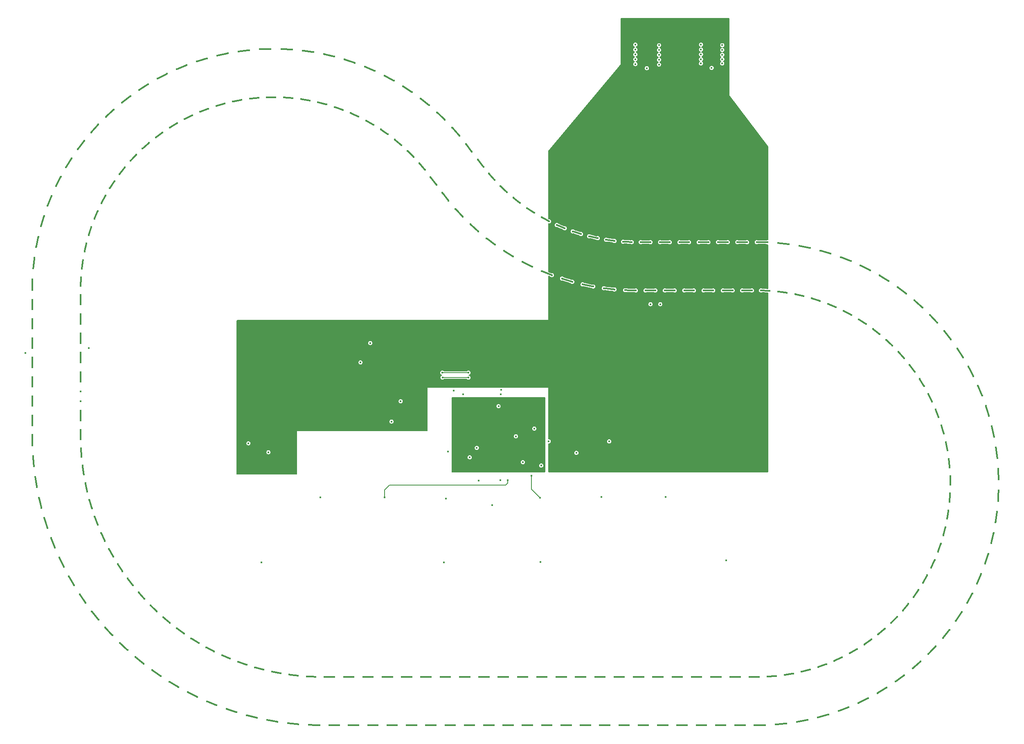
<source format=gbr>
%TF.GenerationSoftware,KiCad,Pcbnew,6.0.2+dfsg-1*%
%TF.CreationDate,2022-11-18T11:13:06-08:00*%
%TF.ProjectId,slot_track,736c6f74-5f74-4726-9163-6b2e6b696361,rev?*%
%TF.SameCoordinates,Original*%
%TF.FileFunction,Copper,L3,Inr*%
%TF.FilePolarity,Positive*%
%FSLAX46Y46*%
G04 Gerber Fmt 4.6, Leading zero omitted, Abs format (unit mm)*
G04 Created by KiCad (PCBNEW 6.0.2+dfsg-1) date 2022-11-18 11:13:06*
%MOMM*%
%LPD*%
G01*
G04 APERTURE LIST*
%TA.AperFunction,ViaPad*%
%ADD10C,0.450000*%
%TD*%
%TA.AperFunction,Conductor*%
%ADD11C,0.200000*%
%TD*%
%TA.AperFunction,Conductor*%
%ADD12C,0.300000*%
%TD*%
G04 APERTURE END LIST*
D10*
%TO.N,/1A_P*%
X228650000Y-116700000D03*
X226650000Y-116700000D03*
%TO.N,GND*%
X191100000Y-153200000D03*
%TO.N,/FWD2*%
X197100000Y-153125000D03*
%TO.N,GND*%
X200250000Y-149400000D03*
%TO.N,/G1_P*%
X97300000Y-126800000D03*
%TO.N,/1B_P*%
X181121846Y-90412355D03*
X182334180Y-92003030D03*
%TO.N,/1A_P*%
X188469055Y-83555350D03*
X189681389Y-85146025D03*
%TO.N,/1B_P*%
X183546291Y-93593414D03*
%TO.N,/1A_P*%
X190893500Y-86736409D03*
%TO.N,/1B_P*%
X184859700Y-95283799D03*
%TO.N,/1A_P*%
X192087855Y-88302296D03*
%TO.N,/1B_P*%
X186293444Y-96980163D03*
X187801765Y-98611857D03*
%TO.N,/1A_P*%
X193204412Y-89684539D03*
X194381766Y-91016385D03*
%TO.N,/1B_P*%
X189380409Y-100174278D03*
X191027596Y-101665664D03*
%TO.N,/1A_P*%
X195616595Y-92294075D03*
X196907508Y-93516170D03*
%TO.N,/1B_P*%
X192738680Y-103081809D03*
X194511732Y-104421117D03*
%TO.N,/1A_P*%
X198250863Y-94679224D03*
X199645147Y-95781924D03*
%TO.N,/1B_P*%
X196341750Y-105679810D03*
X198226673Y-106856468D03*
%TO.N,/1A_P*%
X201086425Y-96821160D03*
X202573074Y-97795761D03*
%TO.N,/1B_P*%
X200161182Y-107947774D03*
X202143099Y-108952496D03*
%TO.N,/1A_P*%
X204100900Y-98702979D03*
X205668181Y-99541789D03*
%TO.N,/1B_P*%
X204166831Y-109867801D03*
X206230098Y-110692658D03*
%TO.N,/1A_P*%
X207270497Y-100309827D03*
X208906040Y-101006226D03*
%TO.N,/1B_P*%
X208327079Y-111424738D03*
X210455413Y-112063218D03*
%TO.N,/1A_P*%
X210570197Y-101629023D03*
X212261094Y-102177514D03*
%TO.N,/1B_P*%
X212609093Y-112606295D03*
X214785695Y-113053359D03*
%TO.N,/1A_P*%
X213973959Y-102650154D03*
X215706863Y-103046408D03*
%TO.N,/1B_P*%
X216979076Y-113403148D03*
X219186766Y-113655267D03*
%TO.N,/1A_P*%
X217454917Y-103365160D03*
X219216151Y-103606051D03*
%TO.N,/1B_P*%
X221402744Y-113809016D03*
X223624098Y-113864192D03*
%TO.N,/1A_P*%
X220985763Y-103768411D03*
X222761426Y-103852029D03*
%TO.N,/1B_P*%
X225636121Y-113864362D03*
X227636121Y-113864362D03*
%TO.N,/1A_P*%
X224636121Y-103864362D03*
X226636121Y-103864362D03*
%TO.N,/1B_P*%
X229635273Y-113864362D03*
X231635273Y-113864362D03*
%TO.N,/1A_P*%
X228635273Y-103864362D03*
X230635273Y-103864362D03*
%TO.N,/1B_P*%
X233634425Y-113864362D03*
X235634425Y-113864362D03*
%TO.N,/1A_P*%
X232634425Y-103864362D03*
X234634425Y-103864362D03*
%TO.N,/1B_P*%
X237633577Y-113864362D03*
X239633577Y-113864362D03*
%TO.N,/1A_P*%
X236633577Y-103864362D03*
X238633577Y-103864362D03*
%TO.N,/1B_P*%
X241632730Y-113864362D03*
X243632730Y-113864362D03*
%TO.N,/1A_P*%
X240632730Y-103864362D03*
X242632730Y-103864362D03*
%TO.N,/1B_P*%
X245631882Y-113864362D03*
X247631882Y-113864362D03*
%TO.N,/1A_P*%
X244631882Y-103864362D03*
X246631882Y-103864362D03*
X248631867Y-103864362D03*
%TO.N,/1B_P*%
X249527825Y-113872874D03*
X251303825Y-113949026D03*
%TO.N,/1A_P*%
X250844638Y-103910263D03*
%TO.N,/1B_P*%
X253073938Y-114103927D03*
X254836170Y-114337404D03*
%TO.N,/1A_P*%
X253061035Y-104054676D03*
X255269767Y-104297503D03*
%TO.N,/1B_P*%
X256585550Y-114648798D03*
X258320106Y-115037757D03*
%TO.N,/1A_P*%
X257464601Y-104638059D03*
X259643064Y-105075960D03*
%TO.N,/1B_P*%
X260034945Y-115503184D03*
X261728135Y-116044555D03*
%TO.N,/1A_P*%
X261799011Y-105609970D03*
X263930012Y-106239488D03*
%TO.N,/1B_P*%
X263394898Y-116660343D03*
X265033357Y-117349854D03*
%TO.N,/1A_P*%
X266030056Y-106962738D03*
X268096776Y-107778904D03*
%TO.N,/1B_P*%
X266638890Y-118111143D03*
X268209687Y-118943351D03*
%TO.N,/1A_P*%
X270124341Y-108685685D03*
X272110468Y-109682059D03*
%TO.N,/1B_P*%
X269741317Y-119844131D03*
X271232054Y-120812468D03*
%TO.N,/1A_P*%
X274049552Y-110765214D03*
X275939410Y-111933931D03*
%TO.N,/1B_P*%
X272677693Y-121845630D03*
X274076604Y-122942453D03*
%TO.N,/1A_P*%
X277774708Y-113184911D03*
X279553381Y-114516746D03*
%TO.N,/1B_P*%
X275424842Y-124099843D03*
X276720886Y-125316496D03*
%TO.N,/1A_P*%
X281270408Y-115925679D03*
X282923857Y-117410121D03*
%TO.N,/1B_P*%
X277961081Y-126588978D03*
X279144028Y-127915858D03*
%TO.N,/1A_P*%
X284509061Y-118965884D03*
X286024235Y-120591217D03*
%TO.N,/1B_P*%
X280266392Y-129293390D03*
X281326907Y-130720023D03*
%TO.N,/1A_P*%
X287465105Y-122281533D03*
X288830047Y-124034927D03*
%TO.N,/1B_P*%
X282322581Y-132191732D03*
X283252293Y-133706859D03*
%TO.N,/1A_P*%
X290115210Y-125846455D03*
X291319146Y-127714073D03*
%TO.N,/1B_P*%
X284113419Y-135261130D03*
X284904989Y-136852793D03*
%TO.N,/1A_P*%
X292438458Y-129632513D03*
X293471886Y-131599614D03*
%TO.N,/1B_P*%
X285624771Y-138477357D03*
X286271952Y-140132993D03*
%TO.N,/1A_P*%
X294416514Y-133609826D03*
X295271277Y-135660884D03*
%TO.N,/1B_P*%
X286844708Y-141815029D03*
X287342393Y-143521571D03*
%TO.N,/1A_P*%
X296033765Y-137747002D03*
X296703117Y-139865828D03*
%TO.N,/1B_P*%
X287763602Y-145247803D03*
X288107862Y-146991781D03*
%TO.N,/1A_P*%
X297277446Y-142011387D03*
X297756104Y-144181259D03*
%TO.N,/1B_P*%
X288374201Y-148748585D03*
X288562319Y-150516234D03*
%TO.N,/1A_P*%
X298137742Y-146369323D03*
X298421928Y-148573115D03*
%TO.N,/1B_P*%
X288671685Y-152289744D03*
X288702176Y-154067113D03*
%TO.N,/1A_P*%
X298607862Y-150786416D03*
X298695334Y-153006733D03*
%TO.N,/1B_P*%
X288653706Y-155843330D03*
X288526329Y-157616392D03*
%TO.N,/1A_P*%
X298684096Y-155227802D03*
X298574163Y-157447121D03*
%TO.N,/1B_P*%
X288320406Y-159381298D03*
X288036167Y-161136058D03*
%TO.N,/1A_P*%
X298365843Y-159658427D03*
X298059372Y-161859230D03*
%TO.N,/1B_P*%
X287674415Y-162875722D03*
X287235558Y-164598330D03*
%TO.N,/1A_P*%
X297655614Y-164043322D03*
X297155024Y-166208239D03*
%TO.N,/1B_P*%
X286720833Y-166299022D03*
X286130821Y-167975882D03*
%TO.N,/1A_P*%
X296559014Y-168347876D03*
X295868257Y-170459822D03*
%TO.N,/1B_P*%
X285467186Y-169624179D03*
X284730675Y-171242056D03*
%TO.N,/1A_P*%
X295084700Y-172538117D03*
X294209226Y-174580421D03*
%TO.N,/1B_P*%
X283923367Y-172824949D03*
X283046172Y-174371074D03*
%TO.N,/1A_P*%
X293244306Y-176580972D03*
X292191027Y-178537515D03*
%TO.N,/1B_P*%
X282101563Y-175876069D03*
X281090606Y-177338238D03*
%TO.N,/1A_P*%
X291052360Y-180444532D03*
X289829588Y-182299872D03*
%TO.N,/1B_P*%
X280016152Y-178753457D03*
X278879413Y-180120130D03*
%TO.N,/1A_P*%
X288526161Y-184098302D03*
X287143547Y-185837796D03*
%TO.N,/1B_P*%
X277683594Y-181434403D03*
X276430044Y-182694794D03*
%TO.N,/1A_P*%
X285685647Y-187513446D03*
X284154104Y-189123364D03*
%TO.N,/1B_P*%
X275122298Y-183897748D03*
X273761832Y-185041909D03*
%TO.N,/1A_P*%
X282553239Y-190663008D03*
X280884855Y-192130643D03*
%TO.N,/1B_P*%
X272352481Y-186124048D03*
X270895835Y-187142948D03*
%TO.N,/1A_P*%
X279153659Y-193522129D03*
X277361601Y-194835898D03*
%TO.N,/1B_P*%
X269396003Y-188095733D03*
X267854675Y-188981330D03*
%TO.N,/1A_P*%
X275513738Y-196068244D03*
X273612152Y-197217778D03*
%TO.N,/1B_P*%
X266276199Y-189797241D03*
X264662355Y-190542545D03*
%TO.N,/1A_P*%
X271662207Y-198281257D03*
X269666100Y-199257483D03*
%TO.N,/1B_P*%
X263017693Y-191215141D03*
X261344069Y-191814270D03*
%TO.N,/1A_P*%
X267629463Y-200143702D03*
X265554590Y-200938914D03*
%TO.N,/1B_P*%
X259646204Y-192338243D03*
X257926010Y-192786469D03*
%TO.N,/1A_P*%
X263447336Y-201640877D03*
X261310074Y-202248800D03*
%TO.N,/1B_P*%
X256188340Y-193157683D03*
X254435153Y-193451467D03*
%TO.N,/1A_P*%
X259148834Y-202760968D03*
X256966051Y-203176803D03*
%TO.N,/1B_P*%
X252671394Y-193666992D03*
X250899052Y-193804017D03*
%TO.N,/1A_P*%
X254767884Y-203495133D03*
X252556808Y-203715599D03*
%TO.N,/1B_P*%
X249122649Y-193862158D03*
%TO.N,/1A_P*%
X250338468Y-203837597D03*
%TO.N,/1B_P*%
X247175689Y-193864362D03*
%TO.N,/1A_P*%
X248175689Y-203864362D03*
%TO.N,/1B_P*%
X245176537Y-193864362D03*
X243176537Y-193864362D03*
%TO.N,/1A_P*%
X246176537Y-203864362D03*
X244176537Y-203864362D03*
%TO.N,/1B_P*%
X241177385Y-193864362D03*
X239177385Y-193864362D03*
%TO.N,/1A_P*%
X242177385Y-203864362D03*
X240177385Y-203864362D03*
%TO.N,/1B_P*%
X237178233Y-193864362D03*
X235178233Y-193864362D03*
%TO.N,/1A_P*%
X238178233Y-203864362D03*
X236178233Y-203864362D03*
%TO.N,/1B_P*%
X233179081Y-193864362D03*
X231179081Y-193864362D03*
%TO.N,/1A_P*%
X234179081Y-203864362D03*
X232179081Y-203864362D03*
%TO.N,/1B_P*%
X229179928Y-193864362D03*
X227179928Y-193864362D03*
%TO.N,/1A_P*%
X230179928Y-203864362D03*
X228179928Y-203864362D03*
%TO.N,/1B_P*%
X225180776Y-193864362D03*
X223180776Y-193864362D03*
%TO.N,/1A_P*%
X226180776Y-203864362D03*
X224180776Y-203864362D03*
%TO.N,/1B_P*%
X221181624Y-193864362D03*
X219181624Y-193864362D03*
%TO.N,/1A_P*%
X222181624Y-203864362D03*
X220181624Y-203864362D03*
%TO.N,/1B_P*%
X217182472Y-193864362D03*
X215182472Y-193864362D03*
%TO.N,/1A_P*%
X218182472Y-203864362D03*
X216182472Y-203864362D03*
%TO.N,/1B_P*%
X213183320Y-193864362D03*
X211183320Y-193864362D03*
%TO.N,/1A_P*%
X214183320Y-203864362D03*
X212183320Y-203864362D03*
%TO.N,/1B_P*%
X209184167Y-193864362D03*
X207184167Y-193864362D03*
%TO.N,/1A_P*%
X210184167Y-203864362D03*
X208184167Y-203864362D03*
%TO.N,/1B_P*%
X205185015Y-193864362D03*
X203185015Y-193864362D03*
%TO.N,/1A_P*%
X206185015Y-203864362D03*
X204185015Y-203864362D03*
%TO.N,/1B_P*%
X201185863Y-193864362D03*
X199185863Y-193864362D03*
%TO.N,/1A_P*%
X202185863Y-203864362D03*
X200185863Y-203864362D03*
%TO.N,/1B_P*%
X197186711Y-193864362D03*
X195186711Y-193864362D03*
%TO.N,/1A_P*%
X198186711Y-203864362D03*
X196186711Y-203864362D03*
%TO.N,/1B_P*%
X193187559Y-193864362D03*
X191187559Y-193864362D03*
%TO.N,/1A_P*%
X194187559Y-203864362D03*
X192187559Y-203864362D03*
%TO.N,/1B_P*%
X189188406Y-193864362D03*
X187188406Y-193864362D03*
%TO.N,/1A_P*%
X190188406Y-203864362D03*
X188188406Y-203864362D03*
%TO.N,/1B_P*%
X185189254Y-193864362D03*
X183189254Y-193864362D03*
%TO.N,/1A_P*%
X186189254Y-203864362D03*
X184189254Y-203864362D03*
%TO.N,/1B_P*%
X181190102Y-193864362D03*
X179190102Y-193864362D03*
%TO.N,/1A_P*%
X182190102Y-203864362D03*
X180190102Y-203864362D03*
%TO.N,/1B_P*%
X177190950Y-193864362D03*
X175190950Y-193864362D03*
%TO.N,/1A_P*%
X178190950Y-203864362D03*
X176190950Y-203864362D03*
%TO.N,/1B_P*%
X173191798Y-193864362D03*
X171191798Y-193864362D03*
%TO.N,/1A_P*%
X174191798Y-203864362D03*
X172191798Y-203864362D03*
%TO.N,/1B_P*%
X169192645Y-193864362D03*
X167192645Y-193864362D03*
%TO.N,/1A_P*%
X170192645Y-203864362D03*
X168192645Y-203864362D03*
%TO.N,/1B_P*%
X165193493Y-193864362D03*
X163193493Y-193864362D03*
%TO.N,/1A_P*%
X166193493Y-203864362D03*
X164193493Y-203864362D03*
%TO.N,/1B_P*%
X161194233Y-193864362D03*
X159194233Y-193864362D03*
%TO.N,/1A_P*%
X162194233Y-203864362D03*
X160194233Y-203864362D03*
%TO.N,/1B_P*%
X157332406Y-193845582D03*
X155516213Y-193762723D03*
%TO.N,/1A_P*%
X158149060Y-203861808D03*
X155968182Y-203802017D03*
%TO.N,/1B_P*%
X153705001Y-193613966D03*
X151899627Y-193399383D03*
%TO.N,/1A_P*%
X153791840Y-203663054D03*
X151621068Y-203444985D03*
%TO.N,/1B_P*%
X150104007Y-193119439D03*
X148318992Y-192774267D03*
%TO.N,/1A_P*%
X149460573Y-203148283D03*
X147311379Y-202773088D03*
%TO.N,/1B_P*%
X146548455Y-192364615D03*
X144793233Y-191890678D03*
%TO.N,/1A_P*%
X145178147Y-202320215D03*
X143061889Y-201789878D03*
%TO.N,/1B_P*%
X143057133Y-191353482D03*
X141340980Y-190753284D03*
%TO.N,/1A_P*%
X140967194Y-201183226D03*
X138895056Y-200500549D03*
%TO.N,/1B_P*%
X139648494Y-190091384D03*
X137980478Y-189368097D03*
%TO.N,/1A_P*%
X136849968Y-199743325D03*
X134832900Y-198911915D03*
%TO.N,/1B_P*%
X136340550Y-188584991D03*
X134729487Y-187742438D03*
%TO.N,/1A_P*%
X132848226Y-198008122D03*
X130896888Y-197032373D03*
%TO.N,/1B_P*%
X133150783Y-186842264D03*
X131605187Y-185884896D03*
%TO.N,/1A_P*%
X128983117Y-195986785D03*
X127107821Y-194871854D03*
%TO.N,/1B_P*%
X130096050Y-184872411D03*
X128624088Y-183805289D03*
%TO.N,/1A_P*%
X125275067Y-193689998D03*
X123485724Y-192441777D03*
%TO.N,/1B_P*%
X127192494Y-182685844D03*
X125801945Y-181514607D03*
%TO.N,/1A_P*%
X121743671Y-191129898D03*
X120049736Y-189754984D03*
%TO.N,/1B_P*%
X124455459Y-180294118D03*
X123153673Y-179024956D03*
%TO.N,/1A_P*%
X118407592Y-188320015D03*
X116818018Y-186825673D03*
%TO.N,/1B_P*%
X121899410Y-177709872D03*
X120693265Y-176349491D03*
%TO.N,/1A_P*%
X115284460Y-185275198D03*
X113807647Y-183669325D03*
%TO.N,/1B_P*%
X119537855Y-174946763D03*
X118433726Y-173502353D03*
%TO.N,/1A_P*%
X112390780Y-182011537D03*
X111034532Y-180302620D03*
%TO.N,/1B_P*%
X117383274Y-172019394D03*
X116386996Y-170498588D03*
%TO.N,/1A_P*%
X109741843Y-178546280D03*
X108513328Y-176743351D03*
%TO.N,/1B_P*%
X115447053Y-168943233D03*
X114563890Y-167354069D03*
%TO.N,/1A_P*%
X107351650Y-174897741D03*
X106257359Y-173010326D03*
%TO.N,/1B_P*%
X113739424Y-165734539D03*
X112974044Y-164085414D03*
%TO.N,/1A_P*%
X105232830Y-171085200D03*
X104278547Y-169123274D03*
%TO.N,/1B_P*%
X112269412Y-162410268D03*
X111625860Y-160709897D03*
%TO.N,/1A_P*%
X103396581Y-167128805D03*
X102587350Y-165102737D03*
%TO.N,/1B_P*%
X111044785Y-158987988D03*
X110526462Y-157245357D03*
%TO.N,/1A_P*%
X101852608Y-163049465D03*
X101192705Y-160969962D03*
%TO.N,/1B_P*%
X110072015Y-155485784D03*
X109681660Y-153710103D03*
%TO.N,/1A_P*%
X100609070Y-158868738D03*
X100101982Y-156746789D03*
%TO.N,/1B_P*%
X109356244Y-151922164D03*
X109095919Y-150122817D03*
%TO.N,/1A_P*%
X99672539Y-154608717D03*
X99320945Y-152455536D03*
%TO.N,/1B_P*%
X108901252Y-148315962D03*
X108772334Y-146502457D03*
%TO.N,/1A_P*%
X99047963Y-150291916D03*
X98853722Y-148118882D03*
%TO.N,/1B_P*%
X108709439Y-144685830D03*
%TO.N,/1A_P*%
X98738626Y-145940663D03*
%TO.N,/1B_P*%
X108702691Y-142768462D03*
%TO.N,/1A_P*%
X98702691Y-143768462D03*
%TO.N,/1B_P*%
X108702691Y-140769310D03*
X108702691Y-138769310D03*
%TO.N,/1A_P*%
X98702691Y-141769310D03*
X98702691Y-139769310D03*
%TO.N,/1B_P*%
X108702691Y-136770158D03*
X108702691Y-134770158D03*
%TO.N,/1A_P*%
X98702691Y-137770158D03*
X98702691Y-135770158D03*
%TO.N,/1B_P*%
X108702691Y-132771006D03*
X108702691Y-130771006D03*
%TO.N,/1A_P*%
X98702691Y-133771006D03*
X98702691Y-131771006D03*
%TO.N,/1B_P*%
X108702691Y-128771853D03*
X108702691Y-126771853D03*
%TO.N,/1A_P*%
X98702691Y-129771853D03*
X98702691Y-127771853D03*
%TO.N,/1B_P*%
X108702691Y-124772701D03*
X108702691Y-122772701D03*
%TO.N,/1A_P*%
X98702691Y-125772701D03*
X98702691Y-123772701D03*
%TO.N,/1B_P*%
X108702691Y-120773549D03*
X108702691Y-118773549D03*
%TO.N,/1A_P*%
X98702691Y-121773549D03*
X98702691Y-119773549D03*
%TO.N,/1B_P*%
X108702691Y-116774378D03*
X108702691Y-114774378D03*
%TO.N,/1A_P*%
X98702691Y-117774378D03*
X98702691Y-115774378D03*
%TO.N,/1B_P*%
X108714405Y-112896352D03*
X108796902Y-111120636D03*
%TO.N,/1A_P*%
X98702789Y-113765343D03*
X98756562Y-111543954D03*
%TO.N,/1B_P*%
X108958127Y-109351087D03*
X109197898Y-107589701D03*
%TO.N,/1A_P*%
X98908894Y-109328086D03*
X99159611Y-107120237D03*
%TO.N,/1B_P*%
X109515540Y-105841445D03*
X109910693Y-104108289D03*
%TO.N,/1A_P*%
X99508006Y-104926634D03*
X99953687Y-102749749D03*
%TO.N,/1B_P*%
X110382245Y-102395124D03*
X110929662Y-100703880D03*
%TO.N,/1A_P*%
X100495396Y-100595723D03*
X101132524Y-98466985D03*
%TO.N,/1B_P*%
X111551401Y-99039327D03*
X112246761Y-97403341D03*
%TO.N,/1A_P*%
X101863272Y-96369539D03*
X102686817Y-94305748D03*
%TO.N,/1B_P*%
X113013781Y-95800539D03*
X113851596Y-94232725D03*
%TO.N,/1A_P*%
X103600836Y-92281435D03*
X104604299Y-90298881D03*
%TO.N,/1B_P*%
X114757842Y-92704323D03*
X115731499Y-91217055D03*
%TO.N,/1A_P*%
X105694376Y-88363679D03*
X106869837Y-86478009D03*
%TO.N,/1B_P*%
X116769819Y-89775117D03*
X117871634Y-88380133D03*
%TO.N,/1A_P*%
X108127366Y-84647191D03*
X109465548Y-82873289D03*
%TO.N,/1B_P*%
X119033833Y-87036039D03*
X120255108Y-85744350D03*
%TO.N,/1A_P*%
X110880606Y-81161306D03*
X112370945Y-79513172D03*
%TO.N,/1B_P*%
X121532014Y-84508710D03*
X122863111Y-83330510D03*
%TO.N,/1A_P*%
X113932363Y-77933536D03*
X115563098Y-76424178D03*
%TO.N,/1B_P*%
X124244644Y-82213075D03*
X125675057Y-81157664D03*
%TO.N,/1A_P*%
X117258551Y-74989356D03*
X119016811Y-73630688D03*
%TO.N,/1B_P*%
X127150314Y-80167254D03*
X128668753Y-79242962D03*
%TO.N,/1A_P*%
X120832918Y-72352005D03*
X122704826Y-71154749D03*
%TO.N,/1B_P*%
X130226091Y-78387394D03*
X131820571Y-77601515D03*
%TO.N,/1A_P*%
X124627253Y-70042298D03*
X126598034Y-69015905D03*
%TO.N,/1B_P*%
X133447697Y-76887543D03*
X135105635Y-76246280D03*
%TO.N,/1A_P*%
X128611608Y-68078465D03*
X130665706Y-67231035D03*
%TO.N,/1B_P*%
X136789707Y-75679538D03*
X138498015Y-75187953D03*
%TO.N,/1A_P*%
X132754535Y-66476006D03*
X134875740Y-65814228D03*
%TO.N,/1B_P*%
X140225741Y-74772914D03*
X141970938Y-74434887D03*
%TO.N,/1A_P*%
X137023336Y-65247568D03*
X139194905Y-64776665D03*
%TO.N,/1B_P*%
X143728682Y-74174827D03*
X145496993Y-73993025D03*
%TO.N,/1A_P*%
X141384319Y-64402847D03*
X143589112Y-64126536D03*
%TO.N,/1B_P*%
X147270881Y-73889996D03*
X149048349Y-73865856D03*
%TO.N,/1A_P*%
X145803063Y-63948511D03*
X148023678Y-63868973D03*
%TO.N,/1B_P*%
X150824381Y-73920671D03*
X152596977Y-74054382D03*
%TO.N,/1A_P*%
X150244693Y-63888146D03*
X152463605Y-64006008D03*
%TO.N,/1B_P*%
X154361135Y-74266610D03*
X156114868Y-74557116D03*
%TO.N,/1A_P*%
X154674153Y-64222226D03*
X156873847Y-64536559D03*
%TO.N,/1B_P*%
X157853229Y-74925081D03*
X159574258Y-75370090D03*
%TO.N,/1A_P*%
X159056482Y-64948117D03*
X161219597Y-65456439D03*
%TO.N,/1B_P*%
X161273100Y-75890887D03*
X162947841Y-76486887D03*
%TO.N,/1A_P*%
X163357091Y-66060089D03*
X165466555Y-66758387D03*
%TO.N,/1B_P*%
X164593757Y-77156407D03*
X166208992Y-77898693D03*
%TO.N,/1A_P*%
X167542038Y-67549365D03*
X169581201Y-68432129D03*
%TO.N,/1B_P*%
X167788991Y-78711650D03*
X169331972Y-79594364D03*
%TO.N,/1A_P*%
X171578291Y-69404190D03*
X173531059Y-70464453D03*
%TO.N,/1B_P*%
X170833582Y-80544344D03*
X172292130Y-81560518D03*
%TO.N,/1A_P*%
X175433995Y-71609926D03*
X177284955Y-72839319D03*
%TO.N,/1B_P*%
X173703502Y-82640022D03*
X175066105Y-83781637D03*
%TO.N,/1A_P*%
X179078717Y-74149163D03*
X180813260Y-75537983D03*
%TO.N,/1B_P*%
X176376097Y-84982143D03*
X177632002Y-86240189D03*
%TO.N,/1A_P*%
X182483690Y-77001860D03*
X184088126Y-78539145D03*
%TO.N,/1B_P*%
X178830275Y-87552224D03*
X179969568Y-88916770D03*
%TO.N,/1A_P*%
X185622041Y-80145501D03*
X187083706Y-81819118D03*
%TO.N,/STOP*%
X193850000Y-158350000D03*
%TO.N,GND*%
X223500000Y-66000000D03*
X166650000Y-128750000D03*
X225900000Y-67850000D03*
X237100000Y-63000000D03*
X228400000Y-66100000D03*
X198800000Y-144050000D03*
X241500000Y-65100000D03*
X202600000Y-142450000D03*
X228400000Y-65100000D03*
X174950000Y-136800000D03*
X223500000Y-65000000D03*
X237100000Y-64000000D03*
X241500000Y-66900000D03*
X223500000Y-67000000D03*
X211300000Y-147500000D03*
X204025000Y-150100000D03*
X237100000Y-66900000D03*
X241500000Y-66000000D03*
X241500000Y-63100000D03*
X173050000Y-141000000D03*
X223500000Y-64000000D03*
X239300000Y-67800000D03*
X168650000Y-124750000D03*
X223500000Y-63000000D03*
X147600000Y-147350000D03*
X228400000Y-64100000D03*
X241500000Y-64100000D03*
X228400000Y-63100000D03*
X143450000Y-145500000D03*
X237100000Y-65000000D03*
X190700000Y-146450000D03*
X189250000Y-148400000D03*
X228400000Y-67100000D03*
X195200000Y-137850000D03*
X237100000Y-66000000D03*
%TO.N,VBUS*%
X235550000Y-73200000D03*
X175600000Y-132850000D03*
X235550000Y-72050000D03*
X233410000Y-76860000D03*
X234200000Y-75800000D03*
X235550000Y-74400000D03*
X231300000Y-72000000D03*
X169200000Y-120700000D03*
X175600000Y-141050000D03*
X169200000Y-128900000D03*
X211450000Y-149450000D03*
X143450000Y-148000000D03*
X231300000Y-74300000D03*
X151600000Y-147950000D03*
X232600000Y-75800000D03*
X231300000Y-73200000D03*
%TO.N,VCC*%
X198800000Y-144900000D03*
X190000000Y-149000000D03*
X196450000Y-139300000D03*
X204000000Y-147500000D03*
X205600000Y-145100000D03*
X218100000Y-145100000D03*
%TO.N,/SWDIO*%
X185900000Y-134600000D03*
X195750000Y-134450000D03*
%TO.N,Net-(U1-Pad37)*%
X187900000Y-135400000D03*
X195700000Y-135400000D03*
%TO.N,/1A_P*%
X183600000Y-131880000D03*
X188970000Y-131910000D03*
%TO.N,/G1_P*%
X110400000Y-125800000D03*
%TO.N,/FWD1*%
X184730000Y-147210000D03*
X184340000Y-156980000D03*
X146100000Y-170150000D03*
X183850000Y-170150000D03*
%TO.N,/FWD3*%
X158360000Y-156670000D03*
%TO.N,GND*%
X195600000Y-153125000D03*
%TO.N,/FWD2*%
X171620000Y-156720000D03*
%TO.N,/REV1*%
X203900000Y-170050000D03*
X202050000Y-152250000D03*
X203830000Y-156800000D03*
X242300000Y-169700000D03*
%TO.N,/REV3*%
X216490000Y-156640000D03*
%TO.N,/REV2*%
X229810000Y-156660000D03*
%TO.N,Net-(C8-Pad2)*%
X183570000Y-130890000D03*
X188970000Y-130890000D03*
%TD*%
D11*
%TO.N,/FWD2*%
X197100000Y-153125000D02*
X197100000Y-153750000D01*
X197100000Y-153750000D02*
X196650000Y-154200000D01*
X172600000Y-154200000D02*
X171620000Y-155180000D01*
X196650000Y-154200000D02*
X172600000Y-154200000D01*
X171620000Y-155180000D02*
X171620000Y-156720000D01*
D12*
%TO.N,/1B_P*%
X227636333Y-113864362D02*
X225636757Y-113864362D01*
D11*
%TO.N,/REV1*%
X202050000Y-152250000D02*
X202050000Y-155020000D01*
X202050000Y-155020000D02*
X203830000Y-156800000D01*
D12*
%TO.N,/1B_P*%
X182334308Y-92003199D02*
X181122232Y-90412861D01*
%TO.N,/1A_P*%
X189681646Y-85146362D02*
X188469569Y-83556024D01*
%TO.N,/1B_P*%
X183987795Y-94172700D02*
X183546385Y-93593537D01*
%TO.N,/1A_P*%
X191941170Y-88111033D02*
X190893722Y-86736700D01*
%TO.N,/1B_P*%
X183987795Y-94172700D02*
G75*
G03*
X184859848Y-95283982I39761840J30304387D01*
G01*
%TO.N,/1A_P*%
X191941170Y-88111033D02*
G75*
G03*
X192088085Y-88302595I31809421J24243541D01*
G01*
%TO.N,/1B_P*%
X186293913Y-96980692D02*
G75*
G03*
X187801930Y-98612026I37462979J33118372D01*
G01*
%TO.N,/1A_P*%
X193204900Y-89685115D02*
G75*
G03*
X194382023Y-91016661I30548515J25819645D01*
G01*
%TO.N,/1B_P*%
X189380922Y-100174763D02*
G75*
G03*
X191027774Y-101665818I34373541J36310164D01*
G01*
%TO.N,/1A_P*%
X195617131Y-92294605D02*
G75*
G03*
X196907788Y-93516423I28136309J28428953D01*
G01*
%TO.N,/1B_P*%
X192739235Y-103082247D02*
G75*
G03*
X194511924Y-104421254I31014855J39217128D01*
G01*
%TO.N,/1A_P*%
X198251444Y-94679704D02*
G75*
G03*
X199645447Y-95782151I25502648J30814589D01*
G01*
%TO.N,/1B_P*%
X196342341Y-105680197D02*
G75*
G03*
X198226875Y-106856589I27413286J41817341D01*
G01*
%TO.N,/1A_P*%
X201087046Y-96821586D02*
G75*
G03*
X202573394Y-97795960I22666943J32956182D01*
G01*
%TO.N,/1B_P*%
X200161805Y-107948107D02*
G75*
G03*
X202143311Y-108952598I23591993J44082020D01*
G01*
%TO.N,/1A_P*%
X204101557Y-98703349D02*
G75*
G03*
X205668518Y-99541960I19653017J34838792D01*
G01*
%TO.N,/1B_P*%
X204167481Y-109868077D02*
G75*
G03*
X206230318Y-110692739I19587398J46004214D01*
G01*
%TO.N,/1A_P*%
X207271183Y-100310138D02*
G75*
G03*
X208906390Y-101006366I16484060J36447160D01*
G01*
%TO.N,/1B_P*%
X208327751Y-111424955D02*
G75*
G03*
X210455640Y-112063279I15426466J47559111D01*
G01*
%TO.N,/1A_P*%
X210570909Y-101629270D02*
G75*
G03*
X212261455Y-102177622I13184290J37766490D01*
G01*
%TO.N,/1B_P*%
X212609782Y-112606452D02*
G75*
G03*
X214785926Y-113053400I11144611J48740783D01*
G01*
%TO.N,/1A_P*%
X213974690Y-102650337D02*
G75*
G03*
X215707232Y-103046483I9779761J38785017D01*
G01*
%TO.N,/1B_P*%
X216979776Y-113403243D02*
G75*
G03*
X219187000Y-113655288I6775031J49540073D01*
G01*
%TO.N,/1A_P*%
X217455661Y-103365278D02*
G75*
G03*
X219216525Y-103606093I6299022J39500879D01*
G01*
%TO.N,/1B_P*%
X221403242Y-113809038D02*
G75*
G03*
X223624126Y-113864191I2351475J49945970D01*
G01*
%TO.N,/1A_P*%
X220986348Y-103768452D02*
G75*
G03*
X222761637Y-103852034I2768434J39906349D01*
G01*
X226636545Y-103864362D02*
X224636969Y-103864362D01*
%TO.N,/1B_P*%
X231635485Y-113864362D02*
X229635909Y-113864362D01*
%TO.N,/1A_P*%
X230635697Y-103864362D02*
X228636121Y-103864362D01*
%TO.N,/1B_P*%
X235634637Y-113864362D02*
X233635061Y-113864362D01*
%TO.N,/1A_P*%
X234634849Y-103864362D02*
X232635273Y-103864362D01*
%TO.N,/1B_P*%
X239633789Y-113864362D02*
X237634213Y-113864362D01*
%TO.N,/1A_P*%
X238634001Y-103864362D02*
X236634425Y-103864362D01*
%TO.N,/1B_P*%
X243632942Y-113864362D02*
X241633365Y-113864362D01*
%TO.N,/1A_P*%
X242633153Y-103864362D02*
X240633577Y-103864362D01*
%TO.N,/1B_P*%
X247632094Y-113864362D02*
X245632518Y-113864362D01*
%TO.N,/1A_P*%
X246632306Y-103864362D02*
X244632730Y-103864362D01*
X248702690Y-103864362D02*
X248631882Y-103864362D01*
%TO.N,/1B_P*%
X249528390Y-113872886D02*
G75*
G02*
X251304013Y-113949039I-825664J-39990364D01*
G01*
%TO.N,/1A_P*%
X248702690Y-103864363D02*
G75*
G02*
X250845108Y-103910284I21J-49998646D01*
G01*
%TO.N,/1B_P*%
X253074500Y-114103990D02*
G75*
G02*
X254836356Y-114337434I-4371761J-39759985D01*
G01*
%TO.N,/1A_P*%
X253061974Y-104054758D02*
G75*
G02*
X255270234Y-104297565I-4359154J-49808407D01*
G01*
%TO.N,/1B_P*%
X256586104Y-114648909D02*
G75*
G02*
X258320289Y-115037802I-7883713J-39216791D01*
G01*
%TO.N,/1A_P*%
X257465528Y-104638225D02*
G75*
G02*
X259643523Y-105076064I-8762623J-49225013D01*
G01*
%TO.N,/1B_P*%
X260035487Y-115503345D02*
G75*
G02*
X261728313Y-116044618I-11332623J-38360451D01*
G01*
%TO.N,/1A_P*%
X261799920Y-105610217D02*
G75*
G02*
X263930461Y-106239631I-13097103J-48253770D01*
G01*
%TO.N,/1B_P*%
X263395424Y-116660551D02*
G75*
G02*
X265033529Y-117349931I-14692742J-37203821D01*
G01*
%TO.N,/1A_P*%
X266030939Y-106963064D02*
G75*
G02*
X268097210Y-107779087I-17328090J-46900900D01*
G01*
%TO.N,/1B_P*%
X266639395Y-118111397D02*
G75*
G02*
X268209852Y-118943444I-17935861J-35751365D01*
G01*
%TO.N,/1A_P*%
X270125192Y-108686089D02*
G75*
G02*
X272110884Y-109682279I-21423306J-45179906D01*
G01*
%TO.N,/1B_P*%
X269741798Y-119844429D02*
G75*
G02*
X271232210Y-120812575I-21039439J-34020435D01*
G01*
%TO.N,/1A_P*%
X274050364Y-110765692D02*
G75*
G02*
X275939805Y-111934187I-25347129J-43097821D01*
G01*
%TO.N,/1B_P*%
X272678145Y-121845969D02*
G75*
G02*
X274076750Y-122942573I-23974530J-32017223D01*
G01*
%TO.N,/1A_P*%
X277775475Y-113185459D02*
G75*
G02*
X279553751Y-114517037I-29072860J-40678993D01*
G01*
%TO.N,/1B_P*%
X275425261Y-124100222D02*
G75*
G02*
X276721019Y-125316629I-26720914J-29762371D01*
G01*
%TO.N,/1A_P*%
X281271123Y-115926292D02*
G75*
G02*
X282924200Y-117410443I-32568923J-37938607D01*
G01*
%TO.N,/1B_P*%
X277961465Y-126589393D02*
G75*
G02*
X279144150Y-127916002I-29258764J-27274968D01*
G01*
%TO.N,/1A_P*%
X284509718Y-118966560D02*
G75*
G02*
X286024548Y-120591569I-35808236J-34898928D01*
G01*
%TO.N,/1B_P*%
X280266739Y-129293836D02*
G75*
G02*
X281327016Y-130720177I-31562833J-24569625D01*
G01*
%TO.N,/1A_P*%
X287465699Y-122282264D02*
G75*
G02*
X288830327Y-124035305I-38761736J-31581122D01*
G01*
%TO.N,/1B_P*%
X282322886Y-132192207D02*
G75*
G02*
X283252387Y-133707022I-33620182J-21672159D01*
G01*
%TO.N,/1A_P*%
X290115738Y-125847235D02*
G75*
G02*
X291319392Y-127714474I-41413286J-28017275D01*
G01*
%TO.N,/1B_P*%
X284113681Y-135261630D02*
G75*
G02*
X284905068Y-136852963I-35411245J-18602842D01*
G01*
%TO.N,/1A_P*%
X292438914Y-129633337D02*
G75*
G02*
X293472095Y-131600036I-43736174J-24230992D01*
G01*
%TO.N,/1B_P*%
X285624988Y-138477879D02*
G75*
G02*
X286272017Y-140133170I-36920271J-15385695D01*
G01*
%TO.N,/1A_P*%
X294416895Y-133610687D02*
G75*
G02*
X295271448Y-135661323I-45714236J-20253679D01*
G01*
%TO.N,/1B_P*%
X286844878Y-141815568D02*
G75*
G02*
X287342441Y-143521753I-38139028J-12047865D01*
G01*
%TO.N,/1A_P*%
X296034068Y-137747893D02*
G75*
G02*
X296703249Y-139866280I-47331632J-16116561D01*
G01*
%TO.N,/1B_P*%
X287763724Y-145248355D02*
G75*
G02*
X288107894Y-146991967I-39059666J-8615726D01*
G01*
%TO.N,/1A_P*%
X297277669Y-142012302D02*
G75*
G02*
X297756196Y-144181721I-48574309J-11851930D01*
G01*
%TO.N,/1B_P*%
X288374273Y-148749145D02*
G75*
G02*
X288562334Y-150516422I-39668741J-5114909D01*
G01*
%TO.N,/1A_P*%
X298137882Y-146370255D02*
G75*
G02*
X298421977Y-148573583I-49433486J-7493886D01*
G01*
%TO.N,/1B_P*%
X288671706Y-152290308D02*
G75*
G02*
X288702174Y-154067302I-39967933J-1574041D01*
G01*
%TO.N,/1A_P*%
X298607919Y-150787357D02*
G75*
G02*
X298695341Y-153007204I-49903234J-3076934D01*
G01*
%TO.N,/1B_P*%
X288653678Y-155843895D02*
G75*
G02*
X288526311Y-157616580I-39951647J1979598D01*
G01*
%TO.N,/1A_P*%
X298684070Y-155228744D02*
G75*
G02*
X298574128Y-157447590I-49983242J1364482D01*
G01*
%TO.N,/1B_P*%
X288320327Y-159381857D02*
G75*
G02*
X288036132Y-161136243I-39619978J5517874D01*
G01*
%TO.N,/1A_P*%
X298365734Y-159659363D02*
G75*
G02*
X298059296Y-161859695I-49664417J5795208D01*
G01*
%TO.N,/1B_P*%
X287674287Y-162876272D02*
G75*
G02*
X287235506Y-164598511I-38972131J9012055D01*
G01*
%TO.N,/1A_P*%
X297655422Y-164044244D02*
G75*
G02*
X297154908Y-166208696I-48952182J10179745D01*
G01*
%TO.N,/1B_P*%
X286720657Y-166299559D02*
G75*
G02*
X286130754Y-167976058I-38017565J12435056D01*
G01*
%TO.N,/1A_P*%
X296558741Y-168348778D02*
G75*
G02*
X295868100Y-170460266I-47854510J14483911D01*
G01*
%TO.N,/1B_P*%
X285466962Y-169624698D02*
G75*
G02*
X284730592Y-171242226I-36762853J15759693D01*
G01*
%TO.N,/1A_P*%
X295084348Y-172538991D02*
G75*
G02*
X294209031Y-174580850I-46380493J18674135D01*
G01*
%TO.N,/1B_P*%
X283923099Y-172825446D02*
G75*
G02*
X283046074Y-174371235I-35219131J18960376D01*
G01*
%TO.N,/1A_P*%
X293243877Y-176581811D02*
G75*
G02*
X292190794Y-178537925I-44540520J22717072D01*
G01*
%TO.N,/1B_P*%
X282101251Y-175876541D02*
G75*
G02*
X281090495Y-177338391I-33398891J22012391D01*
G01*
%TO.N,/1A_P*%
X291051859Y-180445330D02*
G75*
G02*
X289829320Y-182300259I-42349507J26581202D01*
G01*
%TO.N,/1B_P*%
X280015801Y-178753899D02*
G75*
G02*
X278879289Y-180120273I-31311968J24888580D01*
G01*
%TO.N,/1A_P*%
X288525591Y-184099053D02*
G75*
G02*
X287143246Y-185838158I-39823372J30235067D01*
G01*
%TO.N,/1B_P*%
X277683205Y-181434813D02*
G75*
G02*
X276429908Y-182694925I-28981457J27571402D01*
G01*
%TO.N,/1A_P*%
X285685013Y-187514143D02*
G75*
G02*
X284153772Y-189123698I-36982265J33649721D01*
G01*
%TO.N,/1B_P*%
X275121874Y-183898120D02*
G75*
G02*
X273761685Y-185042026I-26420009J30034712D01*
G01*
%TO.N,/1A_P*%
X282552546Y-190663645D02*
G75*
G02*
X280884494Y-192130946I-33851378J36801021D01*
G01*
%TO.N,/1B_P*%
X272352025Y-186124383D02*
G75*
G02*
X270895678Y-187143053I-23648601J32258976D01*
G01*
%TO.N,/1A_P*%
X279152910Y-193522702D02*
G75*
G02*
X277361215Y-194836167I-30450227J39658360D01*
G01*
%TO.N,/1B_P*%
X269395519Y-188096026D02*
G75*
G02*
X267854510Y-188981420I-20692967J34231915D01*
G01*
%TO.N,/1A_P*%
X275512943Y-196068749D02*
G75*
G02*
X273611743Y-197218013I-26809019J42202333D01*
G01*
%TO.N,/1B_P*%
X266275692Y-189797488D02*
G75*
G02*
X264662182Y-190542619I-17573568J35934365D01*
G01*
%TO.N,/1A_P*%
X271661370Y-198281690D02*
G75*
G02*
X269665672Y-199257681I-22959442J44418882D01*
G01*
%TO.N,/1B_P*%
X263017166Y-191215342D02*
G75*
G02*
X261343891Y-191814329I-14315407J37353555D01*
G01*
%TO.N,/1A_P*%
X267628591Y-200144057D02*
G75*
G02*
X265554147Y-200939072I-18925606J46278908D01*
G01*
%TO.N,/1B_P*%
X259645660Y-192338397D02*
G75*
G02*
X257925826Y-192786511I-10943598J38476490D01*
G01*
%TO.N,/1A_P*%
X263446435Y-201641154D02*
G75*
G02*
X261309618Y-202248918I-14743197J47774845D01*
G01*
%TO.N,/1B_P*%
X256187785Y-193157788D02*
G75*
G02*
X254434967Y-193451494I-7485013J39292857D01*
G01*
%TO.N,/1A_P*%
X259147912Y-202761164D02*
G75*
G02*
X256965587Y-203176880I-10445372J48897601D01*
G01*
%TO.N,/1B_P*%
X252670832Y-193667049D02*
G75*
G02*
X250898864Y-193804027I-3968175J39803193D01*
G01*
%TO.N,/1A_P*%
X254766948Y-203495247D02*
G75*
G02*
X252556339Y-203715635I-6064248J49630651D01*
G01*
%TO.N,/1B_P*%
X249122560Y-193862158D02*
G75*
G02*
X248702690Y-193864362I-419737J39966994D01*
G01*
%TO.N,/1A_P*%
X250338121Y-203837609D02*
G75*
G02*
X248702690Y-203864362I-1635472J49976709D01*
G01*
%TO.N,/1B_P*%
X247175477Y-193864362D02*
X248702690Y-193864362D01*
%TO.N,/1A_P*%
X248175265Y-203864362D02*
X248702690Y-203864362D01*
%TO.N,/1B_P*%
X243176325Y-193864362D02*
X245175901Y-193864362D01*
%TO.N,/1A_P*%
X244176113Y-203864362D02*
X246175689Y-203864362D01*
%TO.N,/1B_P*%
X239177173Y-193864362D02*
X241176749Y-193864362D01*
%TO.N,/1A_P*%
X240176961Y-203864362D02*
X242176537Y-203864362D01*
%TO.N,/1B_P*%
X235178021Y-193864362D02*
X237177597Y-193864362D01*
%TO.N,/1A_P*%
X236177809Y-203864362D02*
X238177385Y-203864362D01*
%TO.N,/1B_P*%
X231178869Y-193864362D02*
X233178445Y-193864362D01*
%TO.N,/1A_P*%
X232178657Y-203864362D02*
X234178233Y-203864362D01*
%TO.N,/1B_P*%
X227179716Y-193864362D02*
X229179293Y-193864362D01*
%TO.N,/1A_P*%
X228179504Y-203864362D02*
X230179081Y-203864362D01*
%TO.N,/1B_P*%
X223180564Y-193864362D02*
X225180140Y-193864362D01*
%TO.N,/1A_P*%
X224180352Y-203864362D02*
X226179928Y-203864362D01*
%TO.N,/1B_P*%
X219181412Y-193864362D02*
X221180988Y-193864362D01*
%TO.N,/1A_P*%
X220181200Y-203864362D02*
X222180776Y-203864362D01*
%TO.N,/1B_P*%
X215182260Y-193864362D02*
X217181836Y-193864362D01*
%TO.N,/1A_P*%
X216182048Y-203864362D02*
X218181624Y-203864362D01*
%TO.N,/1B_P*%
X211183108Y-193864362D02*
X213182684Y-193864362D01*
%TO.N,/1A_P*%
X212182896Y-203864362D02*
X214182472Y-203864362D01*
%TO.N,/1B_P*%
X207183955Y-193864362D02*
X209183532Y-193864362D01*
%TO.N,/1A_P*%
X208183743Y-203864362D02*
X210183320Y-203864362D01*
%TO.N,/1B_P*%
X203184803Y-193864362D02*
X205184379Y-193864362D01*
%TO.N,/1A_P*%
X204184591Y-203864362D02*
X206184167Y-203864362D01*
%TO.N,/1B_P*%
X199185651Y-193864362D02*
X201185227Y-193864362D01*
%TO.N,/1A_P*%
X200185439Y-203864362D02*
X202185015Y-203864362D01*
%TO.N,/1B_P*%
X195186499Y-193864362D02*
X197186075Y-193864362D01*
%TO.N,/1A_P*%
X196186287Y-203864362D02*
X198185863Y-203864362D01*
%TO.N,/1B_P*%
X191187347Y-193864362D02*
X193186923Y-193864362D01*
%TO.N,/1A_P*%
X192187135Y-203864362D02*
X194186711Y-203864362D01*
%TO.N,/1B_P*%
X187188194Y-193864362D02*
X189187771Y-193864362D01*
%TO.N,/1A_P*%
X188187982Y-203864362D02*
X190187559Y-203864362D01*
%TO.N,/1B_P*%
X183189042Y-193864362D02*
X185188618Y-193864362D01*
%TO.N,/1A_P*%
X184188830Y-203864362D02*
X186188406Y-203864362D01*
%TO.N,/1B_P*%
X179189890Y-193864362D02*
X181189466Y-193864362D01*
%TO.N,/1A_P*%
X180189678Y-203864362D02*
X182189254Y-203864362D01*
%TO.N,/1B_P*%
X175190738Y-193864362D02*
X177190314Y-193864362D01*
%TO.N,/1A_P*%
X176190526Y-203864362D02*
X178190102Y-203864362D01*
%TO.N,/1B_P*%
X171191586Y-193864362D02*
X173191162Y-193864362D01*
%TO.N,/1A_P*%
X172191374Y-203864362D02*
X174190950Y-203864362D01*
%TO.N,/1B_P*%
X167192433Y-193864362D02*
X169192010Y-193864362D01*
%TO.N,/1A_P*%
X168192221Y-203864362D02*
X170191798Y-203864362D01*
%TO.N,/1B_P*%
X163193281Y-193864362D02*
X165192857Y-193864362D01*
%TO.N,/1A_P*%
X164193069Y-203864362D02*
X166192645Y-203864362D01*
%TO.N,/1B_P*%
X159194129Y-193864362D02*
X161193705Y-193864362D01*
%TO.N,/1A_P*%
X160193917Y-203864362D02*
X162193493Y-203864362D01*
%TO.N,/1B_P*%
X157331828Y-193845566D02*
G75*
G02*
X155516021Y-193762710I1370707J49977657D01*
G01*
%TO.N,/1A_P*%
X158148135Y-203861798D02*
G75*
G02*
X155967720Y-203801995I554533J59997075D01*
G01*
%TO.N,/1B_P*%
X153704426Y-193613907D02*
G75*
G02*
X151899436Y-193399356I4997768J49745426D01*
G01*
%TO.N,/1A_P*%
X153790919Y-203662977D02*
G75*
G02*
X151620609Y-203444929I4911579J59796671D01*
G01*
%TO.N,/1B_P*%
X150103438Y-193119340D02*
G75*
G02*
X148318804Y-192774227I8599484J49256165D01*
G01*
%TO.N,/1A_P*%
X149459659Y-203148140D02*
G75*
G02*
X147310925Y-202773001I9243162J59284663D01*
G01*
%TO.N,/1B_P*%
X146547894Y-192364475D02*
G75*
G02*
X144793047Y-191890624I12155238J48501732D01*
G01*
%TO.N,/1A_P*%
X145177246Y-202320006D02*
G75*
G02*
X143061443Y-201789757I13525727J58456814D01*
G01*
%TO.N,/1B_P*%
X143056584Y-191353302D02*
G75*
G02*
X141340799Y-190753217I15645890J47488261D01*
G01*
%TO.N,/1A_P*%
X140966311Y-201182952D02*
G75*
G02*
X138894619Y-200500395I17736367J57318560D01*
G01*
%TO.N,/1B_P*%
X139647960Y-190091164D02*
G75*
G02*
X137980303Y-189368018I19054618J46226595D01*
G01*
%TO.N,/1A_P*%
X136849107Y-199742987D02*
G75*
G02*
X134832476Y-198911730I21852653J55876379D01*
G01*
%TO.N,/1B_P*%
X136340033Y-188584732D02*
G75*
G02*
X134729318Y-187742344I22363457J44721868D01*
G01*
%TO.N,/1A_P*%
X132847392Y-198007723D02*
G75*
G02*
X130896478Y-197032159I25856756J54146322D01*
G01*
%TO.N,/1B_P*%
X133150286Y-186841968D02*
G75*
G02*
X131605025Y-185884792I25551019J42975380D01*
G01*
%TO.N,/1A_P*%
X128982314Y-195986327D02*
G75*
G02*
X127107428Y-194871611I29720537J52122257D01*
G01*
%TO.N,/1B_P*%
X130095576Y-184872081D02*
G75*
G02*
X128623934Y-183805173I28605033J41004828D01*
G01*
%TO.N,/1A_P*%
X125274299Y-193689483D02*
G75*
G02*
X123485349Y-192441506I33430686J49828419D01*
G01*
%TO.N,/1B_P*%
X127192045Y-182685480D02*
G75*
G02*
X125801800Y-181514481I31512106J38822884D01*
G01*
%TO.N,/1A_P*%
X121742944Y-191129328D02*
G75*
G02*
X120049384Y-189754685I36961018J47266524D01*
G01*
%TO.N,/1B_P*%
X124455038Y-180293722D02*
G75*
G02*
X123153537Y-179024819I34245708J36427397D01*
G01*
%TO.N,/1A_P*%
X118406908Y-188319393D02*
G75*
G02*
X116817688Y-186825349I40296232J44455499D01*
G01*
%TO.N,/1B_P*%
X121899020Y-177709446D02*
G75*
G02*
X120693141Y-176349344I36804956J33846237D01*
G01*
%TO.N,/1A_P*%
X115283822Y-185274528D02*
G75*
G02*
X113807340Y-183668979I43419384J41410652D01*
G01*
%TO.N,/1B_P*%
X119537497Y-174946310D02*
G75*
G02*
X118433613Y-173502198I39162381J31079817D01*
G01*
%TO.N,/1A_P*%
X112390192Y-182010823D02*
G75*
G02*
X111034251Y-180302253I46311807J38145918D01*
G01*
%TO.N,/1B_P*%
X117382949Y-172018916D02*
G75*
G02*
X116386894Y-170498425I41320410J28154991D01*
G01*
%TO.N,/1A_P*%
X109741309Y-178545526D02*
G75*
G02*
X108513075Y-176742964I48960134J34680303D01*
G01*
%TO.N,/1B_P*%
X115446763Y-168942733D02*
G75*
G02*
X114563800Y-167353898I43253030J25076761D01*
G01*
%TO.N,/1A_P*%
X107351172Y-174896949D02*
G75*
G02*
X106257135Y-173009922I51351679J31032694D01*
G01*
%TO.N,/1B_P*%
X113739171Y-165734020D02*
G75*
G02*
X112973967Y-164085238I44964617J21870180D01*
G01*
%TO.N,/1A_P*%
X105232411Y-171084375D02*
G75*
G02*
X104278354Y-169122855I53473400J27221525D01*
G01*
%TO.N,/1B_P*%
X112269197Y-162409731D02*
G75*
G02*
X111625795Y-160709716I46435265J18546043D01*
G01*
%TO.N,/1A_P*%
X103396223Y-167127952D02*
G75*
G02*
X102587186Y-165102305I55306959J23263811D01*
G01*
%TO.N,/1B_P*%
X111044610Y-158987437D02*
G75*
G02*
X110526411Y-157245171I47656275J15122516D01*
G01*
%TO.N,/1A_P*%
X101852313Y-163048589D02*
G75*
G02*
X101192573Y-160969519I56850441J19184253D01*
G01*
%TO.N,/1B_P*%
X110071881Y-155485222D02*
G75*
G02*
X109681622Y-153709914I48634288J11621633D01*
G01*
%TO.N,/1A_P*%
X100608839Y-158867842D02*
G75*
G02*
X100101882Y-156746337I58094903J15003741D01*
G01*
%TO.N,/1B_P*%
X109356150Y-151921594D02*
G75*
G02*
X109095895Y-150122626I49351808J8057989D01*
G01*
%TO.N,/1A_P*%
X99672373Y-154607807D02*
G75*
G02*
X99320879Y-152455079I59028119J10743077D01*
G01*
%TO.N,/1B_P*%
X108901202Y-148315386D02*
G75*
G02*
X108772325Y-146502264I49800238J4450950D01*
G01*
%TO.N,/1A_P*%
X99047864Y-150290996D02*
G75*
G02*
X98853689Y-148118421I59650666J6426273D01*
G01*
%TO.N,/1B_P*%
X108709436Y-144685656D02*
G75*
G02*
X108702691Y-143864362I49983608J821173D01*
G01*
%TO.N,/1A_P*%
X98738611Y-145940223D02*
G75*
G02*
X98702691Y-143864362I59962402J2075810D01*
G01*
%TO.N,/1B_P*%
X108702691Y-142768250D02*
X108702691Y-143864362D01*
%TO.N,/1A_P*%
X98702691Y-143768038D02*
X98702691Y-143864362D01*
%TO.N,/1B_P*%
X108702691Y-138769098D02*
X108702691Y-140768674D01*
%TO.N,/1A_P*%
X98702691Y-139768886D02*
X98702691Y-141768462D01*
X98702691Y-135769734D02*
X98702691Y-137769310D01*
%TO.N,/1B_P*%
X108702691Y-130770794D02*
X108702691Y-132770370D01*
%TO.N,/1A_P*%
X98702691Y-131770582D02*
X98702691Y-133770158D01*
%TO.N,/1B_P*%
X108702691Y-126771641D02*
X108702691Y-128771218D01*
%TO.N,/1A_P*%
X98702691Y-127771429D02*
X98702691Y-129771006D01*
%TO.N,/1B_P*%
X108702691Y-122772489D02*
X108702691Y-124772065D01*
%TO.N,/1A_P*%
X98702691Y-123772277D02*
X98702691Y-125771853D01*
%TO.N,/1B_P*%
X108702691Y-118773337D02*
X108702691Y-120772913D01*
%TO.N,/1A_P*%
X98702691Y-119773125D02*
X98702691Y-121772701D01*
%TO.N,/1B_P*%
X108702691Y-114774185D02*
X108702691Y-116773761D01*
%TO.N,/1A_P*%
X98702691Y-115773973D02*
X98702691Y-117773549D01*
%TO.N,/1B_P*%
X108714419Y-112895787D02*
G75*
G02*
X108796915Y-111120448I39986766J-968509D01*
G01*
%TO.N,/1A_P*%
X98702790Y-113764401D02*
G75*
G02*
X98756584Y-111543484I50001385J-100000D01*
G01*
%TO.N,/1B_P*%
X108958191Y-109350526D02*
G75*
G02*
X109197929Y-107589515I39743467J-4513715D01*
G01*
%TO.N,/1A_P*%
X98908980Y-109327148D02*
G75*
G02*
X99159675Y-107119770I49794688J-4537327D01*
G01*
%TO.N,/1B_P*%
X109515653Y-105840891D02*
G75*
G02*
X109910739Y-104108107I39187233J-8023511D01*
G01*
%TO.N,/1A_P*%
X99508174Y-104925707D02*
G75*
G02*
X99953791Y-102749290I49196921J-8939143D01*
G01*
%TO.N,/1B_P*%
X110382407Y-102394583D02*
G75*
G02*
X110929724Y-100703702I38318929J-11469337D01*
G01*
%TO.N,/1A_P*%
X100495647Y-100594815D02*
G75*
G02*
X101132670Y-98466537I48206388J-13269364D01*
G01*
%TO.N,/1B_P*%
X111551610Y-99038802D02*
G75*
G02*
X112246839Y-97403170I37148274J-14824386D01*
G01*
%TO.N,/1A_P*%
X101863601Y-96368656D02*
G75*
G02*
X102687001Y-94305314I46841091J-17496503D01*
G01*
%TO.N,/1B_P*%
X113014036Y-95800034D02*
G75*
G02*
X113851688Y-94232561I35689590J-18064834D01*
G01*
%TO.N,/1A_P*%
X103601243Y-92280585D02*
G75*
G02*
X104604521Y-90298465I45104419J-21585267D01*
G01*
%TO.N,/1B_P*%
X114758142Y-92703843D02*
G75*
G02*
X115731607Y-91216900I33943950J-21160146D01*
G01*
%TO.N,/1A_P*%
X105694857Y-88362868D02*
G75*
G02*
X106870096Y-86477615I43008912J-25502184D01*
G01*
%TO.N,/1B_P*%
X116770160Y-89774665D02*
G75*
G02*
X117871754Y-88379988I31933698J-24090634D01*
G01*
%TO.N,/1A_P*%
X108127918Y-84646428D02*
G75*
G02*
X109465841Y-82872920I40575615J-29218568D01*
G01*
%TO.N,/1B_P*%
X119034213Y-87035621D02*
G75*
G02*
X120255242Y-85744217I29667597J-26827916D01*
G01*
%TO.N,/1A_P*%
X110881222Y-81160593D02*
G75*
G02*
X112371269Y-79512829I37820261J-32702671D01*
G01*
%TO.N,/1B_P*%
X121532430Y-84508327D02*
G75*
G02*
X122863256Y-83330389I27169361J-29355004D01*
G01*
%TO.N,/1A_P*%
X113933040Y-77932880D02*
G75*
G02*
X115563451Y-76423866I34769231J-35931048D01*
G01*
%TO.N,/1B_P*%
X124245092Y-82212729D02*
G75*
G02*
X125675211Y-81157556I24457501J-31651512D01*
G01*
%TO.N,/1A_P*%
X117259284Y-74988764D02*
G75*
G02*
X119017190Y-73630408I31442254J-38874083D01*
G01*
%TO.N,/1B_P*%
X127150791Y-80166950D02*
G75*
G02*
X128668917Y-79242867I21550440J-33694987D01*
G01*
%TO.N,/1A_P*%
X120833700Y-72351480D02*
G75*
G02*
X122705228Y-71154504I27870198J-41514760D01*
G01*
%TO.N,/1B_P*%
X130226592Y-78387133D02*
G75*
G02*
X131820742Y-77601436I18475684J-35476392D01*
G01*
%TO.N,/1A_P*%
X124628079Y-70041844D02*
G75*
G02*
X126598456Y-69015696I24074497J-43822287D01*
G01*
%TO.N,/1B_P*%
X133448220Y-76887328D02*
G75*
G02*
X135105812Y-76246217I15254644J-36977463D01*
G01*
%TO.N,/1A_P*%
X128612470Y-68078086D02*
G75*
G02*
X130666146Y-67230865I20089945J-45785638D01*
G01*
%TO.N,/1B_P*%
X136790246Y-75679370D02*
G75*
G02*
X138498197Y-75187906I11912529J-38185296D01*
G01*
%TO.N,/1A_P*%
X132755428Y-66475705D02*
G75*
G02*
X134876192Y-65814097I15947144J-47388253D01*
G01*
%TO.N,/1B_P*%
X140226294Y-74772794D02*
G75*
G02*
X141971124Y-74434855I8476287J-39090967D01*
G01*
%TO.N,/1A_P*%
X137024252Y-65247348D02*
G75*
G02*
X139195367Y-64776576I11678142J-48615692D01*
G01*
%TO.N,/1B_P*%
X143729243Y-74174757D02*
G75*
G02*
X145497180Y-73993011I4973601J-39691090D01*
G01*
%TO.N,/1A_P*%
X141385251Y-64402711D02*
G75*
G02*
X143589580Y-64126489I7317091J-49458741D01*
G01*
%TO.N,/1B_P*%
X147271446Y-73889976D02*
G75*
G02*
X149048537Y-73865857I1431249J-39974416D01*
G01*
%TO.N,/1A_P*%
X145804004Y-63948458D02*
G75*
G02*
X148024149Y-63868968I2898703J-49916476D01*
G01*
%TO.N,/1B_P*%
X150824945Y-73920701D02*
G75*
G02*
X152597164Y-74054400I-2122196J-39942811D01*
G01*
%TO.N,/1A_P*%
X150245635Y-63888175D02*
G75*
G02*
X152464074Y-64006043I-1542804J-49973696D01*
G01*
%TO.N,/1B_P*%
X154361695Y-74266690D02*
G75*
G02*
X156115053Y-74557151I-5658800J-39596427D01*
G01*
%TO.N,/1A_P*%
X154675088Y-64222340D02*
G75*
G02*
X156874312Y-64536637I-5972594J-49643349D01*
G01*
%TO.N,/1B_P*%
X157853779Y-74925210D02*
G75*
G02*
X159574439Y-75370141I-9150519J-38936934D01*
G01*
%TO.N,/1A_P*%
X159057403Y-64948312D02*
G75*
G02*
X161220053Y-65456557I-10354986J-48917147D01*
G01*
%TO.N,/1B_P*%
X161273637Y-75891066D02*
G75*
G02*
X162948017Y-76486955I-12570033J-37970709D01*
G01*
%TO.N,/1A_P*%
X163357992Y-66060366D02*
G75*
G02*
X165466999Y-66758546I-14655458J-47804499D01*
G01*
%TO.N,/1B_P*%
X164594276Y-77156632D02*
G75*
G02*
X166209162Y-77898776I-15892136J-36708919D01*
G01*
%TO.N,/1A_P*%
X167542910Y-67549721D02*
G75*
G02*
X169581629Y-68432326I-18839729J-46313528D01*
G01*
%TO.N,/1B_P*%
X167789488Y-78711920D02*
G75*
G02*
X169332133Y-79594461I-19088451J-35155329D01*
G01*
%TO.N,/1A_P*%
X171579129Y-69404621D02*
G75*
G02*
X173531468Y-70464687I-22876624J-44460071D01*
G01*
%TO.N,/1B_P*%
X170834053Y-80544656D02*
G75*
G02*
X172292283Y-81560630I-22133021J-33322067D01*
G01*
%TO.N,/1A_P*%
X175434790Y-71610431D02*
G75*
G02*
X177285340Y-72839589I-26732643J-42254759D01*
G01*
%TO.N,/1B_P*%
X173703942Y-82640376D02*
G75*
G02*
X175066246Y-83781762I-25001850J-31224702D01*
G01*
%TO.N,/1A_P*%
X179079465Y-74149736D02*
G75*
G02*
X180813621Y-75538286I-30374960J-39712364D01*
G01*
%TO.N,/1B_P*%
X176376505Y-84982534D02*
G75*
G02*
X177632132Y-86240325I-27675217J-28883231D01*
G01*
%TO.N,/1A_P*%
X182484385Y-77002497D02*
G75*
G02*
X184088459Y-78539478I-33782998J-36863248D01*
G01*
%TO.N,/1B_P*%
X178830647Y-87552649D02*
G75*
G02*
X179969686Y-88916917I-30129623J-26313110D01*
G01*
%TO.N,/1A_P*%
X185622676Y-80146197D02*
G75*
G02*
X187084008Y-81819480I-36921229J-33719255D01*
G01*
D11*
X188940000Y-131880000D02*
X188970000Y-131910000D01*
X183600000Y-131880000D02*
X188940000Y-131880000D01*
%TO.N,Net-(C8-Pad2)*%
X183570000Y-130890000D02*
X188970000Y-130890000D01*
%TD*%
%TA.AperFunction,Conductor*%
%TO.N,VBUS*%
G36*
X211500000Y-125500000D02*
G01*
X222000000Y-126500000D01*
X222000000Y-138500000D01*
X209000000Y-138500000D01*
X206500000Y-134000000D01*
X180500000Y-134000000D01*
X180500000Y-142901000D01*
X180481093Y-142959191D01*
X180431593Y-142995155D01*
X180401000Y-143000000D01*
X153500000Y-143000000D01*
X153500000Y-151901000D01*
X153481093Y-151959191D01*
X153431593Y-151995155D01*
X153401000Y-152000000D01*
X141099000Y-152000000D01*
X141040809Y-151981093D01*
X141004845Y-151931593D01*
X141000000Y-151901000D01*
X141000000Y-147350000D01*
X147169196Y-147350000D01*
X147190281Y-147483126D01*
X147251472Y-147603220D01*
X147346780Y-147698528D01*
X147353717Y-147702063D01*
X147353719Y-147702064D01*
X147454119Y-147753220D01*
X147466874Y-147759719D01*
X147474568Y-147760938D01*
X147474569Y-147760938D01*
X147592304Y-147779585D01*
X147600000Y-147780804D01*
X147607696Y-147779585D01*
X147725431Y-147760938D01*
X147725432Y-147760938D01*
X147733126Y-147759719D01*
X147745881Y-147753220D01*
X147846281Y-147702064D01*
X147846283Y-147702063D01*
X147853220Y-147698528D01*
X147948528Y-147603220D01*
X148009719Y-147483126D01*
X148030804Y-147350000D01*
X148009719Y-147216874D01*
X147948528Y-147096780D01*
X147853220Y-147001472D01*
X147846283Y-146997937D01*
X147846281Y-146997936D01*
X147740066Y-146943817D01*
X147740065Y-146943817D01*
X147733126Y-146940281D01*
X147725432Y-146939062D01*
X147725431Y-146939062D01*
X147607696Y-146920415D01*
X147600000Y-146919196D01*
X147592304Y-146920415D01*
X147474569Y-146939062D01*
X147474568Y-146939062D01*
X147466874Y-146940281D01*
X147459935Y-146943817D01*
X147459934Y-146943817D01*
X147353719Y-146997936D01*
X147353717Y-146997937D01*
X147346780Y-147001472D01*
X147251472Y-147096780D01*
X147190281Y-147216874D01*
X147169196Y-147350000D01*
X141000000Y-147350000D01*
X141000000Y-145500000D01*
X143019196Y-145500000D01*
X143040281Y-145633126D01*
X143101472Y-145753220D01*
X143196780Y-145848528D01*
X143203717Y-145852063D01*
X143203719Y-145852064D01*
X143309934Y-145906183D01*
X143316874Y-145909719D01*
X143324568Y-145910938D01*
X143324569Y-145910938D01*
X143442304Y-145929585D01*
X143450000Y-145930804D01*
X143457696Y-145929585D01*
X143575431Y-145910938D01*
X143575432Y-145910938D01*
X143583126Y-145909719D01*
X143590066Y-145906183D01*
X143696281Y-145852064D01*
X143696283Y-145852063D01*
X143703220Y-145848528D01*
X143798528Y-145753220D01*
X143859719Y-145633126D01*
X143880804Y-145500000D01*
X143859719Y-145366874D01*
X143852762Y-145353220D01*
X143802064Y-145253719D01*
X143802063Y-145253717D01*
X143798528Y-145246780D01*
X143703220Y-145151472D01*
X143696283Y-145147937D01*
X143696281Y-145147936D01*
X143590066Y-145093817D01*
X143590065Y-145093817D01*
X143583126Y-145090281D01*
X143575432Y-145089062D01*
X143575431Y-145089062D01*
X143457696Y-145070415D01*
X143450000Y-145069196D01*
X143442304Y-145070415D01*
X143324569Y-145089062D01*
X143324568Y-145089062D01*
X143316874Y-145090281D01*
X143309935Y-145093817D01*
X143309934Y-145093817D01*
X143203719Y-145147936D01*
X143203717Y-145147937D01*
X143196780Y-145151472D01*
X143101472Y-145246780D01*
X143097937Y-145253717D01*
X143097936Y-145253719D01*
X143047238Y-145353220D01*
X143040281Y-145366874D01*
X143019196Y-145500000D01*
X141000000Y-145500000D01*
X141000000Y-141000000D01*
X172619196Y-141000000D01*
X172640281Y-141133126D01*
X172701472Y-141253220D01*
X172796780Y-141348528D01*
X172803717Y-141352063D01*
X172803719Y-141352064D01*
X172909934Y-141406183D01*
X172916874Y-141409719D01*
X172924568Y-141410938D01*
X172924569Y-141410938D01*
X173042304Y-141429585D01*
X173050000Y-141430804D01*
X173057696Y-141429585D01*
X173175431Y-141410938D01*
X173175432Y-141410938D01*
X173183126Y-141409719D01*
X173190066Y-141406183D01*
X173296281Y-141352064D01*
X173296283Y-141352063D01*
X173303220Y-141348528D01*
X173398528Y-141253220D01*
X173459719Y-141133126D01*
X173480804Y-141000000D01*
X173459719Y-140866874D01*
X173398528Y-140746780D01*
X173303220Y-140651472D01*
X173296283Y-140647937D01*
X173296281Y-140647936D01*
X173190066Y-140593817D01*
X173190065Y-140593817D01*
X173183126Y-140590281D01*
X173175432Y-140589062D01*
X173175431Y-140589062D01*
X173057696Y-140570415D01*
X173050000Y-140569196D01*
X173042304Y-140570415D01*
X172924569Y-140589062D01*
X172924568Y-140589062D01*
X172916874Y-140590281D01*
X172909935Y-140593817D01*
X172909934Y-140593817D01*
X172803719Y-140647936D01*
X172803717Y-140647937D01*
X172796780Y-140651472D01*
X172701472Y-140746780D01*
X172640281Y-140866874D01*
X172619196Y-141000000D01*
X141000000Y-141000000D01*
X141000000Y-136800000D01*
X174519196Y-136800000D01*
X174540281Y-136933126D01*
X174601472Y-137053220D01*
X174696780Y-137148528D01*
X174703717Y-137152063D01*
X174703719Y-137152064D01*
X174809934Y-137206183D01*
X174816874Y-137209719D01*
X174824568Y-137210938D01*
X174824569Y-137210938D01*
X174942304Y-137229585D01*
X174950000Y-137230804D01*
X174957696Y-137229585D01*
X175075431Y-137210938D01*
X175075432Y-137210938D01*
X175083126Y-137209719D01*
X175090066Y-137206183D01*
X175196281Y-137152064D01*
X175196283Y-137152063D01*
X175203220Y-137148528D01*
X175298528Y-137053220D01*
X175359719Y-136933126D01*
X175380804Y-136800000D01*
X175359719Y-136666874D01*
X175298528Y-136546780D01*
X175203220Y-136451472D01*
X175196283Y-136447937D01*
X175196281Y-136447936D01*
X175090066Y-136393817D01*
X175090065Y-136393817D01*
X175083126Y-136390281D01*
X175075432Y-136389062D01*
X175075431Y-136389062D01*
X174957696Y-136370415D01*
X174950000Y-136369196D01*
X174942304Y-136370415D01*
X174824569Y-136389062D01*
X174824568Y-136389062D01*
X174816874Y-136390281D01*
X174809935Y-136393817D01*
X174809934Y-136393817D01*
X174703719Y-136447936D01*
X174703717Y-136447937D01*
X174696780Y-136451472D01*
X174601472Y-136546780D01*
X174540281Y-136666874D01*
X174519196Y-136800000D01*
X141000000Y-136800000D01*
X141000000Y-130890000D01*
X183139196Y-130890000D01*
X183160281Y-131023126D01*
X183221472Y-131143220D01*
X183316780Y-131238528D01*
X183323717Y-131242063D01*
X183323719Y-131242064D01*
X183418172Y-131290190D01*
X183436874Y-131299719D01*
X183436969Y-131299734D01*
X183483320Y-131333410D01*
X183502227Y-131391600D01*
X183483319Y-131449791D01*
X183448172Y-131479810D01*
X183353719Y-131527936D01*
X183353717Y-131527937D01*
X183346780Y-131531472D01*
X183251472Y-131626780D01*
X183247937Y-131633717D01*
X183247936Y-131633719D01*
X183193817Y-131739934D01*
X183190281Y-131746874D01*
X183189062Y-131754568D01*
X183189062Y-131754569D01*
X183185529Y-131776874D01*
X183169196Y-131880000D01*
X183190281Y-132013126D01*
X183251472Y-132133220D01*
X183346780Y-132228528D01*
X183353717Y-132232063D01*
X183353719Y-132232064D01*
X183394852Y-132253022D01*
X183466874Y-132289719D01*
X183474568Y-132290938D01*
X183474569Y-132290938D01*
X183592304Y-132309585D01*
X183600000Y-132310804D01*
X183607696Y-132309585D01*
X183725431Y-132290938D01*
X183725432Y-132290938D01*
X183733126Y-132289719D01*
X183805148Y-132253022D01*
X183846281Y-132232064D01*
X183846283Y-132232063D01*
X183853220Y-132228528D01*
X183872252Y-132209496D01*
X183926769Y-132181719D01*
X183942256Y-132180500D01*
X188597744Y-132180500D01*
X188655935Y-132199407D01*
X188667748Y-132209496D01*
X188716780Y-132258528D01*
X188723717Y-132262063D01*
X188723719Y-132262064D01*
X188780388Y-132290938D01*
X188836874Y-132319719D01*
X188844568Y-132320938D01*
X188844569Y-132320938D01*
X188962304Y-132339585D01*
X188970000Y-132340804D01*
X188977696Y-132339585D01*
X189095431Y-132320938D01*
X189095432Y-132320938D01*
X189103126Y-132319719D01*
X189159612Y-132290938D01*
X189216281Y-132262064D01*
X189216283Y-132262063D01*
X189223220Y-132258528D01*
X189318528Y-132163220D01*
X189331009Y-132138726D01*
X189376183Y-132050066D01*
X189376183Y-132050065D01*
X189379719Y-132043126D01*
X189383372Y-132020066D01*
X189399585Y-131917696D01*
X189400804Y-131910000D01*
X189379719Y-131776874D01*
X189318528Y-131656780D01*
X189223220Y-131561472D01*
X189216283Y-131557937D01*
X189216281Y-131557936D01*
X189110066Y-131503817D01*
X189110065Y-131503817D01*
X189103126Y-131500281D01*
X189095432Y-131499062D01*
X189095431Y-131499062D01*
X189087342Y-131497781D01*
X189032825Y-131470003D01*
X189005048Y-131415487D01*
X189014620Y-131355055D01*
X189057884Y-131311790D01*
X189087342Y-131302219D01*
X189095431Y-131300938D01*
X189095432Y-131300938D01*
X189103126Y-131299719D01*
X189121828Y-131290190D01*
X189216281Y-131242064D01*
X189216283Y-131242063D01*
X189223220Y-131238528D01*
X189318528Y-131143220D01*
X189379719Y-131023126D01*
X189400804Y-130890000D01*
X189379719Y-130756874D01*
X189318528Y-130636780D01*
X189223220Y-130541472D01*
X189216283Y-130537937D01*
X189216281Y-130537936D01*
X189110066Y-130483817D01*
X189110065Y-130483817D01*
X189103126Y-130480281D01*
X189095432Y-130479062D01*
X189095431Y-130479062D01*
X188977696Y-130460415D01*
X188970000Y-130459196D01*
X188962304Y-130460415D01*
X188844569Y-130479062D01*
X188844568Y-130479062D01*
X188836874Y-130480281D01*
X188829935Y-130483817D01*
X188829934Y-130483817D01*
X188723719Y-130537936D01*
X188723717Y-130537937D01*
X188716780Y-130541472D01*
X188697748Y-130560504D01*
X188643231Y-130588281D01*
X188627744Y-130589500D01*
X183912256Y-130589500D01*
X183854065Y-130570593D01*
X183842252Y-130560504D01*
X183823220Y-130541472D01*
X183816283Y-130537937D01*
X183816281Y-130537936D01*
X183710066Y-130483817D01*
X183710065Y-130483817D01*
X183703126Y-130480281D01*
X183695432Y-130479062D01*
X183695431Y-130479062D01*
X183577696Y-130460415D01*
X183570000Y-130459196D01*
X183562304Y-130460415D01*
X183444569Y-130479062D01*
X183444568Y-130479062D01*
X183436874Y-130480281D01*
X183429935Y-130483817D01*
X183429934Y-130483817D01*
X183323719Y-130537936D01*
X183323717Y-130537937D01*
X183316780Y-130541472D01*
X183221472Y-130636780D01*
X183160281Y-130756874D01*
X183139196Y-130890000D01*
X141000000Y-130890000D01*
X141000000Y-128750000D01*
X166219196Y-128750000D01*
X166240281Y-128883126D01*
X166301472Y-129003220D01*
X166396780Y-129098528D01*
X166403717Y-129102063D01*
X166403719Y-129102064D01*
X166509934Y-129156183D01*
X166516874Y-129159719D01*
X166524568Y-129160938D01*
X166524569Y-129160938D01*
X166642304Y-129179585D01*
X166650000Y-129180804D01*
X166657696Y-129179585D01*
X166775431Y-129160938D01*
X166775432Y-129160938D01*
X166783126Y-129159719D01*
X166790066Y-129156183D01*
X166896281Y-129102064D01*
X166896283Y-129102063D01*
X166903220Y-129098528D01*
X166998528Y-129003220D01*
X167059719Y-128883126D01*
X167080804Y-128750000D01*
X167059719Y-128616874D01*
X166998528Y-128496780D01*
X166903220Y-128401472D01*
X166896283Y-128397937D01*
X166896281Y-128397936D01*
X166790066Y-128343817D01*
X166790065Y-128343817D01*
X166783126Y-128340281D01*
X166775432Y-128339062D01*
X166775431Y-128339062D01*
X166657696Y-128320415D01*
X166650000Y-128319196D01*
X166642304Y-128320415D01*
X166524569Y-128339062D01*
X166524568Y-128339062D01*
X166516874Y-128340281D01*
X166509935Y-128343817D01*
X166509934Y-128343817D01*
X166403719Y-128397936D01*
X166403717Y-128397937D01*
X166396780Y-128401472D01*
X166301472Y-128496780D01*
X166240281Y-128616874D01*
X166219196Y-128750000D01*
X141000000Y-128750000D01*
X141000000Y-124750000D01*
X168219196Y-124750000D01*
X168240281Y-124883126D01*
X168301472Y-125003220D01*
X168396780Y-125098528D01*
X168403717Y-125102063D01*
X168403719Y-125102064D01*
X168509934Y-125156183D01*
X168516874Y-125159719D01*
X168524568Y-125160938D01*
X168524569Y-125160938D01*
X168642304Y-125179585D01*
X168650000Y-125180804D01*
X168657696Y-125179585D01*
X168775431Y-125160938D01*
X168775432Y-125160938D01*
X168783126Y-125159719D01*
X168790066Y-125156183D01*
X168896281Y-125102064D01*
X168896283Y-125102063D01*
X168903220Y-125098528D01*
X168998528Y-125003220D01*
X169059719Y-124883126D01*
X169080804Y-124750000D01*
X169059719Y-124616874D01*
X168998528Y-124496780D01*
X168903220Y-124401472D01*
X168896283Y-124397937D01*
X168896281Y-124397936D01*
X168790066Y-124343817D01*
X168790065Y-124343817D01*
X168783126Y-124340281D01*
X168775432Y-124339062D01*
X168775431Y-124339062D01*
X168657696Y-124320415D01*
X168650000Y-124319196D01*
X168642304Y-124320415D01*
X168524569Y-124339062D01*
X168524568Y-124339062D01*
X168516874Y-124340281D01*
X168509935Y-124343817D01*
X168509934Y-124343817D01*
X168403719Y-124397936D01*
X168403717Y-124397937D01*
X168396780Y-124401472D01*
X168301472Y-124496780D01*
X168240281Y-124616874D01*
X168219196Y-124750000D01*
X141000000Y-124750000D01*
X141000000Y-120099000D01*
X141018907Y-120040809D01*
X141068407Y-120004845D01*
X141099000Y-120000000D01*
X210000000Y-120000000D01*
X211500000Y-125500000D01*
G37*
%TD.AperFunction*%
%TD*%
%TA.AperFunction,Conductor*%
%TO.N,VCC*%
G36*
X204859191Y-136018907D02*
G01*
X204895155Y-136068407D01*
X204900000Y-136099000D01*
X204900000Y-151401000D01*
X204881093Y-151459191D01*
X204831593Y-151495155D01*
X204801000Y-151500000D01*
X185599000Y-151500000D01*
X185540809Y-151481093D01*
X185504845Y-151431593D01*
X185500000Y-151401000D01*
X185500000Y-150100000D01*
X203594196Y-150100000D01*
X203615281Y-150233126D01*
X203676472Y-150353220D01*
X203771780Y-150448528D01*
X203778717Y-150452063D01*
X203778719Y-150452064D01*
X203884934Y-150506183D01*
X203891874Y-150509719D01*
X203899568Y-150510938D01*
X203899569Y-150510938D01*
X204017304Y-150529585D01*
X204025000Y-150530804D01*
X204032696Y-150529585D01*
X204150431Y-150510938D01*
X204150432Y-150510938D01*
X204158126Y-150509719D01*
X204165066Y-150506183D01*
X204271281Y-150452064D01*
X204271283Y-150452063D01*
X204278220Y-150448528D01*
X204373528Y-150353220D01*
X204434719Y-150233126D01*
X204455804Y-150100000D01*
X204434719Y-149966874D01*
X204373528Y-149846780D01*
X204278220Y-149751472D01*
X204271283Y-149747937D01*
X204271281Y-149747936D01*
X204165066Y-149693817D01*
X204165065Y-149693817D01*
X204158126Y-149690281D01*
X204150432Y-149689062D01*
X204150431Y-149689062D01*
X204032696Y-149670415D01*
X204025000Y-149669196D01*
X204017304Y-149670415D01*
X203899569Y-149689062D01*
X203899568Y-149689062D01*
X203891874Y-149690281D01*
X203884935Y-149693817D01*
X203884934Y-149693817D01*
X203778719Y-149747936D01*
X203778717Y-149747937D01*
X203771780Y-149751472D01*
X203676472Y-149846780D01*
X203615281Y-149966874D01*
X203594196Y-150100000D01*
X185500000Y-150100000D01*
X185500000Y-149400000D01*
X199819196Y-149400000D01*
X199840281Y-149533126D01*
X199901472Y-149653220D01*
X199996780Y-149748528D01*
X200003717Y-149752063D01*
X200003719Y-149752064D01*
X200109934Y-149806183D01*
X200116874Y-149809719D01*
X200124568Y-149810938D01*
X200124569Y-149810938D01*
X200242304Y-149829585D01*
X200250000Y-149830804D01*
X200257696Y-149829585D01*
X200375431Y-149810938D01*
X200375432Y-149810938D01*
X200383126Y-149809719D01*
X200390066Y-149806183D01*
X200496281Y-149752064D01*
X200496283Y-149752063D01*
X200503220Y-149748528D01*
X200598528Y-149653220D01*
X200659719Y-149533126D01*
X200680804Y-149400000D01*
X200659719Y-149266874D01*
X200598528Y-149146780D01*
X200503220Y-149051472D01*
X200496283Y-149047937D01*
X200496281Y-149047936D01*
X200390066Y-148993817D01*
X200390065Y-148993817D01*
X200383126Y-148990281D01*
X200375432Y-148989062D01*
X200375431Y-148989062D01*
X200257696Y-148970415D01*
X200250000Y-148969196D01*
X200242304Y-148970415D01*
X200124569Y-148989062D01*
X200124568Y-148989062D01*
X200116874Y-148990281D01*
X200109935Y-148993817D01*
X200109934Y-148993817D01*
X200003719Y-149047936D01*
X200003717Y-149047937D01*
X199996780Y-149051472D01*
X199901472Y-149146780D01*
X199840281Y-149266874D01*
X199819196Y-149400000D01*
X185500000Y-149400000D01*
X185500000Y-148400000D01*
X188819196Y-148400000D01*
X188840281Y-148533126D01*
X188901472Y-148653220D01*
X188996780Y-148748528D01*
X189003717Y-148752063D01*
X189003719Y-148752064D01*
X189109934Y-148806183D01*
X189116874Y-148809719D01*
X189124568Y-148810938D01*
X189124569Y-148810938D01*
X189242304Y-148829585D01*
X189250000Y-148830804D01*
X189257696Y-148829585D01*
X189375431Y-148810938D01*
X189375432Y-148810938D01*
X189383126Y-148809719D01*
X189390066Y-148806183D01*
X189496281Y-148752064D01*
X189496283Y-148752063D01*
X189503220Y-148748528D01*
X189598528Y-148653220D01*
X189659719Y-148533126D01*
X189680804Y-148400000D01*
X189659719Y-148266874D01*
X189598528Y-148146780D01*
X189503220Y-148051472D01*
X189496283Y-148047937D01*
X189496281Y-148047936D01*
X189390066Y-147993817D01*
X189390065Y-147993817D01*
X189383126Y-147990281D01*
X189375432Y-147989062D01*
X189375431Y-147989062D01*
X189257696Y-147970415D01*
X189250000Y-147969196D01*
X189242304Y-147970415D01*
X189124569Y-147989062D01*
X189124568Y-147989062D01*
X189116874Y-147990281D01*
X189109935Y-147993817D01*
X189109934Y-147993817D01*
X189003719Y-148047936D01*
X189003717Y-148047937D01*
X188996780Y-148051472D01*
X188901472Y-148146780D01*
X188840281Y-148266874D01*
X188819196Y-148400000D01*
X185500000Y-148400000D01*
X185500000Y-146450000D01*
X190269196Y-146450000D01*
X190290281Y-146583126D01*
X190351472Y-146703220D01*
X190446780Y-146798528D01*
X190453717Y-146802063D01*
X190453719Y-146802064D01*
X190559934Y-146856183D01*
X190566874Y-146859719D01*
X190574568Y-146860938D01*
X190574569Y-146860938D01*
X190692304Y-146879585D01*
X190700000Y-146880804D01*
X190707696Y-146879585D01*
X190825431Y-146860938D01*
X190825432Y-146860938D01*
X190833126Y-146859719D01*
X190840066Y-146856183D01*
X190946281Y-146802064D01*
X190946283Y-146802063D01*
X190953220Y-146798528D01*
X191048528Y-146703220D01*
X191109719Y-146583126D01*
X191130804Y-146450000D01*
X191109719Y-146316874D01*
X191048528Y-146196780D01*
X190953220Y-146101472D01*
X190946283Y-146097937D01*
X190946281Y-146097936D01*
X190840066Y-146043817D01*
X190840065Y-146043817D01*
X190833126Y-146040281D01*
X190825432Y-146039062D01*
X190825431Y-146039062D01*
X190707696Y-146020415D01*
X190700000Y-146019196D01*
X190692304Y-146020415D01*
X190574569Y-146039062D01*
X190574568Y-146039062D01*
X190566874Y-146040281D01*
X190559935Y-146043817D01*
X190559934Y-146043817D01*
X190453719Y-146097936D01*
X190453717Y-146097937D01*
X190446780Y-146101472D01*
X190351472Y-146196780D01*
X190290281Y-146316874D01*
X190269196Y-146450000D01*
X185500000Y-146450000D01*
X185500000Y-144050000D01*
X198369196Y-144050000D01*
X198390281Y-144183126D01*
X198451472Y-144303220D01*
X198546780Y-144398528D01*
X198553717Y-144402063D01*
X198553719Y-144402064D01*
X198659934Y-144456183D01*
X198666874Y-144459719D01*
X198674568Y-144460938D01*
X198674569Y-144460938D01*
X198792304Y-144479585D01*
X198800000Y-144480804D01*
X198807696Y-144479585D01*
X198925431Y-144460938D01*
X198925432Y-144460938D01*
X198933126Y-144459719D01*
X198940066Y-144456183D01*
X199046281Y-144402064D01*
X199046283Y-144402063D01*
X199053220Y-144398528D01*
X199148528Y-144303220D01*
X199209719Y-144183126D01*
X199230804Y-144050000D01*
X199209719Y-143916874D01*
X199148528Y-143796780D01*
X199053220Y-143701472D01*
X199046283Y-143697937D01*
X199046281Y-143697936D01*
X198940066Y-143643817D01*
X198940065Y-143643817D01*
X198933126Y-143640281D01*
X198925432Y-143639062D01*
X198925431Y-143639062D01*
X198807696Y-143620415D01*
X198800000Y-143619196D01*
X198792304Y-143620415D01*
X198674569Y-143639062D01*
X198674568Y-143639062D01*
X198666874Y-143640281D01*
X198659935Y-143643817D01*
X198659934Y-143643817D01*
X198553719Y-143697936D01*
X198553717Y-143697937D01*
X198546780Y-143701472D01*
X198451472Y-143796780D01*
X198390281Y-143916874D01*
X198369196Y-144050000D01*
X185500000Y-144050000D01*
X185500000Y-142450000D01*
X202169196Y-142450000D01*
X202190281Y-142583126D01*
X202251472Y-142703220D01*
X202346780Y-142798528D01*
X202353717Y-142802063D01*
X202353719Y-142802064D01*
X202459934Y-142856183D01*
X202466874Y-142859719D01*
X202474568Y-142860938D01*
X202474569Y-142860938D01*
X202592304Y-142879585D01*
X202600000Y-142880804D01*
X202607696Y-142879585D01*
X202725431Y-142860938D01*
X202725432Y-142860938D01*
X202733126Y-142859719D01*
X202740066Y-142856183D01*
X202846281Y-142802064D01*
X202846283Y-142802063D01*
X202853220Y-142798528D01*
X202948528Y-142703220D01*
X203009719Y-142583126D01*
X203030804Y-142450000D01*
X203009719Y-142316874D01*
X202948528Y-142196780D01*
X202853220Y-142101472D01*
X202846283Y-142097937D01*
X202846281Y-142097936D01*
X202740066Y-142043817D01*
X202740065Y-142043817D01*
X202733126Y-142040281D01*
X202725432Y-142039062D01*
X202725431Y-142039062D01*
X202607696Y-142020415D01*
X202600000Y-142019196D01*
X202592304Y-142020415D01*
X202474569Y-142039062D01*
X202474568Y-142039062D01*
X202466874Y-142040281D01*
X202459935Y-142043817D01*
X202459934Y-142043817D01*
X202353719Y-142097936D01*
X202353717Y-142097937D01*
X202346780Y-142101472D01*
X202251472Y-142196780D01*
X202190281Y-142316874D01*
X202169196Y-142450000D01*
X185500000Y-142450000D01*
X185500000Y-137850000D01*
X194769196Y-137850000D01*
X194790281Y-137983126D01*
X194851472Y-138103220D01*
X194946780Y-138198528D01*
X194953717Y-138202063D01*
X194953719Y-138202064D01*
X195059934Y-138256183D01*
X195066874Y-138259719D01*
X195074568Y-138260938D01*
X195074569Y-138260938D01*
X195192304Y-138279585D01*
X195200000Y-138280804D01*
X195207696Y-138279585D01*
X195325431Y-138260938D01*
X195325432Y-138260938D01*
X195333126Y-138259719D01*
X195340066Y-138256183D01*
X195446281Y-138202064D01*
X195446283Y-138202063D01*
X195453220Y-138198528D01*
X195548528Y-138103220D01*
X195609719Y-137983126D01*
X195630804Y-137850000D01*
X195609719Y-137716874D01*
X195548528Y-137596780D01*
X195453220Y-137501472D01*
X195446283Y-137497937D01*
X195446281Y-137497936D01*
X195340066Y-137443817D01*
X195340065Y-137443817D01*
X195333126Y-137440281D01*
X195325432Y-137439062D01*
X195325431Y-137439062D01*
X195207696Y-137420415D01*
X195200000Y-137419196D01*
X195192304Y-137420415D01*
X195074569Y-137439062D01*
X195074568Y-137439062D01*
X195066874Y-137440281D01*
X195059935Y-137443817D01*
X195059934Y-137443817D01*
X194953719Y-137497936D01*
X194953717Y-137497937D01*
X194946780Y-137501472D01*
X194851472Y-137596780D01*
X194790281Y-137716874D01*
X194769196Y-137850000D01*
X185500000Y-137850000D01*
X185500000Y-136099000D01*
X185518907Y-136040809D01*
X185568407Y-136004845D01*
X185599000Y-136000000D01*
X204801000Y-136000000D01*
X204859191Y-136018907D01*
G37*
%TD.AperFunction*%
%TD*%
%TA.AperFunction,Conductor*%
%TO.N,VBUS*%
G36*
X242959191Y-57518907D02*
G01*
X242995155Y-57568407D01*
X243000000Y-57599000D01*
X243000000Y-73500000D01*
X243009852Y-73512931D01*
X250979748Y-83973419D01*
X251000000Y-84033417D01*
X251000000Y-103388152D01*
X250981093Y-103446343D01*
X250931593Y-103482307D01*
X250885513Y-103485933D01*
X250865189Y-103482714D01*
X250844638Y-103479459D01*
X250824087Y-103482714D01*
X250719207Y-103499325D01*
X250719206Y-103499325D01*
X250711512Y-103500544D01*
X250704573Y-103504080D01*
X250704572Y-103504080D01*
X250637221Y-103538397D01*
X250588741Y-103549124D01*
X250141555Y-103533144D01*
X250141496Y-103533142D01*
X250141262Y-103533134D01*
X250140973Y-103533128D01*
X250140944Y-103533127D01*
X249422434Y-103517727D01*
X249422403Y-103517727D01*
X249422050Y-103517719D01*
X249421671Y-103517716D01*
X249421650Y-103517716D01*
X248904599Y-103514022D01*
X248860361Y-103503235D01*
X248771933Y-103458179D01*
X248764993Y-103454643D01*
X248757299Y-103453424D01*
X248757298Y-103453424D01*
X248668845Y-103439415D01*
X248631867Y-103433558D01*
X248594889Y-103439415D01*
X248506436Y-103453424D01*
X248506435Y-103453424D01*
X248498741Y-103454643D01*
X248491802Y-103458179D01*
X248491801Y-103458179D01*
X248385586Y-103512298D01*
X248385584Y-103512299D01*
X248378647Y-103515834D01*
X248283339Y-103611142D01*
X248279804Y-103618079D01*
X248279803Y-103618081D01*
X248231968Y-103711963D01*
X248222148Y-103731236D01*
X248220929Y-103738930D01*
X248220929Y-103738931D01*
X248215041Y-103776107D01*
X248201063Y-103864362D01*
X248202282Y-103872058D01*
X248220195Y-103985155D01*
X248222148Y-103997488D01*
X248225684Y-104004427D01*
X248225684Y-104004428D01*
X248242207Y-104036855D01*
X248283339Y-104117582D01*
X248378647Y-104212890D01*
X248385584Y-104216425D01*
X248385586Y-104216426D01*
X248491799Y-104270544D01*
X248498741Y-104274081D01*
X248506435Y-104275300D01*
X248506436Y-104275300D01*
X248624171Y-104293947D01*
X248631867Y-104295166D01*
X248639563Y-104293947D01*
X248757298Y-104275300D01*
X248757299Y-104275300D01*
X248764993Y-104274081D01*
X248771932Y-104270545D01*
X248771936Y-104270544D01*
X248857237Y-104227080D01*
X248902888Y-104216292D01*
X249283362Y-104219011D01*
X249411293Y-104219925D01*
X249412707Y-104219945D01*
X249720241Y-104226537D01*
X250120499Y-104235116D01*
X250121838Y-104235154D01*
X250323706Y-104242368D01*
X250555054Y-104250635D01*
X250596463Y-104261362D01*
X250704572Y-104316446D01*
X250711512Y-104319982D01*
X250719206Y-104321201D01*
X250719207Y-104321201D01*
X250836942Y-104339848D01*
X250844638Y-104341067D01*
X250852334Y-104339848D01*
X250885513Y-104334593D01*
X250945945Y-104344164D01*
X250989210Y-104387429D01*
X251000000Y-104432374D01*
X251000000Y-113474421D01*
X250981093Y-113532612D01*
X250931593Y-113568576D01*
X250895293Y-113573256D01*
X250793706Y-113567391D01*
X250730203Y-113563724D01*
X250729834Y-113563708D01*
X250729811Y-113563707D01*
X250251975Y-113543214D01*
X250133083Y-113538115D01*
X250132713Y-113538105D01*
X250132668Y-113538103D01*
X249811424Y-113529090D01*
X249769256Y-113518339D01*
X249667891Y-113466691D01*
X249667890Y-113466691D01*
X249660951Y-113463155D01*
X249653257Y-113461936D01*
X249653256Y-113461936D01*
X249535521Y-113443289D01*
X249527825Y-113442070D01*
X249520129Y-113443289D01*
X249402394Y-113461936D01*
X249402393Y-113461936D01*
X249394699Y-113463155D01*
X249387760Y-113466691D01*
X249387759Y-113466691D01*
X249281544Y-113520810D01*
X249281542Y-113520811D01*
X249274605Y-113524346D01*
X249179297Y-113619654D01*
X249175762Y-113626591D01*
X249175761Y-113626593D01*
X249126066Y-113724126D01*
X249118106Y-113739748D01*
X249116887Y-113747442D01*
X249116887Y-113747443D01*
X249110401Y-113788393D01*
X249097021Y-113872874D01*
X249102662Y-113908487D01*
X249116885Y-113998289D01*
X249118106Y-114006000D01*
X249121642Y-114012939D01*
X249121642Y-114012940D01*
X249171338Y-114110473D01*
X249179297Y-114126094D01*
X249274605Y-114221402D01*
X249281542Y-114224937D01*
X249281544Y-114224938D01*
X249387759Y-114279057D01*
X249394699Y-114282593D01*
X249402393Y-114283812D01*
X249402394Y-114283812D01*
X249520129Y-114302459D01*
X249527825Y-114303678D01*
X249535521Y-114302459D01*
X249653256Y-114283812D01*
X249653257Y-114283812D01*
X249660951Y-114282593D01*
X249671589Y-114277173D01*
X249741440Y-114241582D01*
X249789162Y-114230831D01*
X250107464Y-114239762D01*
X250108929Y-114239814D01*
X250419940Y-114253152D01*
X250694267Y-114264917D01*
X250695619Y-114264985D01*
X250906708Y-114277173D01*
X250963711Y-114299403D01*
X250996762Y-114350894D01*
X251000000Y-114376008D01*
X251000000Y-151401000D01*
X250981093Y-151459191D01*
X250931593Y-151495155D01*
X250901000Y-151500000D01*
X205599000Y-151500000D01*
X205540809Y-151481093D01*
X205504845Y-151431593D01*
X205500000Y-151401000D01*
X205500000Y-147500000D01*
X210869196Y-147500000D01*
X210890281Y-147633126D01*
X210951472Y-147753220D01*
X211046780Y-147848528D01*
X211053717Y-147852063D01*
X211053719Y-147852064D01*
X211159934Y-147906183D01*
X211166874Y-147909719D01*
X211174568Y-147910938D01*
X211174569Y-147910938D01*
X211292304Y-147929585D01*
X211300000Y-147930804D01*
X211307696Y-147929585D01*
X211425431Y-147910938D01*
X211425432Y-147910938D01*
X211433126Y-147909719D01*
X211440066Y-147906183D01*
X211546281Y-147852064D01*
X211546283Y-147852063D01*
X211553220Y-147848528D01*
X211648528Y-147753220D01*
X211709719Y-147633126D01*
X211730804Y-147500000D01*
X211709719Y-147366874D01*
X211648528Y-147246780D01*
X211553220Y-147151472D01*
X211546283Y-147147937D01*
X211546281Y-147147936D01*
X211440066Y-147093817D01*
X211440065Y-147093817D01*
X211433126Y-147090281D01*
X211425432Y-147089062D01*
X211425431Y-147089062D01*
X211307696Y-147070415D01*
X211300000Y-147069196D01*
X211292304Y-147070415D01*
X211174569Y-147089062D01*
X211174568Y-147089062D01*
X211166874Y-147090281D01*
X211159935Y-147093817D01*
X211159934Y-147093817D01*
X211053719Y-147147936D01*
X211053717Y-147147937D01*
X211046780Y-147151472D01*
X210951472Y-147246780D01*
X210890281Y-147366874D01*
X210869196Y-147500000D01*
X205500000Y-147500000D01*
X205500000Y-145628585D01*
X205518907Y-145570394D01*
X205568407Y-145534430D01*
X205595652Y-145530115D01*
X205600000Y-145530804D01*
X205607696Y-145529585D01*
X205725431Y-145510938D01*
X205725432Y-145510938D01*
X205733126Y-145509719D01*
X205740066Y-145506183D01*
X205846281Y-145452064D01*
X205846283Y-145452063D01*
X205853220Y-145448528D01*
X205948528Y-145353220D01*
X206009719Y-145233126D01*
X206030804Y-145100000D01*
X217669196Y-145100000D01*
X217690281Y-145233126D01*
X217751472Y-145353220D01*
X217846780Y-145448528D01*
X217853717Y-145452063D01*
X217853719Y-145452064D01*
X217959934Y-145506183D01*
X217966874Y-145509719D01*
X217974568Y-145510938D01*
X217974569Y-145510938D01*
X218092304Y-145529585D01*
X218100000Y-145530804D01*
X218107696Y-145529585D01*
X218225431Y-145510938D01*
X218225432Y-145510938D01*
X218233126Y-145509719D01*
X218240066Y-145506183D01*
X218346281Y-145452064D01*
X218346283Y-145452063D01*
X218353220Y-145448528D01*
X218448528Y-145353220D01*
X218509719Y-145233126D01*
X218530804Y-145100000D01*
X218509719Y-144966874D01*
X218448528Y-144846780D01*
X218353220Y-144751472D01*
X218346283Y-144747937D01*
X218346281Y-144747936D01*
X218240066Y-144693817D01*
X218240065Y-144693817D01*
X218233126Y-144690281D01*
X218225432Y-144689062D01*
X218225431Y-144689062D01*
X218107696Y-144670415D01*
X218100000Y-144669196D01*
X218092304Y-144670415D01*
X217974569Y-144689062D01*
X217974568Y-144689062D01*
X217966874Y-144690281D01*
X217959935Y-144693817D01*
X217959934Y-144693817D01*
X217853719Y-144747936D01*
X217853717Y-144747937D01*
X217846780Y-144751472D01*
X217751472Y-144846780D01*
X217690281Y-144966874D01*
X217669196Y-145100000D01*
X206030804Y-145100000D01*
X206009719Y-144966874D01*
X205948528Y-144846780D01*
X205853220Y-144751472D01*
X205846283Y-144747937D01*
X205846281Y-144747936D01*
X205740066Y-144693817D01*
X205740065Y-144693817D01*
X205733126Y-144690281D01*
X205725432Y-144689062D01*
X205725431Y-144689062D01*
X205607696Y-144670415D01*
X205600000Y-144669196D01*
X205596805Y-144669702D01*
X205540809Y-144651508D01*
X205504845Y-144602008D01*
X205500000Y-144571415D01*
X205500000Y-116700000D01*
X226219196Y-116700000D01*
X226240281Y-116833126D01*
X226301472Y-116953220D01*
X226396780Y-117048528D01*
X226403717Y-117052063D01*
X226403719Y-117052064D01*
X226509934Y-117106183D01*
X226516874Y-117109719D01*
X226524568Y-117110938D01*
X226524569Y-117110938D01*
X226642304Y-117129585D01*
X226650000Y-117130804D01*
X226657696Y-117129585D01*
X226775431Y-117110938D01*
X226775432Y-117110938D01*
X226783126Y-117109719D01*
X226790066Y-117106183D01*
X226896281Y-117052064D01*
X226896283Y-117052063D01*
X226903220Y-117048528D01*
X226998528Y-116953220D01*
X227059719Y-116833126D01*
X227080804Y-116700000D01*
X228219196Y-116700000D01*
X228240281Y-116833126D01*
X228301472Y-116953220D01*
X228396780Y-117048528D01*
X228403717Y-117052063D01*
X228403719Y-117052064D01*
X228509934Y-117106183D01*
X228516874Y-117109719D01*
X228524568Y-117110938D01*
X228524569Y-117110938D01*
X228642304Y-117129585D01*
X228650000Y-117130804D01*
X228657696Y-117129585D01*
X228775431Y-117110938D01*
X228775432Y-117110938D01*
X228783126Y-117109719D01*
X228790066Y-117106183D01*
X228896281Y-117052064D01*
X228896283Y-117052063D01*
X228903220Y-117048528D01*
X228998528Y-116953220D01*
X229059719Y-116833126D01*
X229080804Y-116700000D01*
X229059719Y-116566874D01*
X228998528Y-116446780D01*
X228903220Y-116351472D01*
X228896283Y-116347937D01*
X228896281Y-116347936D01*
X228790066Y-116293817D01*
X228790065Y-116293817D01*
X228783126Y-116290281D01*
X228775432Y-116289062D01*
X228775431Y-116289062D01*
X228657696Y-116270415D01*
X228650000Y-116269196D01*
X228642304Y-116270415D01*
X228524569Y-116289062D01*
X228524568Y-116289062D01*
X228516874Y-116290281D01*
X228509935Y-116293817D01*
X228509934Y-116293817D01*
X228403719Y-116347936D01*
X228403717Y-116347937D01*
X228396780Y-116351472D01*
X228301472Y-116446780D01*
X228240281Y-116566874D01*
X228219196Y-116700000D01*
X227080804Y-116700000D01*
X227059719Y-116566874D01*
X226998528Y-116446780D01*
X226903220Y-116351472D01*
X226896283Y-116347937D01*
X226896281Y-116347936D01*
X226790066Y-116293817D01*
X226790065Y-116293817D01*
X226783126Y-116290281D01*
X226775432Y-116289062D01*
X226775431Y-116289062D01*
X226657696Y-116270415D01*
X226650000Y-116269196D01*
X226642304Y-116270415D01*
X226524569Y-116289062D01*
X226524568Y-116289062D01*
X226516874Y-116290281D01*
X226509935Y-116293817D01*
X226509934Y-116293817D01*
X226403719Y-116347936D01*
X226403717Y-116347937D01*
X226396780Y-116351472D01*
X226301472Y-116446780D01*
X226240281Y-116566874D01*
X226219196Y-116700000D01*
X205500000Y-116700000D01*
X205500000Y-112606295D01*
X212178289Y-112606295D01*
X212179508Y-112613991D01*
X212194768Y-112710337D01*
X212199374Y-112739421D01*
X212260565Y-112859515D01*
X212355873Y-112954823D01*
X212362810Y-112958358D01*
X212362812Y-112958359D01*
X212463039Y-113009427D01*
X212475967Y-113016014D01*
X212483661Y-113017233D01*
X212483662Y-113017233D01*
X212601397Y-113035880D01*
X212609093Y-113037099D01*
X212742219Y-113016014D01*
X212749162Y-113012477D01*
X212750807Y-113011942D01*
X212802750Y-113009427D01*
X213259208Y-113110245D01*
X213259273Y-113110259D01*
X213259586Y-113110328D01*
X213259878Y-113110388D01*
X213259925Y-113110398D01*
X213664177Y-113193425D01*
X213990126Y-113260370D01*
X213990506Y-113260442D01*
X213990505Y-113260442D01*
X214455015Y-113348696D01*
X214506540Y-113375952D01*
X214532475Y-113401887D01*
X214539412Y-113405422D01*
X214539414Y-113405423D01*
X214645629Y-113459542D01*
X214652569Y-113463078D01*
X214660263Y-113464297D01*
X214660264Y-113464297D01*
X214777999Y-113482944D01*
X214785695Y-113484163D01*
X214793391Y-113482944D01*
X214911126Y-113464297D01*
X214911127Y-113464297D01*
X214918821Y-113463078D01*
X214925761Y-113459542D01*
X215031976Y-113405423D01*
X215031978Y-113405422D01*
X215036440Y-113403148D01*
X216548272Y-113403148D01*
X216549491Y-113410844D01*
X216567119Y-113522141D01*
X216569357Y-113536274D01*
X216572893Y-113543213D01*
X216572893Y-113543214D01*
X216626066Y-113647571D01*
X216630548Y-113656368D01*
X216725856Y-113751676D01*
X216732793Y-113755211D01*
X216732795Y-113755212D01*
X216838392Y-113809016D01*
X216845950Y-113812867D01*
X216853644Y-113814086D01*
X216853645Y-113814086D01*
X216971380Y-113832733D01*
X216979076Y-113833952D01*
X216986772Y-113832733D01*
X217104507Y-113814086D01*
X217104508Y-113814086D01*
X217112202Y-113812867D01*
X217143971Y-113796680D01*
X217201604Y-113786706D01*
X217268364Y-113795333D01*
X217671485Y-113847426D01*
X217671540Y-113847433D01*
X217671736Y-113847458D01*
X217671953Y-113847483D01*
X217671996Y-113847488D01*
X218412383Y-113932033D01*
X218412411Y-113932036D01*
X218412709Y-113932070D01*
X218413059Y-113932105D01*
X218413071Y-113932106D01*
X218877276Y-113978160D01*
X218925692Y-113996583D01*
X218928040Y-113998289D01*
X218933546Y-114003795D01*
X218940483Y-114007330D01*
X218940485Y-114007331D01*
X219034624Y-114055297D01*
X219053640Y-114064986D01*
X219061334Y-114066205D01*
X219061335Y-114066205D01*
X219149788Y-114080214D01*
X219162023Y-114082152D01*
X219179070Y-114084852D01*
X219186766Y-114086071D01*
X219194462Y-114084852D01*
X219211510Y-114082152D01*
X219223744Y-114080214D01*
X219312197Y-114066205D01*
X219312198Y-114066205D01*
X219319892Y-114064986D01*
X219338908Y-114055297D01*
X219433047Y-114007331D01*
X219433049Y-114007330D01*
X219439986Y-114003795D01*
X219535294Y-113908487D01*
X219549519Y-113880570D01*
X219585977Y-113809016D01*
X220971940Y-113809016D01*
X220973159Y-113816712D01*
X220988567Y-113913993D01*
X220993025Y-113942142D01*
X220996561Y-113949081D01*
X220996561Y-113949082D01*
X221024675Y-114004258D01*
X221054216Y-114062236D01*
X221149524Y-114157544D01*
X221156461Y-114161079D01*
X221156463Y-114161080D01*
X221259006Y-114213328D01*
X221269618Y-114218735D01*
X221277312Y-114219954D01*
X221277313Y-114219954D01*
X221395048Y-114238601D01*
X221402744Y-114239820D01*
X221410440Y-114238601D01*
X221459499Y-114230831D01*
X221501908Y-114224114D01*
X221528174Y-114219954D01*
X221535870Y-114218735D01*
X221608045Y-114181960D01*
X221656911Y-114171248D01*
X221899648Y-114180875D01*
X222131897Y-114190086D01*
X222877456Y-114208602D01*
X223349287Y-114213328D01*
X223393239Y-114224114D01*
X223484026Y-114270373D01*
X223484032Y-114270375D01*
X223490972Y-114273911D01*
X223498666Y-114275130D01*
X223498667Y-114275130D01*
X223616402Y-114293777D01*
X223624098Y-114294996D01*
X223631794Y-114293777D01*
X223749529Y-114275130D01*
X223749530Y-114275130D01*
X223757224Y-114273911D01*
X223764168Y-114270373D01*
X223870379Y-114216256D01*
X223870381Y-114216255D01*
X223877318Y-114212720D01*
X223972626Y-114117412D01*
X223998718Y-114066205D01*
X224030281Y-114004258D01*
X224030281Y-114004257D01*
X224033817Y-113997318D01*
X224036852Y-113978160D01*
X224053683Y-113871888D01*
X224054875Y-113864362D01*
X225205317Y-113864362D01*
X225206536Y-113872058D01*
X225216047Y-113932106D01*
X225226402Y-113997488D01*
X225229938Y-114004427D01*
X225229938Y-114004428D01*
X225283971Y-114110473D01*
X225287593Y-114117582D01*
X225382901Y-114212890D01*
X225389838Y-114216425D01*
X225389840Y-114216426D01*
X225496055Y-114270545D01*
X225502995Y-114274081D01*
X225510689Y-114275300D01*
X225510690Y-114275300D01*
X225564434Y-114283812D01*
X225627352Y-114293777D01*
X225628425Y-114293947D01*
X225636121Y-114295166D01*
X225643817Y-114293947D01*
X225644891Y-114293777D01*
X225707808Y-114283812D01*
X225761552Y-114275300D01*
X225761553Y-114275300D01*
X225769247Y-114274081D01*
X225776521Y-114270375D01*
X225836500Y-114239814D01*
X225864295Y-114225652D01*
X225909239Y-114214862D01*
X227363003Y-114214862D01*
X227407947Y-114225652D01*
X227435742Y-114239814D01*
X227495722Y-114270375D01*
X227502995Y-114274081D01*
X227510689Y-114275300D01*
X227510690Y-114275300D01*
X227564434Y-114283812D01*
X227627352Y-114293777D01*
X227628425Y-114293947D01*
X227636121Y-114295166D01*
X227643817Y-114293947D01*
X227644891Y-114293777D01*
X227707808Y-114283812D01*
X227761552Y-114275300D01*
X227761553Y-114275300D01*
X227769247Y-114274081D01*
X227776187Y-114270545D01*
X227882402Y-114216426D01*
X227882404Y-114216425D01*
X227889341Y-114212890D01*
X227984649Y-114117582D01*
X227988272Y-114110473D01*
X228042304Y-114004428D01*
X228042304Y-114004427D01*
X228045840Y-113997488D01*
X228056196Y-113932106D01*
X228065706Y-113872058D01*
X228066925Y-113864362D01*
X229204469Y-113864362D01*
X229205688Y-113872058D01*
X229215199Y-113932106D01*
X229225554Y-113997488D01*
X229229090Y-114004427D01*
X229229090Y-114004428D01*
X229283123Y-114110473D01*
X229286745Y-114117582D01*
X229382053Y-114212890D01*
X229388990Y-114216425D01*
X229388992Y-114216426D01*
X229495207Y-114270545D01*
X229502147Y-114274081D01*
X229509841Y-114275300D01*
X229509842Y-114275300D01*
X229563586Y-114283812D01*
X229626504Y-114293777D01*
X229627577Y-114293947D01*
X229635273Y-114295166D01*
X229642969Y-114293947D01*
X229644043Y-114293777D01*
X229706960Y-114283812D01*
X229760704Y-114275300D01*
X229760705Y-114275300D01*
X229768399Y-114274081D01*
X229775673Y-114270375D01*
X229835652Y-114239814D01*
X229863447Y-114225652D01*
X229908391Y-114214862D01*
X231362155Y-114214862D01*
X231407099Y-114225652D01*
X231434894Y-114239814D01*
X231494874Y-114270375D01*
X231502147Y-114274081D01*
X231509841Y-114275300D01*
X231509842Y-114275300D01*
X231563586Y-114283812D01*
X231626504Y-114293777D01*
X231627577Y-114293947D01*
X231635273Y-114295166D01*
X231642969Y-114293947D01*
X231644043Y-114293777D01*
X231706960Y-114283812D01*
X231760704Y-114275300D01*
X231760705Y-114275300D01*
X231768399Y-114274081D01*
X231775339Y-114270545D01*
X231881554Y-114216426D01*
X231881556Y-114216425D01*
X231888493Y-114212890D01*
X231983801Y-114117582D01*
X231987424Y-114110473D01*
X232041456Y-114004428D01*
X232041456Y-114004427D01*
X232044992Y-113997488D01*
X232055348Y-113932106D01*
X232064858Y-113872058D01*
X232066077Y-113864362D01*
X233203621Y-113864362D01*
X233204840Y-113872058D01*
X233214351Y-113932106D01*
X233224706Y-113997488D01*
X233228242Y-114004427D01*
X233228242Y-114004428D01*
X233282275Y-114110473D01*
X233285897Y-114117582D01*
X233381205Y-114212890D01*
X233388142Y-114216425D01*
X233388144Y-114216426D01*
X233494359Y-114270545D01*
X233501299Y-114274081D01*
X233508993Y-114275300D01*
X233508994Y-114275300D01*
X233562738Y-114283812D01*
X233625656Y-114293777D01*
X233626729Y-114293947D01*
X233634425Y-114295166D01*
X233642121Y-114293947D01*
X233643195Y-114293777D01*
X233706112Y-114283812D01*
X233759856Y-114275300D01*
X233759857Y-114275300D01*
X233767551Y-114274081D01*
X233774825Y-114270375D01*
X233834804Y-114239814D01*
X233862599Y-114225652D01*
X233907543Y-114214862D01*
X235361307Y-114214862D01*
X235406251Y-114225652D01*
X235434046Y-114239814D01*
X235494026Y-114270375D01*
X235501299Y-114274081D01*
X235508993Y-114275300D01*
X235508994Y-114275300D01*
X235562738Y-114283812D01*
X235625656Y-114293777D01*
X235626729Y-114293947D01*
X235634425Y-114295166D01*
X235642121Y-114293947D01*
X235643195Y-114293777D01*
X235706112Y-114283812D01*
X235759856Y-114275300D01*
X235759857Y-114275300D01*
X235767551Y-114274081D01*
X235774491Y-114270545D01*
X235880706Y-114216426D01*
X235880708Y-114216425D01*
X235887645Y-114212890D01*
X235982953Y-114117582D01*
X235986576Y-114110473D01*
X236040608Y-114004428D01*
X236040608Y-114004427D01*
X236044144Y-113997488D01*
X236054500Y-113932106D01*
X236064010Y-113872058D01*
X236065229Y-113864362D01*
X237202773Y-113864362D01*
X237203992Y-113872058D01*
X237213503Y-113932106D01*
X237223858Y-113997488D01*
X237227394Y-114004427D01*
X237227394Y-114004428D01*
X237281427Y-114110473D01*
X237285049Y-114117582D01*
X237380357Y-114212890D01*
X237387294Y-114216425D01*
X237387296Y-114216426D01*
X237493511Y-114270545D01*
X237500451Y-114274081D01*
X237508145Y-114275300D01*
X237508146Y-114275300D01*
X237561890Y-114283812D01*
X237624808Y-114293777D01*
X237625881Y-114293947D01*
X237633577Y-114295166D01*
X237641273Y-114293947D01*
X237642347Y-114293777D01*
X237705264Y-114283812D01*
X237759008Y-114275300D01*
X237759009Y-114275300D01*
X237766703Y-114274081D01*
X237773977Y-114270375D01*
X237833956Y-114239814D01*
X237861751Y-114225652D01*
X237906695Y-114214862D01*
X239360459Y-114214862D01*
X239405403Y-114225652D01*
X239433198Y-114239814D01*
X239493178Y-114270375D01*
X239500451Y-114274081D01*
X239508145Y-114275300D01*
X239508146Y-114275300D01*
X239561890Y-114283812D01*
X239624808Y-114293777D01*
X239625881Y-114293947D01*
X239633577Y-114295166D01*
X239641273Y-114293947D01*
X239642347Y-114293777D01*
X239705264Y-114283812D01*
X239759008Y-114275300D01*
X239759009Y-114275300D01*
X239766703Y-114274081D01*
X239773643Y-114270545D01*
X239879858Y-114216426D01*
X239879860Y-114216425D01*
X239886797Y-114212890D01*
X239982105Y-114117582D01*
X239985728Y-114110473D01*
X240039760Y-114004428D01*
X240039760Y-114004427D01*
X240043296Y-113997488D01*
X240053652Y-113932106D01*
X240063162Y-113872058D01*
X240064381Y-113864362D01*
X241201926Y-113864362D01*
X241203145Y-113872058D01*
X241212656Y-113932106D01*
X241223011Y-113997488D01*
X241226547Y-114004427D01*
X241226547Y-114004428D01*
X241280580Y-114110473D01*
X241284202Y-114117582D01*
X241379510Y-114212890D01*
X241386447Y-114216425D01*
X241386449Y-114216426D01*
X241492664Y-114270545D01*
X241499604Y-114274081D01*
X241507298Y-114275300D01*
X241507299Y-114275300D01*
X241561043Y-114283812D01*
X241623961Y-114293777D01*
X241625034Y-114293947D01*
X241632730Y-114295166D01*
X241640426Y-114293947D01*
X241641500Y-114293777D01*
X241704417Y-114283812D01*
X241758161Y-114275300D01*
X241758162Y-114275300D01*
X241765856Y-114274081D01*
X241773130Y-114270375D01*
X241833109Y-114239814D01*
X241860904Y-114225652D01*
X241905848Y-114214862D01*
X243359612Y-114214862D01*
X243404556Y-114225652D01*
X243432351Y-114239814D01*
X243492331Y-114270375D01*
X243499604Y-114274081D01*
X243507298Y-114275300D01*
X243507299Y-114275300D01*
X243561043Y-114283812D01*
X243623961Y-114293777D01*
X243625034Y-114293947D01*
X243632730Y-114295166D01*
X243640426Y-114293947D01*
X243641500Y-114293777D01*
X243704417Y-114283812D01*
X243758161Y-114275300D01*
X243758162Y-114275300D01*
X243765856Y-114274081D01*
X243772796Y-114270545D01*
X243879011Y-114216426D01*
X243879013Y-114216425D01*
X243885950Y-114212890D01*
X243981258Y-114117582D01*
X243984881Y-114110473D01*
X244038913Y-114004428D01*
X244038913Y-114004427D01*
X244042449Y-113997488D01*
X244052805Y-113932106D01*
X244062315Y-113872058D01*
X244063534Y-113864362D01*
X245201078Y-113864362D01*
X245202297Y-113872058D01*
X245211808Y-113932106D01*
X245222163Y-113997488D01*
X245225699Y-114004427D01*
X245225699Y-114004428D01*
X245279732Y-114110473D01*
X245283354Y-114117582D01*
X245378662Y-114212890D01*
X245385599Y-114216425D01*
X245385601Y-114216426D01*
X245491816Y-114270545D01*
X245498756Y-114274081D01*
X245506450Y-114275300D01*
X245506451Y-114275300D01*
X245560195Y-114283812D01*
X245623113Y-114293777D01*
X245624186Y-114293947D01*
X245631882Y-114295166D01*
X245639578Y-114293947D01*
X245640652Y-114293777D01*
X245703569Y-114283812D01*
X245757313Y-114275300D01*
X245757314Y-114275300D01*
X245765008Y-114274081D01*
X245772282Y-114270375D01*
X245832261Y-114239814D01*
X245860056Y-114225652D01*
X245905000Y-114214862D01*
X247358764Y-114214862D01*
X247403708Y-114225652D01*
X247431503Y-114239814D01*
X247491483Y-114270375D01*
X247498756Y-114274081D01*
X247506450Y-114275300D01*
X247506451Y-114275300D01*
X247560195Y-114283812D01*
X247623113Y-114293777D01*
X247624186Y-114293947D01*
X247631882Y-114295166D01*
X247639578Y-114293947D01*
X247640652Y-114293777D01*
X247703569Y-114283812D01*
X247757313Y-114275300D01*
X247757314Y-114275300D01*
X247765008Y-114274081D01*
X247771948Y-114270545D01*
X247878163Y-114216426D01*
X247878165Y-114216425D01*
X247885102Y-114212890D01*
X247980410Y-114117582D01*
X247984033Y-114110473D01*
X248038065Y-114004428D01*
X248038065Y-114004427D01*
X248041601Y-113997488D01*
X248051957Y-113932106D01*
X248061467Y-113872058D01*
X248062686Y-113864362D01*
X248049435Y-113780698D01*
X248042820Y-113738931D01*
X248042820Y-113738930D01*
X248041601Y-113731236D01*
X248037978Y-113724126D01*
X247983946Y-113618081D01*
X247983945Y-113618079D01*
X247980410Y-113611142D01*
X247885102Y-113515834D01*
X247878165Y-113512299D01*
X247878163Y-113512298D01*
X247771948Y-113458179D01*
X247771947Y-113458179D01*
X247765008Y-113454643D01*
X247757314Y-113453424D01*
X247757313Y-113453424D01*
X247639578Y-113434777D01*
X247631882Y-113433558D01*
X247624186Y-113434777D01*
X247506451Y-113453424D01*
X247506450Y-113453424D01*
X247498756Y-113454643D01*
X247491817Y-113458179D01*
X247491816Y-113458179D01*
X247484443Y-113461936D01*
X247409336Y-113500205D01*
X247403709Y-113503072D01*
X247358764Y-113513862D01*
X245905000Y-113513862D01*
X245860055Y-113503072D01*
X245854429Y-113500205D01*
X245779321Y-113461936D01*
X245771948Y-113458179D01*
X245771947Y-113458179D01*
X245765008Y-113454643D01*
X245757314Y-113453424D01*
X245757313Y-113453424D01*
X245639578Y-113434777D01*
X245631882Y-113433558D01*
X245624186Y-113434777D01*
X245506451Y-113453424D01*
X245506450Y-113453424D01*
X245498756Y-113454643D01*
X245491817Y-113458179D01*
X245491816Y-113458179D01*
X245385601Y-113512298D01*
X245385599Y-113512299D01*
X245378662Y-113515834D01*
X245283354Y-113611142D01*
X245279819Y-113618079D01*
X245279818Y-113618081D01*
X245225786Y-113724126D01*
X245222163Y-113731236D01*
X245220944Y-113738930D01*
X245220944Y-113738931D01*
X245214329Y-113780698D01*
X245201078Y-113864362D01*
X244063534Y-113864362D01*
X244050283Y-113780698D01*
X244043668Y-113738931D01*
X244043668Y-113738930D01*
X244042449Y-113731236D01*
X244038826Y-113724126D01*
X243984794Y-113618081D01*
X243984793Y-113618079D01*
X243981258Y-113611142D01*
X243885950Y-113515834D01*
X243879013Y-113512299D01*
X243879011Y-113512298D01*
X243772796Y-113458179D01*
X243772795Y-113458179D01*
X243765856Y-113454643D01*
X243758162Y-113453424D01*
X243758161Y-113453424D01*
X243640426Y-113434777D01*
X243632730Y-113433558D01*
X243625034Y-113434777D01*
X243507299Y-113453424D01*
X243507298Y-113453424D01*
X243499604Y-113454643D01*
X243492665Y-113458179D01*
X243492664Y-113458179D01*
X243485291Y-113461936D01*
X243410184Y-113500205D01*
X243404557Y-113503072D01*
X243359612Y-113513862D01*
X241905848Y-113513862D01*
X241860903Y-113503072D01*
X241855277Y-113500205D01*
X241780169Y-113461936D01*
X241772796Y-113458179D01*
X241772795Y-113458179D01*
X241765856Y-113454643D01*
X241758162Y-113453424D01*
X241758161Y-113453424D01*
X241640426Y-113434777D01*
X241632730Y-113433558D01*
X241625034Y-113434777D01*
X241507299Y-113453424D01*
X241507298Y-113453424D01*
X241499604Y-113454643D01*
X241492665Y-113458179D01*
X241492664Y-113458179D01*
X241386449Y-113512298D01*
X241386447Y-113512299D01*
X241379510Y-113515834D01*
X241284202Y-113611142D01*
X241280667Y-113618079D01*
X241280666Y-113618081D01*
X241226634Y-113724126D01*
X241223011Y-113731236D01*
X241221792Y-113738930D01*
X241221792Y-113738931D01*
X241215177Y-113780698D01*
X241201926Y-113864362D01*
X240064381Y-113864362D01*
X240051130Y-113780698D01*
X240044515Y-113738931D01*
X240044515Y-113738930D01*
X240043296Y-113731236D01*
X240039673Y-113724126D01*
X239985641Y-113618081D01*
X239985640Y-113618079D01*
X239982105Y-113611142D01*
X239886797Y-113515834D01*
X239879860Y-113512299D01*
X239879858Y-113512298D01*
X239773643Y-113458179D01*
X239773642Y-113458179D01*
X239766703Y-113454643D01*
X239759009Y-113453424D01*
X239759008Y-113453424D01*
X239641273Y-113434777D01*
X239633577Y-113433558D01*
X239625881Y-113434777D01*
X239508146Y-113453424D01*
X239508145Y-113453424D01*
X239500451Y-113454643D01*
X239493512Y-113458179D01*
X239493511Y-113458179D01*
X239486138Y-113461936D01*
X239411031Y-113500205D01*
X239405404Y-113503072D01*
X239360459Y-113513862D01*
X237906695Y-113513862D01*
X237861750Y-113503072D01*
X237856124Y-113500205D01*
X237781016Y-113461936D01*
X237773643Y-113458179D01*
X237773642Y-113458179D01*
X237766703Y-113454643D01*
X237759009Y-113453424D01*
X237759008Y-113453424D01*
X237641273Y-113434777D01*
X237633577Y-113433558D01*
X237625881Y-113434777D01*
X237508146Y-113453424D01*
X237508145Y-113453424D01*
X237500451Y-113454643D01*
X237493512Y-113458179D01*
X237493511Y-113458179D01*
X237387296Y-113512298D01*
X237387294Y-113512299D01*
X237380357Y-113515834D01*
X237285049Y-113611142D01*
X237281514Y-113618079D01*
X237281513Y-113618081D01*
X237227481Y-113724126D01*
X237223858Y-113731236D01*
X237222639Y-113738930D01*
X237222639Y-113738931D01*
X237216024Y-113780698D01*
X237202773Y-113864362D01*
X236065229Y-113864362D01*
X236051978Y-113780698D01*
X236045363Y-113738931D01*
X236045363Y-113738930D01*
X236044144Y-113731236D01*
X236040521Y-113724126D01*
X235986489Y-113618081D01*
X235986488Y-113618079D01*
X235982953Y-113611142D01*
X235887645Y-113515834D01*
X235880708Y-113512299D01*
X235880706Y-113512298D01*
X235774491Y-113458179D01*
X235774490Y-113458179D01*
X235767551Y-113454643D01*
X235759857Y-113453424D01*
X235759856Y-113453424D01*
X235642121Y-113434777D01*
X235634425Y-113433558D01*
X235626729Y-113434777D01*
X235508994Y-113453424D01*
X235508993Y-113453424D01*
X235501299Y-113454643D01*
X235494360Y-113458179D01*
X235494359Y-113458179D01*
X235486986Y-113461936D01*
X235411879Y-113500205D01*
X235406252Y-113503072D01*
X235361307Y-113513862D01*
X233907543Y-113513862D01*
X233862598Y-113503072D01*
X233856972Y-113500205D01*
X233781864Y-113461936D01*
X233774491Y-113458179D01*
X233774490Y-113458179D01*
X233767551Y-113454643D01*
X233759857Y-113453424D01*
X233759856Y-113453424D01*
X233642121Y-113434777D01*
X233634425Y-113433558D01*
X233626729Y-113434777D01*
X233508994Y-113453424D01*
X233508993Y-113453424D01*
X233501299Y-113454643D01*
X233494360Y-113458179D01*
X233494359Y-113458179D01*
X233388144Y-113512298D01*
X233388142Y-113512299D01*
X233381205Y-113515834D01*
X233285897Y-113611142D01*
X233282362Y-113618079D01*
X233282361Y-113618081D01*
X233228329Y-113724126D01*
X233224706Y-113731236D01*
X233223487Y-113738930D01*
X233223487Y-113738931D01*
X233216872Y-113780698D01*
X233203621Y-113864362D01*
X232066077Y-113864362D01*
X232052826Y-113780698D01*
X232046211Y-113738931D01*
X232046211Y-113738930D01*
X232044992Y-113731236D01*
X232041369Y-113724126D01*
X231987337Y-113618081D01*
X231987336Y-113618079D01*
X231983801Y-113611142D01*
X231888493Y-113515834D01*
X231881556Y-113512299D01*
X231881554Y-113512298D01*
X231775339Y-113458179D01*
X231775338Y-113458179D01*
X231768399Y-113454643D01*
X231760705Y-113453424D01*
X231760704Y-113453424D01*
X231642969Y-113434777D01*
X231635273Y-113433558D01*
X231627577Y-113434777D01*
X231509842Y-113453424D01*
X231509841Y-113453424D01*
X231502147Y-113454643D01*
X231495208Y-113458179D01*
X231495207Y-113458179D01*
X231487834Y-113461936D01*
X231412727Y-113500205D01*
X231407100Y-113503072D01*
X231362155Y-113513862D01*
X229908391Y-113513862D01*
X229863446Y-113503072D01*
X229857820Y-113500205D01*
X229782712Y-113461936D01*
X229775339Y-113458179D01*
X229775338Y-113458179D01*
X229768399Y-113454643D01*
X229760705Y-113453424D01*
X229760704Y-113453424D01*
X229642969Y-113434777D01*
X229635273Y-113433558D01*
X229627577Y-113434777D01*
X229509842Y-113453424D01*
X229509841Y-113453424D01*
X229502147Y-113454643D01*
X229495208Y-113458179D01*
X229495207Y-113458179D01*
X229388992Y-113512298D01*
X229388990Y-113512299D01*
X229382053Y-113515834D01*
X229286745Y-113611142D01*
X229283210Y-113618079D01*
X229283209Y-113618081D01*
X229229177Y-113724126D01*
X229225554Y-113731236D01*
X229224335Y-113738930D01*
X229224335Y-113738931D01*
X229217720Y-113780698D01*
X229204469Y-113864362D01*
X228066925Y-113864362D01*
X228053674Y-113780698D01*
X228047059Y-113738931D01*
X228047059Y-113738930D01*
X228045840Y-113731236D01*
X228042217Y-113724126D01*
X227988185Y-113618081D01*
X227988184Y-113618079D01*
X227984649Y-113611142D01*
X227889341Y-113515834D01*
X227882404Y-113512299D01*
X227882402Y-113512298D01*
X227776187Y-113458179D01*
X227776186Y-113458179D01*
X227769247Y-113454643D01*
X227761553Y-113453424D01*
X227761552Y-113453424D01*
X227643817Y-113434777D01*
X227636121Y-113433558D01*
X227628425Y-113434777D01*
X227510690Y-113453424D01*
X227510689Y-113453424D01*
X227502995Y-113454643D01*
X227496056Y-113458179D01*
X227496055Y-113458179D01*
X227488682Y-113461936D01*
X227413575Y-113500205D01*
X227407948Y-113503072D01*
X227363003Y-113513862D01*
X225909239Y-113513862D01*
X225864294Y-113503072D01*
X225858668Y-113500205D01*
X225783560Y-113461936D01*
X225776187Y-113458179D01*
X225776186Y-113458179D01*
X225769247Y-113454643D01*
X225761553Y-113453424D01*
X225761552Y-113453424D01*
X225643817Y-113434777D01*
X225636121Y-113433558D01*
X225628425Y-113434777D01*
X225510690Y-113453424D01*
X225510689Y-113453424D01*
X225502995Y-113454643D01*
X225496056Y-113458179D01*
X225496055Y-113458179D01*
X225389840Y-113512298D01*
X225389838Y-113512299D01*
X225382901Y-113515834D01*
X225287593Y-113611142D01*
X225284058Y-113618079D01*
X225284057Y-113618081D01*
X225230025Y-113724126D01*
X225226402Y-113731236D01*
X225225183Y-113738930D01*
X225225183Y-113738931D01*
X225218568Y-113780698D01*
X225205317Y-113864362D01*
X224054875Y-113864362D01*
X224054902Y-113864192D01*
X224042897Y-113788393D01*
X224035036Y-113738761D01*
X224035036Y-113738760D01*
X224033817Y-113731066D01*
X224009624Y-113683585D01*
X223976162Y-113617911D01*
X223976161Y-113617909D01*
X223972626Y-113610972D01*
X223877318Y-113515664D01*
X223870381Y-113512129D01*
X223870379Y-113512128D01*
X223764164Y-113458009D01*
X223764163Y-113458009D01*
X223757224Y-113454473D01*
X223749530Y-113453254D01*
X223749529Y-113453254D01*
X223661076Y-113439245D01*
X223624098Y-113433388D01*
X223587120Y-113439245D01*
X223498667Y-113453254D01*
X223498666Y-113453254D01*
X223490972Y-113454473D01*
X223484032Y-113458009D01*
X223484026Y-113458011D01*
X223401217Y-113500205D01*
X223355282Y-113510991D01*
X222927177Y-113506702D01*
X222890395Y-113506333D01*
X222888929Y-113506307D01*
X222842808Y-113505162D01*
X222155227Y-113488086D01*
X222153869Y-113488043D01*
X221694266Y-113469815D01*
X221653247Y-113459103D01*
X221535870Y-113399297D01*
X221528176Y-113398078D01*
X221528175Y-113398078D01*
X221410440Y-113379431D01*
X221402744Y-113378212D01*
X221395048Y-113379431D01*
X221277313Y-113398078D01*
X221277312Y-113398078D01*
X221269618Y-113399297D01*
X221262679Y-113402833D01*
X221262678Y-113402833D01*
X221156463Y-113456952D01*
X221156461Y-113456953D01*
X221149524Y-113460488D01*
X221054216Y-113555796D01*
X221050681Y-113562733D01*
X221050680Y-113562735D01*
X220999612Y-113662963D01*
X220993025Y-113675890D01*
X220991806Y-113683584D01*
X220991806Y-113683585D01*
X220985385Y-113724126D01*
X220971940Y-113809016D01*
X219585977Y-113809016D01*
X219592949Y-113795333D01*
X219592949Y-113795332D01*
X219596485Y-113788393D01*
X219601741Y-113755212D01*
X219616351Y-113662963D01*
X219617570Y-113655267D01*
X219609682Y-113605466D01*
X219597704Y-113529836D01*
X219597704Y-113529835D01*
X219596485Y-113522141D01*
X219590804Y-113510991D01*
X219538830Y-113408986D01*
X219538829Y-113408984D01*
X219535294Y-113402047D01*
X219439986Y-113306739D01*
X219433049Y-113303204D01*
X219433047Y-113303203D01*
X219326832Y-113249084D01*
X219326831Y-113249084D01*
X219319892Y-113245548D01*
X219312198Y-113244329D01*
X219312197Y-113244329D01*
X219194462Y-113225682D01*
X219186766Y-113224463D01*
X219053640Y-113245548D01*
X219006717Y-113269457D01*
X218952000Y-113279763D01*
X218676747Y-113252455D01*
X218487994Y-113233728D01*
X218486536Y-113233573D01*
X218311393Y-113213573D01*
X217757282Y-113150299D01*
X217755906Y-113150132D01*
X217297740Y-113090927D01*
X217244190Y-113064599D01*
X217244110Y-113064709D01*
X217243474Y-113064247D01*
X217240423Y-113062747D01*
X217232296Y-113054620D01*
X217225359Y-113051085D01*
X217225357Y-113051084D01*
X217119142Y-112996965D01*
X217119141Y-112996965D01*
X217112202Y-112993429D01*
X217104508Y-112992210D01*
X217104507Y-112992210D01*
X216986772Y-112973563D01*
X216979076Y-112972344D01*
X216971380Y-112973563D01*
X216853645Y-112992210D01*
X216853644Y-112992210D01*
X216845950Y-112993429D01*
X216839011Y-112996965D01*
X216839010Y-112996965D01*
X216732795Y-113051084D01*
X216732793Y-113051085D01*
X216725856Y-113054620D01*
X216630548Y-113149928D01*
X216569357Y-113270022D01*
X216568138Y-113277716D01*
X216568138Y-113277717D01*
X216556896Y-113348696D01*
X216548272Y-113403148D01*
X215036440Y-113403148D01*
X215038915Y-113401887D01*
X215134223Y-113306579D01*
X215146428Y-113282627D01*
X215191878Y-113193425D01*
X215191878Y-113193424D01*
X215195414Y-113186485D01*
X215201145Y-113150304D01*
X215214719Y-113064599D01*
X215216499Y-113053359D01*
X215201453Y-112958359D01*
X215196633Y-112927928D01*
X215196633Y-112927927D01*
X215195414Y-112920233D01*
X215134223Y-112800139D01*
X215038915Y-112704831D01*
X215031978Y-112701296D01*
X215031976Y-112701295D01*
X214925761Y-112647176D01*
X214925760Y-112647176D01*
X214918821Y-112643640D01*
X214911127Y-112642421D01*
X214911126Y-112642421D01*
X214793391Y-112623774D01*
X214785695Y-112622555D01*
X214777999Y-112623774D01*
X214660264Y-112642421D01*
X214660263Y-112642421D01*
X214652569Y-112643640D01*
X214645628Y-112647177D01*
X214645627Y-112647177D01*
X214643189Y-112648419D01*
X214640719Y-112648772D01*
X214638215Y-112649585D01*
X214638073Y-112649149D01*
X214579764Y-112657470D01*
X214127072Y-112571462D01*
X214125634Y-112571178D01*
X213406694Y-112423518D01*
X213405259Y-112423212D01*
X213119128Y-112360014D01*
X212948960Y-112322429D01*
X212900309Y-112295763D01*
X212862313Y-112257767D01*
X212855376Y-112254232D01*
X212855374Y-112254231D01*
X212749159Y-112200112D01*
X212749158Y-112200112D01*
X212742219Y-112196576D01*
X212734525Y-112195357D01*
X212734524Y-112195357D01*
X212616789Y-112176710D01*
X212609093Y-112175491D01*
X212601397Y-112176710D01*
X212483662Y-112195357D01*
X212483661Y-112195357D01*
X212475967Y-112196576D01*
X212469028Y-112200112D01*
X212469027Y-112200112D01*
X212362812Y-112254231D01*
X212362810Y-112254232D01*
X212355873Y-112257767D01*
X212260565Y-112353075D01*
X212257030Y-112360012D01*
X212257029Y-112360014D01*
X212228869Y-112415282D01*
X212199374Y-112473169D01*
X212178289Y-112606295D01*
X205500000Y-112606295D01*
X205500000Y-111424738D01*
X207896275Y-111424738D01*
X207897494Y-111432434D01*
X207912086Y-111524562D01*
X207917360Y-111557864D01*
X207920896Y-111564803D01*
X207920896Y-111564804D01*
X207966089Y-111653499D01*
X207978551Y-111677958D01*
X208073859Y-111773266D01*
X208080796Y-111776801D01*
X208080798Y-111776802D01*
X208159568Y-111816937D01*
X208193953Y-111834457D01*
X208201647Y-111835676D01*
X208201648Y-111835676D01*
X208319383Y-111854323D01*
X208327079Y-111855542D01*
X208334776Y-111854323D01*
X208334777Y-111854323D01*
X208434140Y-111838586D01*
X208479473Y-111841973D01*
X208758157Y-111930092D01*
X208930270Y-111984514D01*
X208930697Y-111984642D01*
X209637191Y-112196576D01*
X209644611Y-112198802D01*
X209644993Y-112198910D01*
X209645012Y-112198916D01*
X209839849Y-112254231D01*
X210080064Y-112322429D01*
X210101120Y-112328407D01*
X210144086Y-112353639D01*
X210202193Y-112411746D01*
X210209130Y-112415281D01*
X210209132Y-112415282D01*
X210309122Y-112466229D01*
X210322287Y-112472937D01*
X210329981Y-112474156D01*
X210329982Y-112474156D01*
X210447717Y-112492803D01*
X210455413Y-112494022D01*
X210463109Y-112492803D01*
X210580844Y-112474156D01*
X210580845Y-112474156D01*
X210588539Y-112472937D01*
X210601704Y-112466229D01*
X210701694Y-112415282D01*
X210701696Y-112415281D01*
X210708633Y-112411746D01*
X210803941Y-112316438D01*
X210814476Y-112295763D01*
X210861596Y-112203284D01*
X210861596Y-112203283D01*
X210865132Y-112196344D01*
X210886217Y-112063218D01*
X210873752Y-111984514D01*
X210866351Y-111937787D01*
X210866351Y-111937786D01*
X210865132Y-111930092D01*
X210820233Y-111841973D01*
X210807477Y-111816937D01*
X210807476Y-111816935D01*
X210803941Y-111809998D01*
X210708633Y-111714690D01*
X210701696Y-111711155D01*
X210701694Y-111711154D01*
X210595479Y-111657035D01*
X210595478Y-111657035D01*
X210588539Y-111653499D01*
X210580845Y-111652280D01*
X210580844Y-111652280D01*
X210463109Y-111633633D01*
X210455413Y-111632414D01*
X210326694Y-111652801D01*
X210284169Y-111650256D01*
X210221324Y-111632414D01*
X209842110Y-111524753D01*
X209840772Y-111524362D01*
X209137801Y-111313485D01*
X209136402Y-111313055D01*
X208692572Y-111172716D01*
X208652415Y-111148326D01*
X208580299Y-111076210D01*
X208573362Y-111072675D01*
X208573360Y-111072674D01*
X208467145Y-111018555D01*
X208467144Y-111018555D01*
X208460205Y-111015019D01*
X208452511Y-111013800D01*
X208452510Y-111013800D01*
X208334775Y-110995153D01*
X208327079Y-110993934D01*
X208319383Y-110995153D01*
X208201648Y-111013800D01*
X208201647Y-111013800D01*
X208193953Y-111015019D01*
X208187014Y-111018555D01*
X208187013Y-111018555D01*
X208080798Y-111072674D01*
X208080796Y-111072675D01*
X208073859Y-111076210D01*
X207978551Y-111171518D01*
X207917360Y-111291612D01*
X207916141Y-111299306D01*
X207916141Y-111299307D01*
X207902132Y-111387760D01*
X207896275Y-111424738D01*
X205500000Y-111424738D01*
X205500000Y-110933900D01*
X205518907Y-110875709D01*
X205568407Y-110839745D01*
X205634384Y-110841439D01*
X205846311Y-110922542D01*
X205879485Y-110947963D01*
X205881570Y-110945878D01*
X205976878Y-111041186D01*
X205983815Y-111044721D01*
X205983817Y-111044722D01*
X206090032Y-111098841D01*
X206096972Y-111102377D01*
X206104666Y-111103596D01*
X206104667Y-111103596D01*
X206222402Y-111122243D01*
X206230098Y-111123462D01*
X206237794Y-111122243D01*
X206355529Y-111103596D01*
X206355530Y-111103596D01*
X206363224Y-111102377D01*
X206370164Y-111098841D01*
X206476379Y-111044722D01*
X206476381Y-111044721D01*
X206483318Y-111041186D01*
X206578626Y-110945878D01*
X206590517Y-110922542D01*
X206636281Y-110832724D01*
X206636281Y-110832723D01*
X206639817Y-110825784D01*
X206660902Y-110692658D01*
X206639817Y-110559532D01*
X206636281Y-110552592D01*
X206582162Y-110446377D01*
X206582161Y-110446375D01*
X206578626Y-110439438D01*
X206483318Y-110344130D01*
X206476381Y-110340595D01*
X206476379Y-110340594D01*
X206370164Y-110286475D01*
X206370163Y-110286475D01*
X206363224Y-110282939D01*
X206355530Y-110281720D01*
X206355529Y-110281720D01*
X206237794Y-110263073D01*
X206230098Y-110261854D01*
X206153629Y-110273966D01*
X206102761Y-110268646D01*
X205666932Y-110101857D01*
X205665715Y-110101381D01*
X205562250Y-110060018D01*
X205515236Y-110020861D01*
X205500000Y-109968092D01*
X205500000Y-102650154D01*
X213543155Y-102650154D01*
X213564240Y-102783280D01*
X213625431Y-102903374D01*
X213720739Y-102998682D01*
X213727676Y-103002217D01*
X213727678Y-103002218D01*
X213831134Y-103054931D01*
X213840833Y-103059873D01*
X213848527Y-103061092D01*
X213848528Y-103061092D01*
X213966263Y-103079739D01*
X213973959Y-103080958D01*
X213981655Y-103079739D01*
X214099389Y-103061092D01*
X214107085Y-103059873D01*
X214108455Y-103059175D01*
X214158963Y-103057292D01*
X214468919Y-103133011D01*
X214468975Y-103133024D01*
X214469318Y-103133108D01*
X214469719Y-103133200D01*
X214469750Y-103133207D01*
X215051583Y-103266243D01*
X215051601Y-103266247D01*
X215051951Y-103266327D01*
X215175650Y-103292689D01*
X215370341Y-103334181D01*
X215419710Y-103361003D01*
X215453643Y-103394936D01*
X215460580Y-103398471D01*
X215460582Y-103398472D01*
X215553559Y-103445846D01*
X215573737Y-103456127D01*
X215581431Y-103457346D01*
X215581432Y-103457346D01*
X215699167Y-103475993D01*
X215706863Y-103477212D01*
X215714559Y-103475993D01*
X215832294Y-103457346D01*
X215832295Y-103457346D01*
X215839989Y-103456127D01*
X215860167Y-103445846D01*
X215953144Y-103398472D01*
X215953146Y-103398471D01*
X215960083Y-103394936D01*
X215989859Y-103365160D01*
X217024113Y-103365160D01*
X217025332Y-103372856D01*
X217042732Y-103482714D01*
X217045198Y-103498286D01*
X217048734Y-103505225D01*
X217048734Y-103505226D01*
X217099953Y-103605748D01*
X217106389Y-103618380D01*
X217201697Y-103713688D01*
X217208634Y-103717223D01*
X217208636Y-103717224D01*
X217298942Y-103763237D01*
X217321791Y-103774879D01*
X217329485Y-103776098D01*
X217329486Y-103776098D01*
X217447221Y-103794745D01*
X217454917Y-103795964D01*
X217462613Y-103794745D01*
X217580347Y-103776098D01*
X217588043Y-103774879D01*
X217610892Y-103763237D01*
X217670701Y-103753569D01*
X217990874Y-103802197D01*
X217990884Y-103802199D01*
X217991184Y-103802244D01*
X217991514Y-103802289D01*
X217991527Y-103802291D01*
X218117351Y-103819498D01*
X218583342Y-103883227D01*
X218583690Y-103883269D01*
X218583741Y-103883276D01*
X218743879Y-103902765D01*
X218900392Y-103921813D01*
X218950028Y-103945988D01*
X218951117Y-103944490D01*
X218957425Y-103949073D01*
X218962931Y-103954579D01*
X218969868Y-103958114D01*
X218969870Y-103958115D01*
X219060765Y-104004428D01*
X219083025Y-104015770D01*
X219090719Y-104016989D01*
X219090720Y-104016989D01*
X219208455Y-104035636D01*
X219216151Y-104036855D01*
X219223847Y-104035636D01*
X219341582Y-104016989D01*
X219341583Y-104016989D01*
X219349277Y-104015770D01*
X219371537Y-104004428D01*
X219462432Y-103958115D01*
X219462434Y-103958114D01*
X219469371Y-103954579D01*
X219564679Y-103859271D01*
X219572291Y-103844333D01*
X219610975Y-103768411D01*
X220554959Y-103768411D01*
X220576044Y-103901537D01*
X220579580Y-103908476D01*
X220579580Y-103908477D01*
X220628470Y-104004428D01*
X220637235Y-104021631D01*
X220732543Y-104116939D01*
X220739480Y-104120474D01*
X220739482Y-104120475D01*
X220845697Y-104174594D01*
X220852637Y-104178130D01*
X220860331Y-104179349D01*
X220860332Y-104179349D01*
X220948785Y-104193358D01*
X220959473Y-104195051D01*
X220978067Y-104197996D01*
X220985763Y-104199215D01*
X220993459Y-104197996D01*
X221012054Y-104195051D01*
X221022741Y-104193358D01*
X221111194Y-104179349D01*
X221111195Y-104179349D01*
X221118889Y-104178130D01*
X221147636Y-104163483D01*
X221180894Y-104146537D01*
X221231959Y-104135936D01*
X221558217Y-104156143D01*
X221558226Y-104156143D01*
X221558541Y-104156163D01*
X221558876Y-104156179D01*
X221558917Y-104156181D01*
X222155118Y-104184251D01*
X222155160Y-104184253D01*
X222155549Y-104184271D01*
X222155890Y-104184282D01*
X222155915Y-104184283D01*
X222475835Y-104194599D01*
X222517589Y-104205338D01*
X222608540Y-104251680D01*
X222628300Y-104261748D01*
X222635994Y-104262967D01*
X222635995Y-104262967D01*
X222753730Y-104281614D01*
X222761426Y-104282833D01*
X222769122Y-104281614D01*
X222886857Y-104262967D01*
X222886858Y-104262967D01*
X222894552Y-104261748D01*
X222914312Y-104251680D01*
X223007707Y-104204093D01*
X223007709Y-104204092D01*
X223014646Y-104200557D01*
X223109954Y-104105249D01*
X223141474Y-104043389D01*
X223167609Y-103992095D01*
X223167609Y-103992094D01*
X223171145Y-103985155D01*
X223177349Y-103945988D01*
X223190277Y-103864362D01*
X224205317Y-103864362D01*
X224206536Y-103872058D01*
X224224449Y-103985155D01*
X224226402Y-103997488D01*
X224229938Y-104004427D01*
X224229938Y-104004428D01*
X224246461Y-104036855D01*
X224287593Y-104117582D01*
X224382901Y-104212890D01*
X224389838Y-104216425D01*
X224389840Y-104216426D01*
X224496053Y-104270544D01*
X224502995Y-104274081D01*
X224510689Y-104275300D01*
X224510690Y-104275300D01*
X224628425Y-104293947D01*
X224636121Y-104295166D01*
X224643817Y-104293947D01*
X224761552Y-104275300D01*
X224761553Y-104275300D01*
X224769247Y-104274081D01*
X224791060Y-104262967D01*
X224805382Y-104255669D01*
X224864295Y-104225652D01*
X224909239Y-104214862D01*
X226363003Y-104214862D01*
X226407947Y-104225652D01*
X226466860Y-104255669D01*
X226481183Y-104262967D01*
X226502995Y-104274081D01*
X226510689Y-104275300D01*
X226510690Y-104275300D01*
X226628425Y-104293947D01*
X226636121Y-104295166D01*
X226643817Y-104293947D01*
X226761552Y-104275300D01*
X226761553Y-104275300D01*
X226769247Y-104274081D01*
X226776189Y-104270544D01*
X226882402Y-104216426D01*
X226882404Y-104216425D01*
X226889341Y-104212890D01*
X226984649Y-104117582D01*
X227025782Y-104036855D01*
X227042304Y-104004428D01*
X227042304Y-104004427D01*
X227045840Y-103997488D01*
X227047794Y-103985155D01*
X227065706Y-103872058D01*
X227066925Y-103864362D01*
X228204469Y-103864362D01*
X228205688Y-103872058D01*
X228223601Y-103985155D01*
X228225554Y-103997488D01*
X228229090Y-104004427D01*
X228229090Y-104004428D01*
X228245613Y-104036855D01*
X228286745Y-104117582D01*
X228382053Y-104212890D01*
X228388990Y-104216425D01*
X228388992Y-104216426D01*
X228495205Y-104270544D01*
X228502147Y-104274081D01*
X228509841Y-104275300D01*
X228509842Y-104275300D01*
X228627577Y-104293947D01*
X228635273Y-104295166D01*
X228642969Y-104293947D01*
X228760704Y-104275300D01*
X228760705Y-104275300D01*
X228768399Y-104274081D01*
X228790212Y-104262967D01*
X228804534Y-104255669D01*
X228863447Y-104225652D01*
X228908391Y-104214862D01*
X230362155Y-104214862D01*
X230407099Y-104225652D01*
X230466012Y-104255669D01*
X230480335Y-104262967D01*
X230502147Y-104274081D01*
X230509841Y-104275300D01*
X230509842Y-104275300D01*
X230627577Y-104293947D01*
X230635273Y-104295166D01*
X230642969Y-104293947D01*
X230760704Y-104275300D01*
X230760705Y-104275300D01*
X230768399Y-104274081D01*
X230775341Y-104270544D01*
X230881554Y-104216426D01*
X230881556Y-104216425D01*
X230888493Y-104212890D01*
X230983801Y-104117582D01*
X231024934Y-104036855D01*
X231041456Y-104004428D01*
X231041456Y-104004427D01*
X231044992Y-103997488D01*
X231046946Y-103985155D01*
X231064858Y-103872058D01*
X231066077Y-103864362D01*
X232203621Y-103864362D01*
X232204840Y-103872058D01*
X232222753Y-103985155D01*
X232224706Y-103997488D01*
X232228242Y-104004427D01*
X232228242Y-104004428D01*
X232244765Y-104036855D01*
X232285897Y-104117582D01*
X232381205Y-104212890D01*
X232388142Y-104216425D01*
X232388144Y-104216426D01*
X232494357Y-104270544D01*
X232501299Y-104274081D01*
X232508993Y-104275300D01*
X232508994Y-104275300D01*
X232626729Y-104293947D01*
X232634425Y-104295166D01*
X232642121Y-104293947D01*
X232759856Y-104275300D01*
X232759857Y-104275300D01*
X232767551Y-104274081D01*
X232789364Y-104262967D01*
X232803686Y-104255669D01*
X232862599Y-104225652D01*
X232907543Y-104214862D01*
X234361307Y-104214862D01*
X234406251Y-104225652D01*
X234465164Y-104255669D01*
X234479487Y-104262967D01*
X234501299Y-104274081D01*
X234508993Y-104275300D01*
X234508994Y-104275300D01*
X234626729Y-104293947D01*
X234634425Y-104295166D01*
X234642121Y-104293947D01*
X234759856Y-104275300D01*
X234759857Y-104275300D01*
X234767551Y-104274081D01*
X234774493Y-104270544D01*
X234880706Y-104216426D01*
X234880708Y-104216425D01*
X234887645Y-104212890D01*
X234982953Y-104117582D01*
X235024086Y-104036855D01*
X235040608Y-104004428D01*
X235040608Y-104004427D01*
X235044144Y-103997488D01*
X235046098Y-103985155D01*
X235064010Y-103872058D01*
X235065229Y-103864362D01*
X236202773Y-103864362D01*
X236203992Y-103872058D01*
X236221905Y-103985155D01*
X236223858Y-103997488D01*
X236227394Y-104004427D01*
X236227394Y-104004428D01*
X236243917Y-104036855D01*
X236285049Y-104117582D01*
X236380357Y-104212890D01*
X236387294Y-104216425D01*
X236387296Y-104216426D01*
X236493509Y-104270544D01*
X236500451Y-104274081D01*
X236508145Y-104275300D01*
X236508146Y-104275300D01*
X236625881Y-104293947D01*
X236633577Y-104295166D01*
X236641273Y-104293947D01*
X236759008Y-104275300D01*
X236759009Y-104275300D01*
X236766703Y-104274081D01*
X236788516Y-104262967D01*
X236802838Y-104255669D01*
X236861751Y-104225652D01*
X236906695Y-104214862D01*
X238360459Y-104214862D01*
X238405403Y-104225652D01*
X238464316Y-104255669D01*
X238478639Y-104262967D01*
X238500451Y-104274081D01*
X238508145Y-104275300D01*
X238508146Y-104275300D01*
X238625881Y-104293947D01*
X238633577Y-104295166D01*
X238641273Y-104293947D01*
X238759008Y-104275300D01*
X238759009Y-104275300D01*
X238766703Y-104274081D01*
X238773645Y-104270544D01*
X238879858Y-104216426D01*
X238879860Y-104216425D01*
X238886797Y-104212890D01*
X238982105Y-104117582D01*
X239023238Y-104036855D01*
X239039760Y-104004428D01*
X239039760Y-104004427D01*
X239043296Y-103997488D01*
X239045250Y-103985155D01*
X239063162Y-103872058D01*
X239064381Y-103864362D01*
X240201926Y-103864362D01*
X240203145Y-103872058D01*
X240221058Y-103985155D01*
X240223011Y-103997488D01*
X240226547Y-104004427D01*
X240226547Y-104004428D01*
X240243070Y-104036855D01*
X240284202Y-104117582D01*
X240379510Y-104212890D01*
X240386447Y-104216425D01*
X240386449Y-104216426D01*
X240492662Y-104270544D01*
X240499604Y-104274081D01*
X240507298Y-104275300D01*
X240507299Y-104275300D01*
X240625034Y-104293947D01*
X240632730Y-104295166D01*
X240640426Y-104293947D01*
X240758161Y-104275300D01*
X240758162Y-104275300D01*
X240765856Y-104274081D01*
X240787669Y-104262967D01*
X240801991Y-104255669D01*
X240860904Y-104225652D01*
X240905848Y-104214862D01*
X242359612Y-104214862D01*
X242404556Y-104225652D01*
X242463469Y-104255669D01*
X242477792Y-104262967D01*
X242499604Y-104274081D01*
X242507298Y-104275300D01*
X242507299Y-104275300D01*
X242625034Y-104293947D01*
X242632730Y-104295166D01*
X242640426Y-104293947D01*
X242758161Y-104275300D01*
X242758162Y-104275300D01*
X242765856Y-104274081D01*
X242772798Y-104270544D01*
X242879011Y-104216426D01*
X242879013Y-104216425D01*
X242885950Y-104212890D01*
X242981258Y-104117582D01*
X243022391Y-104036855D01*
X243038913Y-104004428D01*
X243038913Y-104004427D01*
X243042449Y-103997488D01*
X243044403Y-103985155D01*
X243062315Y-103872058D01*
X243063534Y-103864362D01*
X244201078Y-103864362D01*
X244202297Y-103872058D01*
X244220210Y-103985155D01*
X244222163Y-103997488D01*
X244225699Y-104004427D01*
X244225699Y-104004428D01*
X244242222Y-104036855D01*
X244283354Y-104117582D01*
X244378662Y-104212890D01*
X244385599Y-104216425D01*
X244385601Y-104216426D01*
X244491814Y-104270544D01*
X244498756Y-104274081D01*
X244506450Y-104275300D01*
X244506451Y-104275300D01*
X244624186Y-104293947D01*
X244631882Y-104295166D01*
X244639578Y-104293947D01*
X244757313Y-104275300D01*
X244757314Y-104275300D01*
X244765008Y-104274081D01*
X244786821Y-104262967D01*
X244801143Y-104255669D01*
X244860056Y-104225652D01*
X244905000Y-104214862D01*
X246358764Y-104214862D01*
X246403708Y-104225652D01*
X246462621Y-104255669D01*
X246476944Y-104262967D01*
X246498756Y-104274081D01*
X246506450Y-104275300D01*
X246506451Y-104275300D01*
X246624186Y-104293947D01*
X246631882Y-104295166D01*
X246639578Y-104293947D01*
X246757313Y-104275300D01*
X246757314Y-104275300D01*
X246765008Y-104274081D01*
X246771950Y-104270544D01*
X246878163Y-104216426D01*
X246878165Y-104216425D01*
X246885102Y-104212890D01*
X246980410Y-104117582D01*
X247021543Y-104036855D01*
X247038065Y-104004428D01*
X247038065Y-104004427D01*
X247041601Y-103997488D01*
X247043555Y-103985155D01*
X247061467Y-103872058D01*
X247062686Y-103864362D01*
X247048708Y-103776107D01*
X247042820Y-103738931D01*
X247042820Y-103738930D01*
X247041601Y-103731236D01*
X247031781Y-103711963D01*
X246983946Y-103618081D01*
X246983945Y-103618079D01*
X246980410Y-103611142D01*
X246885102Y-103515834D01*
X246878165Y-103512299D01*
X246878163Y-103512298D01*
X246771948Y-103458179D01*
X246771947Y-103458179D01*
X246765008Y-103454643D01*
X246757314Y-103453424D01*
X246757313Y-103453424D01*
X246668860Y-103439415D01*
X246631882Y-103433558D01*
X246594904Y-103439415D01*
X246506451Y-103453424D01*
X246506450Y-103453424D01*
X246498756Y-103454643D01*
X246409807Y-103499965D01*
X246403709Y-103503072D01*
X246358764Y-103513862D01*
X244905000Y-103513862D01*
X244860055Y-103503072D01*
X244853958Y-103499965D01*
X244765008Y-103454643D01*
X244757314Y-103453424D01*
X244757313Y-103453424D01*
X244668860Y-103439415D01*
X244631882Y-103433558D01*
X244594904Y-103439415D01*
X244506451Y-103453424D01*
X244506450Y-103453424D01*
X244498756Y-103454643D01*
X244491817Y-103458179D01*
X244491816Y-103458179D01*
X244385601Y-103512298D01*
X244385599Y-103512299D01*
X244378662Y-103515834D01*
X244283354Y-103611142D01*
X244279819Y-103618079D01*
X244279818Y-103618081D01*
X244231983Y-103711963D01*
X244222163Y-103731236D01*
X244220944Y-103738930D01*
X244220944Y-103738931D01*
X244215056Y-103776107D01*
X244201078Y-103864362D01*
X243063534Y-103864362D01*
X243049556Y-103776107D01*
X243043668Y-103738931D01*
X243043668Y-103738930D01*
X243042449Y-103731236D01*
X243032629Y-103711963D01*
X242984794Y-103618081D01*
X242984793Y-103618079D01*
X242981258Y-103611142D01*
X242885950Y-103515834D01*
X242879013Y-103512299D01*
X242879011Y-103512298D01*
X242772796Y-103458179D01*
X242772795Y-103458179D01*
X242765856Y-103454643D01*
X242758162Y-103453424D01*
X242758161Y-103453424D01*
X242669708Y-103439415D01*
X242632730Y-103433558D01*
X242595752Y-103439415D01*
X242507299Y-103453424D01*
X242507298Y-103453424D01*
X242499604Y-103454643D01*
X242410655Y-103499965D01*
X242404557Y-103503072D01*
X242359612Y-103513862D01*
X240905848Y-103513862D01*
X240860903Y-103503072D01*
X240854806Y-103499965D01*
X240765856Y-103454643D01*
X240758162Y-103453424D01*
X240758161Y-103453424D01*
X240669708Y-103439415D01*
X240632730Y-103433558D01*
X240595752Y-103439415D01*
X240507299Y-103453424D01*
X240507298Y-103453424D01*
X240499604Y-103454643D01*
X240492665Y-103458179D01*
X240492664Y-103458179D01*
X240386449Y-103512298D01*
X240386447Y-103512299D01*
X240379510Y-103515834D01*
X240284202Y-103611142D01*
X240280667Y-103618079D01*
X240280666Y-103618081D01*
X240232831Y-103711963D01*
X240223011Y-103731236D01*
X240221792Y-103738930D01*
X240221792Y-103738931D01*
X240215904Y-103776107D01*
X240201926Y-103864362D01*
X239064381Y-103864362D01*
X239050403Y-103776107D01*
X239044515Y-103738931D01*
X239044515Y-103738930D01*
X239043296Y-103731236D01*
X239033476Y-103711963D01*
X238985641Y-103618081D01*
X238985640Y-103618079D01*
X238982105Y-103611142D01*
X238886797Y-103515834D01*
X238879860Y-103512299D01*
X238879858Y-103512298D01*
X238773643Y-103458179D01*
X238773642Y-103458179D01*
X238766703Y-103454643D01*
X238759009Y-103453424D01*
X238759008Y-103453424D01*
X238670555Y-103439415D01*
X238633577Y-103433558D01*
X238596599Y-103439415D01*
X238508146Y-103453424D01*
X238508145Y-103453424D01*
X238500451Y-103454643D01*
X238411502Y-103499965D01*
X238405404Y-103503072D01*
X238360459Y-103513862D01*
X236906695Y-103513862D01*
X236861750Y-103503072D01*
X236855653Y-103499965D01*
X236766703Y-103454643D01*
X236759009Y-103453424D01*
X236759008Y-103453424D01*
X236670555Y-103439415D01*
X236633577Y-103433558D01*
X236596599Y-103439415D01*
X236508146Y-103453424D01*
X236508145Y-103453424D01*
X236500451Y-103454643D01*
X236493512Y-103458179D01*
X236493511Y-103458179D01*
X236387296Y-103512298D01*
X236387294Y-103512299D01*
X236380357Y-103515834D01*
X236285049Y-103611142D01*
X236281514Y-103618079D01*
X236281513Y-103618081D01*
X236233678Y-103711963D01*
X236223858Y-103731236D01*
X236222639Y-103738930D01*
X236222639Y-103738931D01*
X236216751Y-103776107D01*
X236202773Y-103864362D01*
X235065229Y-103864362D01*
X235051251Y-103776107D01*
X235045363Y-103738931D01*
X235045363Y-103738930D01*
X235044144Y-103731236D01*
X235034324Y-103711963D01*
X234986489Y-103618081D01*
X234986488Y-103618079D01*
X234982953Y-103611142D01*
X234887645Y-103515834D01*
X234880708Y-103512299D01*
X234880706Y-103512298D01*
X234774491Y-103458179D01*
X234774490Y-103458179D01*
X234767551Y-103454643D01*
X234759857Y-103453424D01*
X234759856Y-103453424D01*
X234671403Y-103439415D01*
X234634425Y-103433558D01*
X234597447Y-103439415D01*
X234508994Y-103453424D01*
X234508993Y-103453424D01*
X234501299Y-103454643D01*
X234412350Y-103499965D01*
X234406252Y-103503072D01*
X234361307Y-103513862D01*
X232907543Y-103513862D01*
X232862598Y-103503072D01*
X232856501Y-103499965D01*
X232767551Y-103454643D01*
X232759857Y-103453424D01*
X232759856Y-103453424D01*
X232671403Y-103439415D01*
X232634425Y-103433558D01*
X232597447Y-103439415D01*
X232508994Y-103453424D01*
X232508993Y-103453424D01*
X232501299Y-103454643D01*
X232494360Y-103458179D01*
X232494359Y-103458179D01*
X232388144Y-103512298D01*
X232388142Y-103512299D01*
X232381205Y-103515834D01*
X232285897Y-103611142D01*
X232282362Y-103618079D01*
X232282361Y-103618081D01*
X232234526Y-103711963D01*
X232224706Y-103731236D01*
X232223487Y-103738930D01*
X232223487Y-103738931D01*
X232217599Y-103776107D01*
X232203621Y-103864362D01*
X231066077Y-103864362D01*
X231052099Y-103776107D01*
X231046211Y-103738931D01*
X231046211Y-103738930D01*
X231044992Y-103731236D01*
X231035172Y-103711963D01*
X230987337Y-103618081D01*
X230987336Y-103618079D01*
X230983801Y-103611142D01*
X230888493Y-103515834D01*
X230881556Y-103512299D01*
X230881554Y-103512298D01*
X230775339Y-103458179D01*
X230775338Y-103458179D01*
X230768399Y-103454643D01*
X230760705Y-103453424D01*
X230760704Y-103453424D01*
X230672251Y-103439415D01*
X230635273Y-103433558D01*
X230598295Y-103439415D01*
X230509842Y-103453424D01*
X230509841Y-103453424D01*
X230502147Y-103454643D01*
X230413198Y-103499965D01*
X230407100Y-103503072D01*
X230362155Y-103513862D01*
X228908391Y-103513862D01*
X228863446Y-103503072D01*
X228857349Y-103499965D01*
X228768399Y-103454643D01*
X228760705Y-103453424D01*
X228760704Y-103453424D01*
X228672251Y-103439415D01*
X228635273Y-103433558D01*
X228598295Y-103439415D01*
X228509842Y-103453424D01*
X228509841Y-103453424D01*
X228502147Y-103454643D01*
X228495208Y-103458179D01*
X228495207Y-103458179D01*
X228388992Y-103512298D01*
X228388990Y-103512299D01*
X228382053Y-103515834D01*
X228286745Y-103611142D01*
X228283210Y-103618079D01*
X228283209Y-103618081D01*
X228235374Y-103711963D01*
X228225554Y-103731236D01*
X228224335Y-103738930D01*
X228224335Y-103738931D01*
X228218447Y-103776107D01*
X228204469Y-103864362D01*
X227066925Y-103864362D01*
X227052947Y-103776107D01*
X227047059Y-103738931D01*
X227047059Y-103738930D01*
X227045840Y-103731236D01*
X227036020Y-103711963D01*
X226988185Y-103618081D01*
X226988184Y-103618079D01*
X226984649Y-103611142D01*
X226889341Y-103515834D01*
X226882404Y-103512299D01*
X226882402Y-103512298D01*
X226776187Y-103458179D01*
X226776186Y-103458179D01*
X226769247Y-103454643D01*
X226761553Y-103453424D01*
X226761552Y-103453424D01*
X226673099Y-103439415D01*
X226636121Y-103433558D01*
X226599143Y-103439415D01*
X226510690Y-103453424D01*
X226510689Y-103453424D01*
X226502995Y-103454643D01*
X226414046Y-103499965D01*
X226407948Y-103503072D01*
X226363003Y-103513862D01*
X224909239Y-103513862D01*
X224864294Y-103503072D01*
X224858197Y-103499965D01*
X224769247Y-103454643D01*
X224761553Y-103453424D01*
X224761552Y-103453424D01*
X224673099Y-103439415D01*
X224636121Y-103433558D01*
X224599143Y-103439415D01*
X224510690Y-103453424D01*
X224510689Y-103453424D01*
X224502995Y-103454643D01*
X224496056Y-103458179D01*
X224496055Y-103458179D01*
X224389840Y-103512298D01*
X224389838Y-103512299D01*
X224382901Y-103515834D01*
X224287593Y-103611142D01*
X224284058Y-103618079D01*
X224284057Y-103618081D01*
X224236222Y-103711963D01*
X224226402Y-103731236D01*
X224225183Y-103738930D01*
X224225183Y-103738931D01*
X224219295Y-103776107D01*
X224205317Y-103864362D01*
X223190277Y-103864362D01*
X223191011Y-103859725D01*
X223192230Y-103852029D01*
X223179451Y-103771343D01*
X223172364Y-103726598D01*
X223172364Y-103726597D01*
X223171145Y-103718903D01*
X223139626Y-103657043D01*
X223113490Y-103605748D01*
X223113489Y-103605746D01*
X223109954Y-103598809D01*
X223014646Y-103503501D01*
X223007709Y-103499966D01*
X223007707Y-103499965D01*
X222901492Y-103445846D01*
X222901491Y-103445846D01*
X222894552Y-103442310D01*
X222886858Y-103441091D01*
X222886857Y-103441091D01*
X222798404Y-103427082D01*
X222761426Y-103421225D01*
X222724448Y-103427082D01*
X222635995Y-103441091D01*
X222635994Y-103441091D01*
X222628300Y-103442310D01*
X222621362Y-103445845D01*
X222621359Y-103445846D01*
X222549926Y-103482243D01*
X222501790Y-103492982D01*
X222345208Y-103487933D01*
X222184004Y-103482734D01*
X222182629Y-103482679D01*
X221597540Y-103455133D01*
X221596075Y-103455054D01*
X221285117Y-103435794D01*
X221239273Y-103419315D01*
X221238983Y-103419883D01*
X221234501Y-103417599D01*
X221234499Y-103417598D01*
X221176707Y-103388152D01*
X221125829Y-103362228D01*
X221125828Y-103362228D01*
X221118889Y-103358692D01*
X221111195Y-103357473D01*
X221111194Y-103357473D01*
X220993459Y-103338826D01*
X220985763Y-103337607D01*
X220978067Y-103338826D01*
X220860332Y-103357473D01*
X220860331Y-103357473D01*
X220852637Y-103358692D01*
X220845698Y-103362228D01*
X220845697Y-103362228D01*
X220739482Y-103416347D01*
X220739480Y-103416348D01*
X220732543Y-103419883D01*
X220637235Y-103515191D01*
X220633700Y-103522128D01*
X220633699Y-103522130D01*
X220581852Y-103623886D01*
X220576044Y-103635285D01*
X220574825Y-103642979D01*
X220574825Y-103642980D01*
X220560847Y-103731236D01*
X220554959Y-103768411D01*
X219610975Y-103768411D01*
X219622334Y-103746117D01*
X219622334Y-103746116D01*
X219625870Y-103739177D01*
X219627863Y-103726598D01*
X219645736Y-103613747D01*
X219646955Y-103606051D01*
X219630986Y-103505226D01*
X219627089Y-103480620D01*
X219627089Y-103480619D01*
X219625870Y-103472925D01*
X219605934Y-103433799D01*
X219568215Y-103359770D01*
X219568214Y-103359768D01*
X219564679Y-103352831D01*
X219469371Y-103257523D01*
X219462434Y-103253988D01*
X219462432Y-103253987D01*
X219356217Y-103199868D01*
X219356216Y-103199868D01*
X219349277Y-103196332D01*
X219341583Y-103195113D01*
X219341582Y-103195113D01*
X219223847Y-103176466D01*
X219216151Y-103175247D01*
X219208455Y-103176466D01*
X219090720Y-103195113D01*
X219090719Y-103195113D01*
X219083025Y-103196332D01*
X219076085Y-103199868D01*
X219076082Y-103199869D01*
X219045879Y-103215258D01*
X218988975Y-103225323D01*
X218808727Y-103203388D01*
X218673992Y-103186991D01*
X218672639Y-103186816D01*
X218368881Y-103145274D01*
X218092231Y-103107439D01*
X218090779Y-103107230D01*
X217778582Y-103059813D01*
X217723444Y-103031939D01*
X217708137Y-103016632D01*
X217701200Y-103013097D01*
X217701198Y-103013096D01*
X217594983Y-102958977D01*
X217594982Y-102958977D01*
X217588043Y-102955441D01*
X217580349Y-102954222D01*
X217580348Y-102954222D01*
X217462613Y-102935575D01*
X217454917Y-102934356D01*
X217447221Y-102935575D01*
X217329486Y-102954222D01*
X217329485Y-102954222D01*
X217321791Y-102955441D01*
X217314852Y-102958977D01*
X217314851Y-102958977D01*
X217208636Y-103013096D01*
X217208634Y-103013097D01*
X217201697Y-103016632D01*
X217106389Y-103111940D01*
X217102854Y-103118877D01*
X217102853Y-103118879D01*
X217064010Y-103195113D01*
X217045198Y-103232034D01*
X217043979Y-103239728D01*
X217043979Y-103239729D01*
X217035591Y-103292689D01*
X217024113Y-103365160D01*
X215989859Y-103365160D01*
X216055391Y-103299628D01*
X216078647Y-103253987D01*
X216113046Y-103186474D01*
X216113046Y-103186473D01*
X216116582Y-103179534D01*
X216123920Y-103133207D01*
X216136448Y-103054104D01*
X216137667Y-103046408D01*
X216116582Y-102913282D01*
X216055391Y-102793188D01*
X215960083Y-102697880D01*
X215953146Y-102694345D01*
X215953144Y-102694344D01*
X215846929Y-102640225D01*
X215846928Y-102640225D01*
X215839989Y-102636689D01*
X215832295Y-102635470D01*
X215832294Y-102635470D01*
X215714559Y-102616823D01*
X215706863Y-102615604D01*
X215699167Y-102616823D01*
X215581432Y-102635470D01*
X215581431Y-102635470D01*
X215573737Y-102636689D01*
X215566797Y-102640225D01*
X215559383Y-102642634D01*
X215558178Y-102638925D01*
X215507617Y-102645581D01*
X215204047Y-102580886D01*
X215202615Y-102580569D01*
X214631578Y-102450000D01*
X214630238Y-102449684D01*
X214319722Y-102373828D01*
X214273213Y-102347660D01*
X214227179Y-102301626D01*
X214220242Y-102298091D01*
X214220240Y-102298090D01*
X214114025Y-102243971D01*
X214114024Y-102243971D01*
X214107085Y-102240435D01*
X214099391Y-102239216D01*
X214099390Y-102239216D01*
X213981655Y-102220569D01*
X213973959Y-102219350D01*
X213966263Y-102220569D01*
X213848528Y-102239216D01*
X213848527Y-102239216D01*
X213840833Y-102240435D01*
X213833894Y-102243971D01*
X213833893Y-102243971D01*
X213727678Y-102298090D01*
X213727676Y-102298091D01*
X213720739Y-102301626D01*
X213625431Y-102396934D01*
X213621896Y-102403871D01*
X213621895Y-102403873D01*
X213598387Y-102450011D01*
X213564240Y-102517028D01*
X213563021Y-102524722D01*
X213563021Y-102524723D01*
X213554126Y-102580886D01*
X213543155Y-102650154D01*
X205500000Y-102650154D01*
X205500000Y-101629023D01*
X210139393Y-101629023D01*
X210140612Y-101636719D01*
X210158033Y-101746710D01*
X210160478Y-101762149D01*
X210164014Y-101769088D01*
X210164014Y-101769089D01*
X210197339Y-101834492D01*
X210221669Y-101882243D01*
X210316977Y-101977551D01*
X210323914Y-101981086D01*
X210323916Y-101981087D01*
X210430131Y-102035206D01*
X210437071Y-102038742D01*
X210444765Y-102039961D01*
X210444766Y-102039961D01*
X210562501Y-102058608D01*
X210570197Y-102059827D01*
X210664859Y-102044834D01*
X210712279Y-102048908D01*
X210873211Y-102103756D01*
X211020352Y-102153904D01*
X211020412Y-102153924D01*
X211020738Y-102154035D01*
X211589248Y-102338439D01*
X211899648Y-102434064D01*
X211940504Y-102458672D01*
X212007874Y-102526042D01*
X212014811Y-102529577D01*
X212014813Y-102529578D01*
X212115511Y-102580886D01*
X212127968Y-102587233D01*
X212135662Y-102588452D01*
X212135663Y-102588452D01*
X212253398Y-102607099D01*
X212261094Y-102608318D01*
X212268790Y-102607099D01*
X212386525Y-102588452D01*
X212386526Y-102588452D01*
X212394220Y-102587233D01*
X212406677Y-102580886D01*
X212507375Y-102529578D01*
X212507377Y-102529577D01*
X212514314Y-102526042D01*
X212609622Y-102430734D01*
X212623309Y-102403873D01*
X212667277Y-102317580D01*
X212667277Y-102317579D01*
X212670813Y-102310640D01*
X212691898Y-102177514D01*
X212686041Y-102140536D01*
X212672032Y-102052083D01*
X212672032Y-102052082D01*
X212670813Y-102044388D01*
X212636758Y-101977551D01*
X212613158Y-101931233D01*
X212613157Y-101931231D01*
X212609622Y-101924294D01*
X212514314Y-101828986D01*
X212507377Y-101825451D01*
X212507375Y-101825450D01*
X212401160Y-101771331D01*
X212401159Y-101771331D01*
X212394220Y-101767795D01*
X212386526Y-101766576D01*
X212386525Y-101766576D01*
X212268790Y-101747929D01*
X212261094Y-101746710D01*
X212146455Y-101764867D01*
X212101823Y-101761698D01*
X211801574Y-101669200D01*
X211800282Y-101668792D01*
X211290979Y-101503592D01*
X211242999Y-101488029D01*
X211241607Y-101487566D01*
X210943125Y-101385839D01*
X210905058Y-101362136D01*
X210823417Y-101280495D01*
X210816480Y-101276960D01*
X210816478Y-101276959D01*
X210710263Y-101222840D01*
X210710262Y-101222840D01*
X210703323Y-101219304D01*
X210695629Y-101218085D01*
X210695628Y-101218085D01*
X210577893Y-101199438D01*
X210570197Y-101198219D01*
X210562501Y-101199438D01*
X210444766Y-101218085D01*
X210444765Y-101218085D01*
X210437071Y-101219304D01*
X210430132Y-101222840D01*
X210430131Y-101222840D01*
X210323916Y-101276959D01*
X210323914Y-101276960D01*
X210316977Y-101280495D01*
X210221669Y-101375803D01*
X210218134Y-101382740D01*
X210218133Y-101382742D01*
X210164487Y-101488029D01*
X210160478Y-101495897D01*
X210139393Y-101629023D01*
X205500000Y-101629023D01*
X205500000Y-100309827D01*
X206839693Y-100309827D01*
X206860778Y-100442953D01*
X206921969Y-100563047D01*
X207017277Y-100658355D01*
X207024214Y-100661890D01*
X207024216Y-100661891D01*
X207130431Y-100716010D01*
X207137371Y-100719546D01*
X207145065Y-100720765D01*
X207145066Y-100720765D01*
X207262801Y-100739412D01*
X207270497Y-100740631D01*
X207278193Y-100739412D01*
X207278195Y-100739412D01*
X207318371Y-100733049D01*
X207373984Y-100740327D01*
X207562275Y-100823811D01*
X207672663Y-100872755D01*
X208222563Y-101106888D01*
X208517269Y-101227242D01*
X208556969Y-101258381D01*
X208557512Y-101259446D01*
X208652820Y-101354754D01*
X208659757Y-101358289D01*
X208659759Y-101358290D01*
X208765974Y-101412409D01*
X208772914Y-101415945D01*
X208780608Y-101417164D01*
X208780609Y-101417164D01*
X208898344Y-101435811D01*
X208906040Y-101437030D01*
X208913736Y-101435811D01*
X209031471Y-101417164D01*
X209031472Y-101417164D01*
X209039166Y-101415945D01*
X209046106Y-101412409D01*
X209152321Y-101358290D01*
X209152323Y-101358289D01*
X209159260Y-101354754D01*
X209254568Y-101259446D01*
X209264715Y-101239533D01*
X209312223Y-101146292D01*
X209312223Y-101146291D01*
X209315759Y-101139352D01*
X209336844Y-101006226D01*
X209315759Y-100873100D01*
X209254568Y-100753006D01*
X209159260Y-100657698D01*
X209152323Y-100654163D01*
X209152321Y-100654162D01*
X209046106Y-100600043D01*
X209046105Y-100600043D01*
X209039166Y-100596507D01*
X209031472Y-100595288D01*
X209031471Y-100595288D01*
X208913736Y-100576641D01*
X208906040Y-100575422D01*
X208841237Y-100585686D01*
X208788322Y-100579557D01*
X208730904Y-100556108D01*
X208493473Y-100459144D01*
X208492125Y-100458582D01*
X207953141Y-100229097D01*
X207951817Y-100228522D01*
X207852296Y-100184396D01*
X207667188Y-100102323D01*
X207630409Y-100067477D01*
X207627141Y-100069851D01*
X207622561Y-100063546D01*
X207619025Y-100056607D01*
X207523717Y-99961299D01*
X207516780Y-99957764D01*
X207516778Y-99957763D01*
X207410563Y-99903644D01*
X207410562Y-99903644D01*
X207403623Y-99900108D01*
X207395929Y-99898889D01*
X207395928Y-99898889D01*
X207278193Y-99880242D01*
X207270497Y-99879023D01*
X207262801Y-99880242D01*
X207145066Y-99898889D01*
X207145065Y-99898889D01*
X207137371Y-99900108D01*
X207130432Y-99903644D01*
X207130431Y-99903644D01*
X207024216Y-99957763D01*
X207024214Y-99957764D01*
X207017277Y-99961299D01*
X206921969Y-100056607D01*
X206918434Y-100063544D01*
X206918433Y-100063546D01*
X206864314Y-100169761D01*
X206860778Y-100176701D01*
X206859559Y-100184395D01*
X206859559Y-100184396D01*
X206852478Y-100229106D01*
X206839693Y-100309827D01*
X205500000Y-100309827D01*
X205500000Y-100061870D01*
X205518907Y-100003679D01*
X205568407Y-99967715D01*
X205614486Y-99964089D01*
X205660483Y-99971374D01*
X205660485Y-99971374D01*
X205668181Y-99972593D01*
X205675877Y-99971374D01*
X205793612Y-99952727D01*
X205793613Y-99952727D01*
X205801307Y-99951508D01*
X205808247Y-99947972D01*
X205914462Y-99893853D01*
X205914464Y-99893852D01*
X205921401Y-99890317D01*
X206016709Y-99795009D01*
X206042616Y-99744165D01*
X206074364Y-99681855D01*
X206074364Y-99681854D01*
X206077900Y-99674915D01*
X206098985Y-99541789D01*
X206077900Y-99408663D01*
X206016709Y-99288569D01*
X205921401Y-99193261D01*
X205914464Y-99189726D01*
X205914462Y-99189725D01*
X205808247Y-99135606D01*
X205808246Y-99135606D01*
X205801307Y-99132070D01*
X205793613Y-99130851D01*
X205793612Y-99130851D01*
X205705159Y-99116842D01*
X205668181Y-99110985D01*
X205660485Y-99112204D01*
X205660483Y-99112204D01*
X205646352Y-99114442D01*
X205585450Y-99104629D01*
X205553582Y-99088176D01*
X205510551Y-99044681D01*
X205500000Y-99000209D01*
X205500000Y-85035843D01*
X205518907Y-84977652D01*
X205522946Y-84972465D01*
X219791667Y-67850000D01*
X225469196Y-67850000D01*
X225490281Y-67983126D01*
X225493817Y-67990065D01*
X225493817Y-67990066D01*
X225525996Y-68053220D01*
X225551472Y-68103220D01*
X225646780Y-68198528D01*
X225653717Y-68202063D01*
X225653719Y-68202064D01*
X225710125Y-68230804D01*
X225766874Y-68259719D01*
X225774568Y-68260938D01*
X225774569Y-68260938D01*
X225892304Y-68279585D01*
X225900000Y-68280804D01*
X225907696Y-68279585D01*
X226025431Y-68260938D01*
X226025432Y-68260938D01*
X226033126Y-68259719D01*
X226089875Y-68230804D01*
X226146281Y-68202064D01*
X226146283Y-68202063D01*
X226153220Y-68198528D01*
X226248528Y-68103220D01*
X226274005Y-68053220D01*
X226306183Y-67990066D01*
X226306183Y-67990065D01*
X226309719Y-67983126D01*
X226330804Y-67850000D01*
X226322885Y-67800000D01*
X238869196Y-67800000D01*
X238890281Y-67933126D01*
X238951472Y-68053220D01*
X239046780Y-68148528D01*
X239053717Y-68152063D01*
X239053719Y-68152064D01*
X239134104Y-68193022D01*
X239166874Y-68209719D01*
X239174568Y-68210938D01*
X239174569Y-68210938D01*
X239292304Y-68229585D01*
X239300000Y-68230804D01*
X239307696Y-68229585D01*
X239425431Y-68210938D01*
X239425432Y-68210938D01*
X239433126Y-68209719D01*
X239465896Y-68193022D01*
X239546281Y-68152064D01*
X239546283Y-68152063D01*
X239553220Y-68148528D01*
X239648528Y-68053220D01*
X239709719Y-67933126D01*
X239730804Y-67800000D01*
X239709719Y-67666874D01*
X239677540Y-67603719D01*
X239652064Y-67553719D01*
X239652063Y-67553717D01*
X239648528Y-67546780D01*
X239553220Y-67451472D01*
X239546283Y-67447937D01*
X239546281Y-67447936D01*
X239440066Y-67393817D01*
X239440065Y-67393817D01*
X239433126Y-67390281D01*
X239425432Y-67389062D01*
X239425431Y-67389062D01*
X239307696Y-67370415D01*
X239300000Y-67369196D01*
X239292304Y-67370415D01*
X239174569Y-67389062D01*
X239174568Y-67389062D01*
X239166874Y-67390281D01*
X239159935Y-67393817D01*
X239159934Y-67393817D01*
X239053719Y-67447936D01*
X239053717Y-67447937D01*
X239046780Y-67451472D01*
X238951472Y-67546780D01*
X238947937Y-67553717D01*
X238947936Y-67553719D01*
X238922460Y-67603719D01*
X238890281Y-67666874D01*
X238869196Y-67800000D01*
X226322885Y-67800000D01*
X226309719Y-67716874D01*
X226248528Y-67596780D01*
X226153220Y-67501472D01*
X226146283Y-67497937D01*
X226146281Y-67497936D01*
X226040066Y-67443817D01*
X226040065Y-67443817D01*
X226033126Y-67440281D01*
X226025432Y-67439062D01*
X226025431Y-67439062D01*
X225907696Y-67420415D01*
X225900000Y-67419196D01*
X225892304Y-67420415D01*
X225774569Y-67439062D01*
X225774568Y-67439062D01*
X225766874Y-67440281D01*
X225759935Y-67443817D01*
X225759934Y-67443817D01*
X225653719Y-67497936D01*
X225653717Y-67497937D01*
X225646780Y-67501472D01*
X225551472Y-67596780D01*
X225490281Y-67716874D01*
X225469196Y-67850000D01*
X219791667Y-67850000D01*
X220489963Y-67012045D01*
X220489963Y-67012044D01*
X220500000Y-67000000D01*
X223069196Y-67000000D01*
X223090281Y-67133126D01*
X223093817Y-67140065D01*
X223093817Y-67140066D01*
X223146276Y-67243022D01*
X223151472Y-67253220D01*
X223246780Y-67348528D01*
X223253717Y-67352063D01*
X223253719Y-67352064D01*
X223359934Y-67406183D01*
X223366874Y-67409719D01*
X223374568Y-67410938D01*
X223374569Y-67410938D01*
X223492304Y-67429585D01*
X223500000Y-67430804D01*
X223507696Y-67429585D01*
X223625431Y-67410938D01*
X223625432Y-67410938D01*
X223633126Y-67409719D01*
X223640066Y-67406183D01*
X223746281Y-67352064D01*
X223746283Y-67352063D01*
X223753220Y-67348528D01*
X223848528Y-67253220D01*
X223853725Y-67243022D01*
X223906183Y-67140066D01*
X223906183Y-67140065D01*
X223909719Y-67133126D01*
X223914966Y-67100000D01*
X227969196Y-67100000D01*
X227990281Y-67233126D01*
X227993817Y-67240065D01*
X227993817Y-67240066D01*
X228046276Y-67343022D01*
X228051472Y-67353220D01*
X228146780Y-67448528D01*
X228153717Y-67452063D01*
X228153719Y-67452064D01*
X228250688Y-67501472D01*
X228266874Y-67509719D01*
X228274568Y-67510938D01*
X228274569Y-67510938D01*
X228392304Y-67529585D01*
X228400000Y-67530804D01*
X228407696Y-67529585D01*
X228525431Y-67510938D01*
X228525432Y-67510938D01*
X228533126Y-67509719D01*
X228549312Y-67501472D01*
X228646281Y-67452064D01*
X228646283Y-67452063D01*
X228653220Y-67448528D01*
X228748528Y-67353220D01*
X228753725Y-67343022D01*
X228806183Y-67240066D01*
X228806183Y-67240065D01*
X228809719Y-67233126D01*
X228830804Y-67100000D01*
X228820212Y-67033126D01*
X228810938Y-66974569D01*
X228810938Y-66974568D01*
X228809719Y-66966874D01*
X228806183Y-66959934D01*
X228775645Y-66900000D01*
X236669196Y-66900000D01*
X236670415Y-66907696D01*
X236681007Y-66974569D01*
X236690281Y-67033126D01*
X236693817Y-67040065D01*
X236693817Y-67040066D01*
X236744770Y-67140066D01*
X236751472Y-67153220D01*
X236846780Y-67248528D01*
X236853717Y-67252063D01*
X236853719Y-67252064D01*
X236959934Y-67306183D01*
X236966874Y-67309719D01*
X236974568Y-67310938D01*
X236974569Y-67310938D01*
X237092304Y-67329585D01*
X237100000Y-67330804D01*
X237107696Y-67329585D01*
X237225431Y-67310938D01*
X237225432Y-67310938D01*
X237233126Y-67309719D01*
X237240066Y-67306183D01*
X237346281Y-67252064D01*
X237346283Y-67252063D01*
X237353220Y-67248528D01*
X237448528Y-67153220D01*
X237455231Y-67140066D01*
X237506183Y-67040066D01*
X237506183Y-67040065D01*
X237509719Y-67033126D01*
X237518994Y-66974569D01*
X237529585Y-66907696D01*
X237530804Y-66900000D01*
X241069196Y-66900000D01*
X241070415Y-66907696D01*
X241081007Y-66974569D01*
X241090281Y-67033126D01*
X241093817Y-67040065D01*
X241093817Y-67040066D01*
X241144770Y-67140066D01*
X241151472Y-67153220D01*
X241246780Y-67248528D01*
X241253717Y-67252063D01*
X241253719Y-67252064D01*
X241359934Y-67306183D01*
X241366874Y-67309719D01*
X241374568Y-67310938D01*
X241374569Y-67310938D01*
X241492304Y-67329585D01*
X241500000Y-67330804D01*
X241507696Y-67329585D01*
X241625431Y-67310938D01*
X241625432Y-67310938D01*
X241633126Y-67309719D01*
X241640066Y-67306183D01*
X241746281Y-67252064D01*
X241746283Y-67252063D01*
X241753220Y-67248528D01*
X241848528Y-67153220D01*
X241855231Y-67140066D01*
X241906183Y-67040066D01*
X241906183Y-67040065D01*
X241909719Y-67033126D01*
X241918994Y-66974569D01*
X241929585Y-66907696D01*
X241930804Y-66900000D01*
X241909719Y-66766874D01*
X241859950Y-66669196D01*
X241852064Y-66653719D01*
X241852063Y-66653717D01*
X241848528Y-66646780D01*
X241753220Y-66551472D01*
X241746283Y-66547937D01*
X241746281Y-66547936D01*
X241727192Y-66538210D01*
X241683927Y-66494945D01*
X241674356Y-66434513D01*
X241702134Y-66379996D01*
X241727192Y-66361790D01*
X241746281Y-66352064D01*
X241746283Y-66352063D01*
X241753220Y-66348528D01*
X241848528Y-66253220D01*
X241855231Y-66240066D01*
X241906183Y-66140066D01*
X241906183Y-66140065D01*
X241909719Y-66133126D01*
X241930804Y-66000000D01*
X241909719Y-65866874D01*
X241896675Y-65841274D01*
X241852064Y-65753719D01*
X241852063Y-65753717D01*
X241848528Y-65746780D01*
X241753220Y-65651472D01*
X241746283Y-65647937D01*
X241746281Y-65647936D01*
X241727192Y-65638210D01*
X241683927Y-65594945D01*
X241674356Y-65534513D01*
X241702134Y-65479996D01*
X241727192Y-65461790D01*
X241746281Y-65452064D01*
X241746283Y-65452063D01*
X241753220Y-65448528D01*
X241848528Y-65353220D01*
X241853725Y-65343022D01*
X241906183Y-65240066D01*
X241906183Y-65240065D01*
X241909719Y-65233126D01*
X241930804Y-65100000D01*
X241909719Y-64966874D01*
X241906183Y-64959934D01*
X241852064Y-64853719D01*
X241852063Y-64853717D01*
X241848528Y-64846780D01*
X241753220Y-64751472D01*
X241746283Y-64747937D01*
X241746281Y-64747936D01*
X241633126Y-64690281D01*
X241633841Y-64688877D01*
X241591605Y-64658191D01*
X241572697Y-64600001D01*
X241591604Y-64541810D01*
X241633841Y-64511123D01*
X241633126Y-64509719D01*
X241746281Y-64452064D01*
X241746283Y-64452063D01*
X241753220Y-64448528D01*
X241848528Y-64353220D01*
X241853725Y-64343022D01*
X241906183Y-64240066D01*
X241906183Y-64240065D01*
X241909719Y-64233126D01*
X241930804Y-64100000D01*
X241909719Y-63966874D01*
X241906183Y-63959934D01*
X241852064Y-63853719D01*
X241852063Y-63853717D01*
X241848528Y-63846780D01*
X241753220Y-63751472D01*
X241746283Y-63747937D01*
X241746281Y-63747936D01*
X241633126Y-63690281D01*
X241633841Y-63688877D01*
X241591605Y-63658191D01*
X241572697Y-63600001D01*
X241591604Y-63541810D01*
X241633841Y-63511123D01*
X241633126Y-63509719D01*
X241746281Y-63452064D01*
X241746283Y-63452063D01*
X241753220Y-63448528D01*
X241848528Y-63353220D01*
X241853725Y-63343022D01*
X241906183Y-63240066D01*
X241906183Y-63240065D01*
X241909719Y-63233126D01*
X241930804Y-63100000D01*
X241909719Y-62966874D01*
X241906183Y-62959934D01*
X241852064Y-62853719D01*
X241852063Y-62853717D01*
X241848528Y-62846780D01*
X241753220Y-62751472D01*
X241746283Y-62747937D01*
X241746281Y-62747936D01*
X241640066Y-62693817D01*
X241640065Y-62693817D01*
X241633126Y-62690281D01*
X241625432Y-62689062D01*
X241625431Y-62689062D01*
X241507696Y-62670415D01*
X241500000Y-62669196D01*
X241492304Y-62670415D01*
X241374569Y-62689062D01*
X241374568Y-62689062D01*
X241366874Y-62690281D01*
X241359935Y-62693817D01*
X241359934Y-62693817D01*
X241253719Y-62747936D01*
X241253717Y-62747937D01*
X241246780Y-62751472D01*
X241151472Y-62846780D01*
X241147937Y-62853717D01*
X241147936Y-62853719D01*
X241093817Y-62959934D01*
X241090281Y-62966874D01*
X241069196Y-63100000D01*
X241090281Y-63233126D01*
X241093817Y-63240065D01*
X241093817Y-63240066D01*
X241146276Y-63343022D01*
X241151472Y-63353220D01*
X241246780Y-63448528D01*
X241253717Y-63452063D01*
X241253719Y-63452064D01*
X241366874Y-63509719D01*
X241366159Y-63511123D01*
X241408395Y-63541809D01*
X241427303Y-63599999D01*
X241408396Y-63658190D01*
X241366159Y-63688877D01*
X241366874Y-63690281D01*
X241253719Y-63747936D01*
X241253717Y-63747937D01*
X241246780Y-63751472D01*
X241151472Y-63846780D01*
X241147937Y-63853717D01*
X241147936Y-63853719D01*
X241093817Y-63959934D01*
X241090281Y-63966874D01*
X241069196Y-64100000D01*
X241090281Y-64233126D01*
X241093817Y-64240065D01*
X241093817Y-64240066D01*
X241146276Y-64343022D01*
X241151472Y-64353220D01*
X241246780Y-64448528D01*
X241253717Y-64452063D01*
X241253719Y-64452064D01*
X241366874Y-64509719D01*
X241366159Y-64511123D01*
X241408395Y-64541809D01*
X241427303Y-64599999D01*
X241408396Y-64658190D01*
X241366159Y-64688877D01*
X241366874Y-64690281D01*
X241253719Y-64747936D01*
X241253717Y-64747937D01*
X241246780Y-64751472D01*
X241151472Y-64846780D01*
X241147937Y-64853717D01*
X241147936Y-64853719D01*
X241093817Y-64959934D01*
X241090281Y-64966874D01*
X241069196Y-65100000D01*
X241090281Y-65233126D01*
X241093817Y-65240065D01*
X241093817Y-65240066D01*
X241146276Y-65343022D01*
X241151472Y-65353220D01*
X241246780Y-65448528D01*
X241253717Y-65452063D01*
X241253719Y-65452064D01*
X241272808Y-65461790D01*
X241316073Y-65505055D01*
X241325644Y-65565487D01*
X241297866Y-65620004D01*
X241272808Y-65638210D01*
X241253719Y-65647936D01*
X241253717Y-65647937D01*
X241246780Y-65651472D01*
X241151472Y-65746780D01*
X241147937Y-65753717D01*
X241147936Y-65753719D01*
X241103325Y-65841274D01*
X241090281Y-65866874D01*
X241069196Y-66000000D01*
X241090281Y-66133126D01*
X241093817Y-66140065D01*
X241093817Y-66140066D01*
X241144770Y-66240066D01*
X241151472Y-66253220D01*
X241246780Y-66348528D01*
X241253717Y-66352063D01*
X241253719Y-66352064D01*
X241272808Y-66361790D01*
X241316073Y-66405055D01*
X241325644Y-66465487D01*
X241297866Y-66520004D01*
X241272808Y-66538210D01*
X241253719Y-66547936D01*
X241253717Y-66547937D01*
X241246780Y-66551472D01*
X241151472Y-66646780D01*
X241147937Y-66653717D01*
X241147936Y-66653719D01*
X241140050Y-66669196D01*
X241090281Y-66766874D01*
X241069196Y-66900000D01*
X237530804Y-66900000D01*
X237509719Y-66766874D01*
X237459950Y-66669196D01*
X237452064Y-66653719D01*
X237452063Y-66653717D01*
X237448528Y-66646780D01*
X237353220Y-66551472D01*
X237346283Y-66547937D01*
X237346281Y-66547936D01*
X237327192Y-66538210D01*
X237283927Y-66494945D01*
X237274356Y-66434513D01*
X237302134Y-66379996D01*
X237327192Y-66361790D01*
X237346281Y-66352064D01*
X237346283Y-66352063D01*
X237353220Y-66348528D01*
X237448528Y-66253220D01*
X237455231Y-66240066D01*
X237506183Y-66140066D01*
X237506183Y-66140065D01*
X237509719Y-66133126D01*
X237530804Y-66000000D01*
X237509719Y-65866874D01*
X237496675Y-65841274D01*
X237452064Y-65753719D01*
X237452063Y-65753717D01*
X237448528Y-65746780D01*
X237353220Y-65651472D01*
X237346283Y-65647937D01*
X237346281Y-65647936D01*
X237233126Y-65590281D01*
X237233841Y-65588877D01*
X237191605Y-65558191D01*
X237172697Y-65500001D01*
X237191604Y-65441810D01*
X237233841Y-65411123D01*
X237233126Y-65409719D01*
X237346281Y-65352064D01*
X237346283Y-65352063D01*
X237353220Y-65348528D01*
X237448528Y-65253220D01*
X237455231Y-65240066D01*
X237506183Y-65140066D01*
X237506183Y-65140065D01*
X237509719Y-65133126D01*
X237530804Y-65000000D01*
X237509719Y-64866874D01*
X237496675Y-64841274D01*
X237452064Y-64753719D01*
X237452063Y-64753717D01*
X237448528Y-64746780D01*
X237353220Y-64651472D01*
X237346283Y-64647937D01*
X237346281Y-64647936D01*
X237233126Y-64590281D01*
X237233841Y-64588877D01*
X237191605Y-64558191D01*
X237172697Y-64500001D01*
X237191604Y-64441810D01*
X237233841Y-64411123D01*
X237233126Y-64409719D01*
X237346281Y-64352064D01*
X237346283Y-64352063D01*
X237353220Y-64348528D01*
X237448528Y-64253220D01*
X237455231Y-64240066D01*
X237506183Y-64140066D01*
X237506183Y-64140065D01*
X237509719Y-64133126D01*
X237530804Y-64000000D01*
X237509719Y-63866874D01*
X237496675Y-63841274D01*
X237452064Y-63753719D01*
X237452063Y-63753717D01*
X237448528Y-63746780D01*
X237353220Y-63651472D01*
X237346283Y-63647937D01*
X237346281Y-63647936D01*
X237233126Y-63590281D01*
X237233841Y-63588877D01*
X237191605Y-63558191D01*
X237172697Y-63500001D01*
X237191604Y-63441810D01*
X237233841Y-63411123D01*
X237233126Y-63409719D01*
X237346281Y-63352064D01*
X237346283Y-63352063D01*
X237353220Y-63348528D01*
X237448528Y-63253220D01*
X237455231Y-63240066D01*
X237506183Y-63140066D01*
X237506183Y-63140065D01*
X237509719Y-63133126D01*
X237530804Y-63000000D01*
X237509719Y-62866874D01*
X237496675Y-62841274D01*
X237452064Y-62753719D01*
X237452063Y-62753717D01*
X237448528Y-62746780D01*
X237353220Y-62651472D01*
X237346283Y-62647937D01*
X237346281Y-62647936D01*
X237240066Y-62593817D01*
X237240065Y-62593817D01*
X237233126Y-62590281D01*
X237225432Y-62589062D01*
X237225431Y-62589062D01*
X237107696Y-62570415D01*
X237100000Y-62569196D01*
X237092304Y-62570415D01*
X236974569Y-62589062D01*
X236974568Y-62589062D01*
X236966874Y-62590281D01*
X236959935Y-62593817D01*
X236959934Y-62593817D01*
X236853719Y-62647936D01*
X236853717Y-62647937D01*
X236846780Y-62651472D01*
X236751472Y-62746780D01*
X236747937Y-62753717D01*
X236747936Y-62753719D01*
X236703325Y-62841274D01*
X236690281Y-62866874D01*
X236669196Y-63000000D01*
X236690281Y-63133126D01*
X236693817Y-63140065D01*
X236693817Y-63140066D01*
X236744770Y-63240066D01*
X236751472Y-63253220D01*
X236846780Y-63348528D01*
X236853717Y-63352063D01*
X236853719Y-63352064D01*
X236966874Y-63409719D01*
X236966159Y-63411123D01*
X237008395Y-63441809D01*
X237027303Y-63499999D01*
X237008396Y-63558190D01*
X236966159Y-63588877D01*
X236966874Y-63590281D01*
X236853719Y-63647936D01*
X236853717Y-63647937D01*
X236846780Y-63651472D01*
X236751472Y-63746780D01*
X236747937Y-63753717D01*
X236747936Y-63753719D01*
X236703325Y-63841274D01*
X236690281Y-63866874D01*
X236669196Y-64000000D01*
X236690281Y-64133126D01*
X236693817Y-64140065D01*
X236693817Y-64140066D01*
X236744770Y-64240066D01*
X236751472Y-64253220D01*
X236846780Y-64348528D01*
X236853717Y-64352063D01*
X236853719Y-64352064D01*
X236966874Y-64409719D01*
X236966159Y-64411123D01*
X237008395Y-64441809D01*
X237027303Y-64499999D01*
X237008396Y-64558190D01*
X236966159Y-64588877D01*
X236966874Y-64590281D01*
X236853719Y-64647936D01*
X236853717Y-64647937D01*
X236846780Y-64651472D01*
X236751472Y-64746780D01*
X236747937Y-64753717D01*
X236747936Y-64753719D01*
X236703325Y-64841274D01*
X236690281Y-64866874D01*
X236669196Y-65000000D01*
X236690281Y-65133126D01*
X236693817Y-65140065D01*
X236693817Y-65140066D01*
X236744770Y-65240066D01*
X236751472Y-65253220D01*
X236846780Y-65348528D01*
X236853717Y-65352063D01*
X236853719Y-65352064D01*
X236966874Y-65409719D01*
X236966159Y-65411123D01*
X237008395Y-65441809D01*
X237027303Y-65499999D01*
X237008396Y-65558190D01*
X236966159Y-65588877D01*
X236966874Y-65590281D01*
X236853719Y-65647936D01*
X236853717Y-65647937D01*
X236846780Y-65651472D01*
X236751472Y-65746780D01*
X236747937Y-65753717D01*
X236747936Y-65753719D01*
X236703325Y-65841274D01*
X236690281Y-65866874D01*
X236669196Y-66000000D01*
X236690281Y-66133126D01*
X236693817Y-66140065D01*
X236693817Y-66140066D01*
X236744770Y-66240066D01*
X236751472Y-66253220D01*
X236846780Y-66348528D01*
X236853717Y-66352063D01*
X236853719Y-66352064D01*
X236872808Y-66361790D01*
X236916073Y-66405055D01*
X236925644Y-66465487D01*
X236897866Y-66520004D01*
X236872808Y-66538210D01*
X236853719Y-66547936D01*
X236853717Y-66547937D01*
X236846780Y-66551472D01*
X236751472Y-66646780D01*
X236747937Y-66653717D01*
X236747936Y-66653719D01*
X236740050Y-66669196D01*
X236690281Y-66766874D01*
X236669196Y-66900000D01*
X228775645Y-66900000D01*
X228752064Y-66853719D01*
X228752063Y-66853717D01*
X228748528Y-66846780D01*
X228653220Y-66751472D01*
X228646283Y-66747937D01*
X228646281Y-66747936D01*
X228533126Y-66690281D01*
X228533841Y-66688877D01*
X228491605Y-66658191D01*
X228472697Y-66600001D01*
X228491604Y-66541810D01*
X228533841Y-66511123D01*
X228533126Y-66509719D01*
X228646281Y-66452064D01*
X228646283Y-66452063D01*
X228653220Y-66448528D01*
X228748528Y-66353220D01*
X228753725Y-66343022D01*
X228806183Y-66240066D01*
X228806183Y-66240065D01*
X228809719Y-66233126D01*
X228830804Y-66100000D01*
X228809719Y-65966874D01*
X228806183Y-65959934D01*
X228752064Y-65853719D01*
X228752063Y-65853717D01*
X228748528Y-65846780D01*
X228653220Y-65751472D01*
X228646283Y-65747937D01*
X228646281Y-65747936D01*
X228533126Y-65690281D01*
X228533841Y-65688877D01*
X228491605Y-65658191D01*
X228472697Y-65600001D01*
X228491604Y-65541810D01*
X228533841Y-65511123D01*
X228533126Y-65509719D01*
X228646281Y-65452064D01*
X228646283Y-65452063D01*
X228653220Y-65448528D01*
X228748528Y-65353220D01*
X228753725Y-65343022D01*
X228806183Y-65240066D01*
X228806183Y-65240065D01*
X228809719Y-65233126D01*
X228830804Y-65100000D01*
X228809719Y-64966874D01*
X228806183Y-64959934D01*
X228752064Y-64853719D01*
X228752063Y-64853717D01*
X228748528Y-64846780D01*
X228653220Y-64751472D01*
X228646283Y-64747937D01*
X228646281Y-64747936D01*
X228533126Y-64690281D01*
X228533841Y-64688877D01*
X228491605Y-64658191D01*
X228472697Y-64600001D01*
X228491604Y-64541810D01*
X228533841Y-64511123D01*
X228533126Y-64509719D01*
X228646281Y-64452064D01*
X228646283Y-64452063D01*
X228653220Y-64448528D01*
X228748528Y-64353220D01*
X228753725Y-64343022D01*
X228806183Y-64240066D01*
X228806183Y-64240065D01*
X228809719Y-64233126D01*
X228830804Y-64100000D01*
X228809719Y-63966874D01*
X228806183Y-63959934D01*
X228752064Y-63853719D01*
X228752063Y-63853717D01*
X228748528Y-63846780D01*
X228653220Y-63751472D01*
X228646283Y-63747937D01*
X228646281Y-63747936D01*
X228533126Y-63690281D01*
X228533841Y-63688877D01*
X228491605Y-63658191D01*
X228472697Y-63600001D01*
X228491604Y-63541810D01*
X228533841Y-63511123D01*
X228533126Y-63509719D01*
X228646281Y-63452064D01*
X228646283Y-63452063D01*
X228653220Y-63448528D01*
X228748528Y-63353220D01*
X228753725Y-63343022D01*
X228806183Y-63240066D01*
X228806183Y-63240065D01*
X228809719Y-63233126D01*
X228830804Y-63100000D01*
X228809719Y-62966874D01*
X228806183Y-62959934D01*
X228752064Y-62853719D01*
X228752063Y-62853717D01*
X228748528Y-62846780D01*
X228653220Y-62751472D01*
X228646283Y-62747937D01*
X228646281Y-62747936D01*
X228540066Y-62693817D01*
X228540065Y-62693817D01*
X228533126Y-62690281D01*
X228525432Y-62689062D01*
X228525431Y-62689062D01*
X228407696Y-62670415D01*
X228400000Y-62669196D01*
X228392304Y-62670415D01*
X228274569Y-62689062D01*
X228274568Y-62689062D01*
X228266874Y-62690281D01*
X228259935Y-62693817D01*
X228259934Y-62693817D01*
X228153719Y-62747936D01*
X228153717Y-62747937D01*
X228146780Y-62751472D01*
X228051472Y-62846780D01*
X228047937Y-62853717D01*
X228047936Y-62853719D01*
X227993817Y-62959934D01*
X227990281Y-62966874D01*
X227969196Y-63100000D01*
X227990281Y-63233126D01*
X227993817Y-63240065D01*
X227993817Y-63240066D01*
X228046276Y-63343022D01*
X228051472Y-63353220D01*
X228146780Y-63448528D01*
X228153717Y-63452063D01*
X228153719Y-63452064D01*
X228266874Y-63509719D01*
X228266159Y-63511123D01*
X228308395Y-63541809D01*
X228327303Y-63599999D01*
X228308396Y-63658190D01*
X228266159Y-63688877D01*
X228266874Y-63690281D01*
X228153719Y-63747936D01*
X228153717Y-63747937D01*
X228146780Y-63751472D01*
X228051472Y-63846780D01*
X228047937Y-63853717D01*
X228047936Y-63853719D01*
X227993817Y-63959934D01*
X227990281Y-63966874D01*
X227969196Y-64100000D01*
X227990281Y-64233126D01*
X227993817Y-64240065D01*
X227993817Y-64240066D01*
X228046276Y-64343022D01*
X228051472Y-64353220D01*
X228146780Y-64448528D01*
X228153717Y-64452063D01*
X228153719Y-64452064D01*
X228266874Y-64509719D01*
X228266159Y-64511123D01*
X228308395Y-64541809D01*
X228327303Y-64599999D01*
X228308396Y-64658190D01*
X228266159Y-64688877D01*
X228266874Y-64690281D01*
X228153719Y-64747936D01*
X228153717Y-64747937D01*
X228146780Y-64751472D01*
X228051472Y-64846780D01*
X228047937Y-64853717D01*
X228047936Y-64853719D01*
X227993817Y-64959934D01*
X227990281Y-64966874D01*
X227969196Y-65100000D01*
X227990281Y-65233126D01*
X227993817Y-65240065D01*
X227993817Y-65240066D01*
X228046276Y-65343022D01*
X228051472Y-65353220D01*
X228146780Y-65448528D01*
X228153717Y-65452063D01*
X228153719Y-65452064D01*
X228266874Y-65509719D01*
X228266159Y-65511123D01*
X228308395Y-65541809D01*
X228327303Y-65599999D01*
X228308396Y-65658190D01*
X228266159Y-65688877D01*
X228266874Y-65690281D01*
X228153719Y-65747936D01*
X228153717Y-65747937D01*
X228146780Y-65751472D01*
X228051472Y-65846780D01*
X228047937Y-65853717D01*
X228047936Y-65853719D01*
X227993817Y-65959934D01*
X227990281Y-65966874D01*
X227969196Y-66100000D01*
X227990281Y-66233126D01*
X227993817Y-66240065D01*
X227993817Y-66240066D01*
X228046276Y-66343022D01*
X228051472Y-66353220D01*
X228146780Y-66448528D01*
X228153717Y-66452063D01*
X228153719Y-66452064D01*
X228266874Y-66509719D01*
X228266159Y-66511123D01*
X228308395Y-66541809D01*
X228327303Y-66599999D01*
X228308396Y-66658190D01*
X228266159Y-66688877D01*
X228266874Y-66690281D01*
X228153719Y-66747936D01*
X228153717Y-66747937D01*
X228146780Y-66751472D01*
X228051472Y-66846780D01*
X228047937Y-66853717D01*
X228047936Y-66853719D01*
X227993817Y-66959934D01*
X227990281Y-66966874D01*
X227989062Y-66974568D01*
X227989062Y-66974569D01*
X227979788Y-67033126D01*
X227969196Y-67100000D01*
X223914966Y-67100000D01*
X223930804Y-67000000D01*
X223909719Y-66866874D01*
X223896675Y-66841274D01*
X223852064Y-66753719D01*
X223852063Y-66753717D01*
X223848528Y-66746780D01*
X223753220Y-66651472D01*
X223746283Y-66647937D01*
X223746281Y-66647936D01*
X223633126Y-66590281D01*
X223633841Y-66588877D01*
X223591605Y-66558191D01*
X223572697Y-66500001D01*
X223591604Y-66441810D01*
X223633841Y-66411123D01*
X223633126Y-66409719D01*
X223746281Y-66352064D01*
X223746283Y-66352063D01*
X223753220Y-66348528D01*
X223848528Y-66253220D01*
X223855231Y-66240066D01*
X223906183Y-66140066D01*
X223906183Y-66140065D01*
X223909719Y-66133126D01*
X223930804Y-66000000D01*
X223909719Y-65866874D01*
X223896675Y-65841274D01*
X223852064Y-65753719D01*
X223852063Y-65753717D01*
X223848528Y-65746780D01*
X223753220Y-65651472D01*
X223746283Y-65647937D01*
X223746281Y-65647936D01*
X223633126Y-65590281D01*
X223633841Y-65588877D01*
X223591605Y-65558191D01*
X223572697Y-65500001D01*
X223591604Y-65441810D01*
X223633841Y-65411123D01*
X223633126Y-65409719D01*
X223746281Y-65352064D01*
X223746283Y-65352063D01*
X223753220Y-65348528D01*
X223848528Y-65253220D01*
X223855231Y-65240066D01*
X223906183Y-65140066D01*
X223906183Y-65140065D01*
X223909719Y-65133126D01*
X223930804Y-65000000D01*
X223909719Y-64866874D01*
X223896675Y-64841274D01*
X223852064Y-64753719D01*
X223852063Y-64753717D01*
X223848528Y-64746780D01*
X223753220Y-64651472D01*
X223746283Y-64647937D01*
X223746281Y-64647936D01*
X223633126Y-64590281D01*
X223633841Y-64588877D01*
X223591605Y-64558191D01*
X223572697Y-64500001D01*
X223591604Y-64441810D01*
X223633841Y-64411123D01*
X223633126Y-64409719D01*
X223746281Y-64352064D01*
X223746283Y-64352063D01*
X223753220Y-64348528D01*
X223848528Y-64253220D01*
X223855231Y-64240066D01*
X223906183Y-64140066D01*
X223906183Y-64140065D01*
X223909719Y-64133126D01*
X223930804Y-64000000D01*
X223909719Y-63866874D01*
X223896675Y-63841274D01*
X223852064Y-63753719D01*
X223852063Y-63753717D01*
X223848528Y-63746780D01*
X223753220Y-63651472D01*
X223746283Y-63647937D01*
X223746281Y-63647936D01*
X223633126Y-63590281D01*
X223633841Y-63588877D01*
X223591605Y-63558191D01*
X223572697Y-63500001D01*
X223591604Y-63441810D01*
X223633841Y-63411123D01*
X223633126Y-63409719D01*
X223746281Y-63352064D01*
X223746283Y-63352063D01*
X223753220Y-63348528D01*
X223848528Y-63253220D01*
X223855231Y-63240066D01*
X223906183Y-63140066D01*
X223906183Y-63140065D01*
X223909719Y-63133126D01*
X223930804Y-63000000D01*
X223909719Y-62866874D01*
X223896675Y-62841274D01*
X223852064Y-62753719D01*
X223852063Y-62753717D01*
X223848528Y-62746780D01*
X223753220Y-62651472D01*
X223746283Y-62647937D01*
X223746281Y-62647936D01*
X223640066Y-62593817D01*
X223640065Y-62593817D01*
X223633126Y-62590281D01*
X223625432Y-62589062D01*
X223625431Y-62589062D01*
X223507696Y-62570415D01*
X223500000Y-62569196D01*
X223492304Y-62570415D01*
X223374569Y-62589062D01*
X223374568Y-62589062D01*
X223366874Y-62590281D01*
X223359935Y-62593817D01*
X223359934Y-62593817D01*
X223253719Y-62647936D01*
X223253717Y-62647937D01*
X223246780Y-62651472D01*
X223151472Y-62746780D01*
X223147937Y-62753717D01*
X223147936Y-62753719D01*
X223103325Y-62841274D01*
X223090281Y-62866874D01*
X223069196Y-63000000D01*
X223090281Y-63133126D01*
X223093817Y-63140065D01*
X223093817Y-63140066D01*
X223144770Y-63240066D01*
X223151472Y-63253220D01*
X223246780Y-63348528D01*
X223253717Y-63352063D01*
X223253719Y-63352064D01*
X223366874Y-63409719D01*
X223366159Y-63411123D01*
X223408395Y-63441809D01*
X223427303Y-63499999D01*
X223408396Y-63558190D01*
X223366159Y-63588877D01*
X223366874Y-63590281D01*
X223253719Y-63647936D01*
X223253717Y-63647937D01*
X223246780Y-63651472D01*
X223151472Y-63746780D01*
X223147937Y-63753717D01*
X223147936Y-63753719D01*
X223103325Y-63841274D01*
X223090281Y-63866874D01*
X223069196Y-64000000D01*
X223090281Y-64133126D01*
X223093817Y-64140065D01*
X223093817Y-64140066D01*
X223144770Y-64240066D01*
X223151472Y-64253220D01*
X223246780Y-64348528D01*
X223253717Y-64352063D01*
X223253719Y-64352064D01*
X223366874Y-64409719D01*
X223366159Y-64411123D01*
X223408395Y-64441809D01*
X223427303Y-64499999D01*
X223408396Y-64558190D01*
X223366159Y-64588877D01*
X223366874Y-64590281D01*
X223253719Y-64647936D01*
X223253717Y-64647937D01*
X223246780Y-64651472D01*
X223151472Y-64746780D01*
X223147937Y-64753717D01*
X223147936Y-64753719D01*
X223103325Y-64841274D01*
X223090281Y-64866874D01*
X223069196Y-65000000D01*
X223090281Y-65133126D01*
X223093817Y-65140065D01*
X223093817Y-65140066D01*
X223144770Y-65240066D01*
X223151472Y-65253220D01*
X223246780Y-65348528D01*
X223253717Y-65352063D01*
X223253719Y-65352064D01*
X223366874Y-65409719D01*
X223366159Y-65411123D01*
X223408395Y-65441809D01*
X223427303Y-65499999D01*
X223408396Y-65558190D01*
X223366159Y-65588877D01*
X223366874Y-65590281D01*
X223253719Y-65647936D01*
X223253717Y-65647937D01*
X223246780Y-65651472D01*
X223151472Y-65746780D01*
X223147937Y-65753717D01*
X223147936Y-65753719D01*
X223103325Y-65841274D01*
X223090281Y-65866874D01*
X223069196Y-66000000D01*
X223090281Y-66133126D01*
X223093817Y-66140065D01*
X223093817Y-66140066D01*
X223144770Y-66240066D01*
X223151472Y-66253220D01*
X223246780Y-66348528D01*
X223253717Y-66352063D01*
X223253719Y-66352064D01*
X223366874Y-66409719D01*
X223366159Y-66411123D01*
X223408395Y-66441809D01*
X223427303Y-66499999D01*
X223408396Y-66558190D01*
X223366159Y-66588877D01*
X223366874Y-66590281D01*
X223253719Y-66647936D01*
X223253717Y-66647937D01*
X223246780Y-66651472D01*
X223151472Y-66746780D01*
X223147937Y-66753717D01*
X223147936Y-66753719D01*
X223103325Y-66841274D01*
X223090281Y-66866874D01*
X223069196Y-67000000D01*
X220500000Y-67000000D01*
X220500000Y-57599000D01*
X220518907Y-57540809D01*
X220568407Y-57504845D01*
X220599000Y-57500000D01*
X242901000Y-57500000D01*
X242959191Y-57518907D01*
G37*
%TD.AperFunction*%
%TD*%
M02*

</source>
